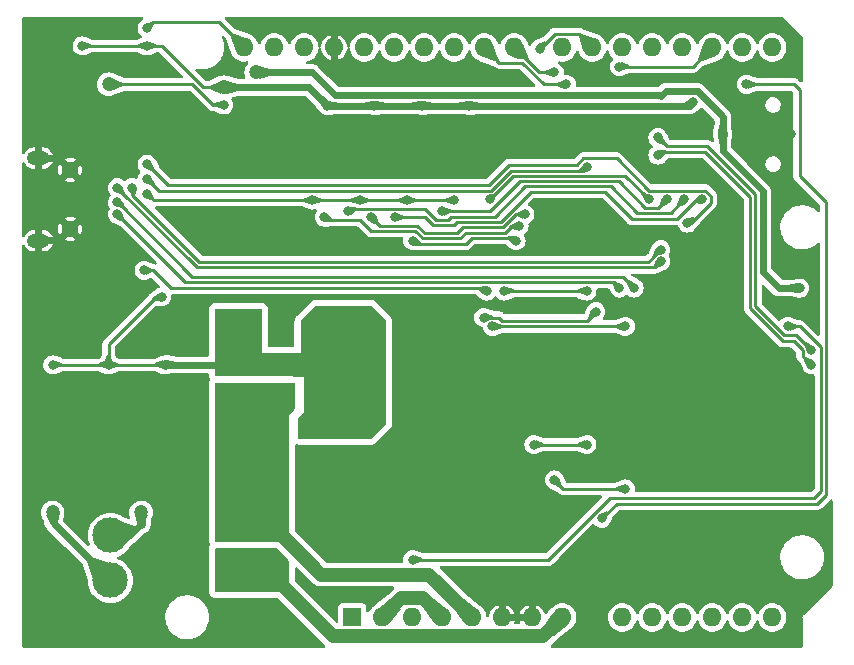
<source format=gbr>
%TF.GenerationSoftware,KiCad,Pcbnew,7.0.6*%
%TF.CreationDate,2023-12-30T20:12:09-05:00*%
%TF.ProjectId,Dynamo,44796e61-6d6f-42e6-9b69-6361645f7063,rev?*%
%TF.SameCoordinates,Original*%
%TF.FileFunction,Copper,L2,Bot*%
%TF.FilePolarity,Positive*%
%FSLAX46Y46*%
G04 Gerber Fmt 4.6, Leading zero omitted, Abs format (unit mm)*
G04 Created by KiCad (PCBNEW 7.0.6) date 2023-12-30 20:12:09*
%MOMM*%
%LPD*%
G01*
G04 APERTURE LIST*
%TA.AperFunction,ComponentPad*%
%ADD10C,3.000000*%
%TD*%
%TA.AperFunction,ComponentPad*%
%ADD11O,1.900000X1.200000*%
%TD*%
%TA.AperFunction,ComponentPad*%
%ADD12C,1.450000*%
%TD*%
%TA.AperFunction,ComponentPad*%
%ADD13R,1.600000X1.600000*%
%TD*%
%TA.AperFunction,ComponentPad*%
%ADD14O,1.600000X1.600000*%
%TD*%
%TA.AperFunction,ViaPad*%
%ADD15C,0.800000*%
%TD*%
%TA.AperFunction,ViaPad*%
%ADD16C,1.200000*%
%TD*%
%TA.AperFunction,Conductor*%
%ADD17C,0.250000*%
%TD*%
%TA.AperFunction,Conductor*%
%ADD18C,0.600000*%
%TD*%
%TA.AperFunction,Conductor*%
%ADD19C,0.800000*%
%TD*%
%TA.AperFunction,Conductor*%
%ADD20C,1.200000*%
%TD*%
G04 APERTURE END LIST*
D10*
%TO.P,Railsync1,1,Pin_1*%
%TO.N,/RAILSYNC_A*%
X129400000Y-92950000D03*
%TO.P,Railsync1,2,Pin_2*%
%TO.N,/RAILSYNC_B*%
X129400000Y-96750000D03*
%TD*%
D11*
%TO.P,JUSB1,6,Shield*%
%TO.N,GND*%
X123300000Y-61000000D03*
D12*
X126000000Y-62000000D03*
X126000000Y-67000000D03*
D11*
X123300000Y-68000000D03*
%TD*%
D13*
%TO.P,UNO_SHIELD1,1,NC*%
%TO.N,unconnected-(UNO_SHIELD1-NC-Pad1)*%
X149875000Y-99880000D03*
D14*
%TO.P,UNO_SHIELD1,2,IOREF*%
%TO.N,+3.3V*%
X152415000Y-99880000D03*
%TO.P,UNO_SHIELD1,3,~{RESET}*%
%TO.N,/RESET*%
X154955000Y-99880000D03*
%TO.P,UNO_SHIELD1,4,3V3*%
%TO.N,+3.3V*%
X157495000Y-99880000D03*
%TO.P,UNO_SHIELD1,5,+5V*%
%TO.N,+5V*%
X160035000Y-99880000D03*
%TO.P,UNO_SHIELD1,6,GND*%
%TO.N,GND*%
X162575000Y-99880000D03*
%TO.P,UNO_SHIELD1,7,GND*%
X165115000Y-99880000D03*
%TO.P,UNO_SHIELD1,8,VIN*%
%TO.N,VIN*%
X167655000Y-99880000D03*
%TO.P,UNO_SHIELD1,9,A0*%
%TO.N,/A0*%
X172735000Y-99880000D03*
%TO.P,UNO_SHIELD1,10,A1*%
%TO.N,/A1*%
X175275000Y-99880000D03*
%TO.P,UNO_SHIELD1,11,A2*%
%TO.N,/A2*%
X177815000Y-99880000D03*
%TO.P,UNO_SHIELD1,12,A3*%
%TO.N,/A3*%
X180355000Y-99880000D03*
%TO.P,UNO_SHIELD1,13,SDA/A4*%
%TO.N,/A4*%
X182895000Y-99880000D03*
%TO.P,UNO_SHIELD1,14,SCL/A5*%
%TO.N,/A5*%
X185435000Y-99880000D03*
%TO.P,UNO_SHIELD1,15,D0/RX*%
%TO.N,/RXD*%
X185435000Y-51620000D03*
%TO.P,UNO_SHIELD1,16,D1/TX*%
%TO.N,/TXD*%
X182895000Y-51620000D03*
%TO.P,UNO_SHIELD1,17,D2*%
%TO.N,/ENA_3*%
X180355000Y-51620000D03*
%TO.P,UNO_SHIELD1,18,D3*%
%TO.N,/ENA_1*%
X177815000Y-51620000D03*
%TO.P,UNO_SHIELD1,19,D4*%
%TO.N,/DIR4*%
X175275000Y-51620000D03*
%TO.P,UNO_SHIELD1,20,D5*%
%TO.N,/ENA_4*%
X172735000Y-51620000D03*
%TO.P,UNO_SHIELD1,21,D6*%
%TO.N,/BRK4*%
X170195000Y-51620000D03*
%TO.P,UNO_SHIELD1,22,D7*%
%TO.N,/BRK3*%
X167655000Y-51620000D03*
%TO.P,UNO_SHIELD1,23,D8*%
%TO.N,/BRK2*%
X163595000Y-51620000D03*
%TO.P,UNO_SHIELD1,24,D9*%
%TO.N,/BRK1*%
X161055000Y-51620000D03*
%TO.P,UNO_SHIELD1,25,D10*%
%TO.N,/DIR3*%
X158515000Y-51620000D03*
%TO.P,UNO_SHIELD1,26,D11*%
%TO.N,/ENA_2*%
X155975000Y-51620000D03*
%TO.P,UNO_SHIELD1,27,D12*%
%TO.N,/DIR1*%
X153435000Y-51620000D03*
%TO.P,UNO_SHIELD1,28,D13*%
%TO.N,/DIR2*%
X150895000Y-51620000D03*
%TO.P,UNO_SHIELD1,29,GND*%
%TO.N,GND*%
X148355000Y-51620000D03*
%TO.P,UNO_SHIELD1,30,AREF*%
%TO.N,/AREF*%
X145815000Y-51620000D03*
%TO.P,UNO_SHIELD1,31,SDA/A4*%
%TO.N,Net-(U14-B1)*%
X143275000Y-51620000D03*
%TO.P,UNO_SHIELD1,32,SCL/A5*%
%TO.N,Net-(U14-B2)*%
X140735000Y-51620000D03*
%TD*%
D15*
%TO.N,/BOOT*%
X183250000Y-54750000D03*
X171000000Y-91500000D03*
%TO.N,GND*%
X155500000Y-61500000D03*
D16*
X135250000Y-85750000D03*
D15*
X182750000Y-78250000D03*
X149500000Y-54250000D03*
X151500000Y-61500000D03*
X139500000Y-53250000D03*
X173000000Y-76500000D03*
X157500000Y-54250000D03*
X138250000Y-101500000D03*
X159500000Y-61500000D03*
X127500000Y-71750000D03*
X167000000Y-96000000D03*
X136250000Y-56000000D03*
X162250000Y-96000000D03*
X178250000Y-71750000D03*
X184000000Y-79500000D03*
X173000000Y-87750000D03*
X130250000Y-56250000D03*
X162000000Y-77000000D03*
D16*
X136000000Y-76750000D03*
D15*
X153500000Y-54250000D03*
X182250000Y-66750000D03*
X182750000Y-83500000D03*
X138250000Y-67250000D03*
D16*
X143750000Y-74250000D03*
D15*
X172250000Y-67750000D03*
X142500000Y-99750000D03*
X187000000Y-59000000D03*
X151250000Y-94500000D03*
X143500000Y-49750000D03*
X153250000Y-68500000D03*
X188500000Y-79750000D03*
X147500000Y-61500000D03*
X172250000Y-58250000D03*
X161750000Y-85000000D03*
X159750000Y-73500000D03*
X189000000Y-72000000D03*
X184000000Y-82250000D03*
X147750000Y-98000000D03*
X180000000Y-83500000D03*
X132500000Y-60000000D03*
X188500000Y-88500000D03*
X131000000Y-69000000D03*
X161500000Y-54250000D03*
X154750000Y-49750000D03*
X162000000Y-94000000D03*
X178750000Y-82250000D03*
X178750000Y-79500000D03*
X122500000Y-101750000D03*
X125000000Y-50000000D03*
X145250000Y-56500000D03*
D16*
X135250000Y-91750000D03*
D15*
X180000000Y-78250000D03*
X126000000Y-54500000D03*
X137250000Y-61750000D03*
X181250000Y-71750000D03*
X155000000Y-85000000D03*
D16*
%TO.N,/RAILSYNC_B*%
X124500000Y-91000000D03*
%TO.N,/RAILSYNC_A*%
X132000000Y-91000000D03*
%TO.N,VIN*%
X143500000Y-96750000D03*
D15*
%TO.N,/RESET*%
X186750000Y-75250000D03*
X155000000Y-95000000D03*
%TO.N,/DIR_MONITOR*%
X132500000Y-62750000D03*
X169750000Y-61750000D03*
X167000000Y-88250000D03*
X173000000Y-89000000D03*
X162750000Y-72250000D03*
X169750000Y-72250000D03*
%TO.N,/DIR_OVERRIDE*%
X132250000Y-70500000D03*
X169750000Y-85250000D03*
X165250000Y-85250000D03*
X161250000Y-72250000D03*
%TO.N,/DIR*%
X146500000Y-64550000D03*
X150500000Y-64550000D03*
X132500000Y-64000000D03*
X154500000Y-64550000D03*
X158500000Y-64550000D03*
%TO.N,/MASTER_EN*%
X178250000Y-66500000D03*
X132500000Y-61500000D03*
%TO.N,/REV1*%
X179500000Y-64500000D03*
X153500000Y-66000000D03*
%TO.N,/REV2*%
X149500000Y-65500000D03*
X178000000Y-64500000D03*
%TO.N,/REV3*%
X176500000Y-64500000D03*
X157500000Y-65500000D03*
%TO.N,/REV4*%
X161500000Y-64500000D03*
X175000000Y-64500000D03*
%TO.N,/SDA*%
X176000000Y-68750000D03*
X131250000Y-63500000D03*
%TO.N,/SCL*%
X176000000Y-69750000D03*
X130000000Y-63500000D03*
%TO.N,/USB_D-*%
X130000000Y-64750000D03*
X173750000Y-72000000D03*
%TO.N,/USB_D+*%
X130000000Y-65750000D03*
X172500000Y-72000000D03*
%TO.N,/ENA_3*%
X172500000Y-53250000D03*
%TO.N,/BRK1*%
X168000000Y-54750000D03*
%TO.N,/BRK2*%
X167000000Y-53750000D03*
%TO.N,/BRK4*%
X165750000Y-51750000D03*
D16*
%TO.N,+3.3V*%
X141750000Y-53750000D03*
X139500000Y-78500000D03*
D15*
X151750000Y-77000000D03*
X148500000Y-78750000D03*
X151750000Y-80500000D03*
X133750000Y-72750000D03*
X134000000Y-78500000D03*
X148500000Y-77000000D03*
X124500000Y-78500000D03*
X187750000Y-72000000D03*
X151750000Y-78750000D03*
X139000000Y-56500000D03*
X148500000Y-80500000D03*
D16*
X129250000Y-54750000D03*
D15*
X181250000Y-59000000D03*
D16*
X149250000Y-84000000D03*
D15*
X129250000Y-78500000D03*
D16*
%TO.N,+5V*%
X139000000Y-55000000D03*
D15*
X159750000Y-56550000D03*
X151750000Y-56550000D03*
D16*
X141000000Y-91750000D03*
D15*
X127000000Y-51500000D03*
D16*
X141000000Y-85750000D03*
D15*
X132500000Y-51500000D03*
X147750000Y-56550000D03*
D16*
X139000000Y-80750000D03*
D15*
X178750000Y-56250000D03*
X155750000Y-56550000D03*
%TO.N,Net-(U10-U0RXD{slash}GPIO44{slash}CLK_OUT2)*%
X188750000Y-78500000D03*
X175750000Y-60750000D03*
%TO.N,Net-(U10-U0TXD{slash}GPIO43{slash}CLK_OUT1)*%
X175750000Y-59250000D03*
X188750000Y-77250000D03*
%TO.N,Net-(U14-B2)*%
X132500000Y-50000000D03*
%TO.N,/A2p*%
X161000000Y-74500000D03*
X170500000Y-74000000D03*
%TO.N,/A3p*%
X161750000Y-75250000D03*
X173000000Y-75250000D03*
%TO.N,/DC_1*%
X164500000Y-65750000D03*
X151500000Y-66000000D03*
%TO.N,/DC_2*%
X164000000Y-66750000D03*
X147500000Y-66000000D03*
%TO.N,/DC_3*%
X155000000Y-68000000D03*
X163750000Y-68000000D03*
%TD*%
D17*
%TO.N,/BOOT*%
X187750000Y-62500000D02*
X187750000Y-55250000D01*
X190000000Y-64750000D02*
X187750000Y-62500000D01*
X172250000Y-90250000D02*
X189250000Y-90250000D01*
X187250000Y-54750000D02*
X183250000Y-54750000D01*
X171000000Y-91500000D02*
X172250000Y-90250000D01*
X187750000Y-55250000D02*
X187250000Y-54750000D01*
X189250000Y-90250000D02*
X190000000Y-89500000D01*
X190000000Y-89500000D02*
X190000000Y-64750000D01*
D18*
%TO.N,GND*%
X148355000Y-51620000D02*
X148355000Y-50105000D01*
X148355000Y-51620000D02*
X148355000Y-53105000D01*
%TO.N,/RAILSYNC_B*%
X124500000Y-91850000D02*
X124500000Y-91000000D01*
X129400000Y-96750000D02*
X124500000Y-91850000D01*
%TO.N,/RAILSYNC_A*%
X131050000Y-92950000D02*
X132000000Y-92000000D01*
X129400000Y-92950000D02*
X131050000Y-92950000D01*
D19*
X132000000Y-92000000D02*
X132000000Y-91000000D01*
D20*
%TO.N,VIN*%
X166055000Y-101480000D02*
X148230000Y-101480000D01*
X148230000Y-101480000D02*
X143500000Y-96750000D01*
X167655000Y-99880000D02*
X166055000Y-101480000D01*
D17*
%TO.N,/RESET*%
X171674695Y-89800000D02*
X166474695Y-95000000D01*
X166474695Y-95000000D02*
X155000000Y-95000000D01*
X186750000Y-75250000D02*
X187775305Y-75250000D01*
X187775305Y-75250000D02*
X189550000Y-77024695D01*
X188950000Y-89800000D02*
X171674695Y-89800000D01*
X189550000Y-89200000D02*
X188950000Y-89800000D01*
X189550000Y-77024695D02*
X189550000Y-89200000D01*
%TO.N,/DIR_MONITOR*%
X133500000Y-63750000D02*
X161613604Y-63750000D01*
X162750000Y-72250000D02*
X169750000Y-72250000D01*
X173000000Y-89000000D02*
X168000000Y-89000000D01*
X167750000Y-89000000D02*
X168000000Y-89000000D01*
X163313604Y-62050000D02*
X169450000Y-62050000D01*
X161613604Y-63750000D02*
X163313604Y-62050000D01*
X132500000Y-62750000D02*
X133500000Y-63750000D01*
X169450000Y-62050000D02*
X169750000Y-61750000D01*
X167000000Y-88250000D02*
X167750000Y-89000000D01*
%TO.N,/DIR_OVERRIDE*%
X156500000Y-72000000D02*
X161000000Y-72000000D01*
X134500000Y-72000000D02*
X156500000Y-72000000D01*
X161000000Y-72000000D02*
X161250000Y-72250000D01*
X169750000Y-85250000D02*
X165250000Y-85250000D01*
X133000000Y-70500000D02*
X134500000Y-72000000D01*
X132250000Y-70500000D02*
X133000000Y-70500000D01*
%TO.N,/DIR*%
X133050000Y-64550000D02*
X132500000Y-64000000D01*
X154500000Y-64550000D02*
X150500000Y-64550000D01*
X150500000Y-64550000D02*
X146500000Y-64550000D01*
X158500000Y-64550000D02*
X154500000Y-64550000D01*
X146500000Y-64550000D02*
X133050000Y-64550000D01*
%TO.N,/MASTER_EN*%
X175000000Y-63750000D02*
X179775305Y-63750000D01*
X180225000Y-64800305D02*
X178525305Y-66500000D01*
X180225000Y-64199695D02*
X180225000Y-64800305D01*
X169449695Y-61025000D02*
X172275000Y-61025000D01*
X179775305Y-63750000D02*
X180225000Y-64199695D01*
X168874695Y-61600000D02*
X169449695Y-61025000D01*
X161427208Y-63300000D02*
X163127208Y-61600000D01*
X132500000Y-61500000D02*
X134300000Y-63300000D01*
X134300000Y-63300000D02*
X161427208Y-63300000D01*
X172275000Y-61025000D02*
X175000000Y-63750000D01*
X163127208Y-61600000D02*
X168874695Y-61600000D01*
X178525305Y-66500000D02*
X178250000Y-66500000D01*
%TO.N,/REV1*%
X153500000Y-66000000D02*
X156075000Y-66000000D01*
X156750000Y-66675000D02*
X158475000Y-66675000D01*
X177387653Y-66137653D02*
X179025305Y-64500000D01*
X162450000Y-66400000D02*
X165000000Y-63850000D01*
X179025305Y-64500000D02*
X179500000Y-64500000D01*
X165000000Y-63850000D02*
X171250000Y-63850000D01*
X158475000Y-66675000D02*
X158750000Y-66400000D01*
X158750000Y-66400000D02*
X162450000Y-66400000D01*
X171250000Y-63850000D02*
X173537653Y-66137653D01*
X156075000Y-66000000D02*
X156750000Y-66675000D01*
X173537653Y-66137653D02*
X177387653Y-66137653D01*
%TO.N,/REV2*%
X156050000Y-65275000D02*
X157000000Y-66225000D01*
X149725000Y-65275000D02*
X156050000Y-65275000D01*
X174025000Y-65675000D02*
X176825000Y-65675000D01*
X161950000Y-65950000D02*
X164500000Y-63400000D01*
X171750000Y-63400000D02*
X174025000Y-65675000D01*
X157000000Y-66225000D02*
X157975000Y-66225000D01*
X176825000Y-65675000D02*
X178000000Y-64500000D01*
X164500000Y-63400000D02*
X171750000Y-63400000D01*
X149500000Y-65500000D02*
X149725000Y-65275000D01*
X158250000Y-65950000D02*
X161950000Y-65950000D01*
X157975000Y-66225000D02*
X158250000Y-65950000D01*
%TO.N,/REV3*%
X174699695Y-65225000D02*
X175775000Y-65225000D01*
X164075305Y-62950000D02*
X172424695Y-62950000D01*
X161525305Y-65500000D02*
X164075305Y-62950000D01*
X172424695Y-62950000D02*
X174699695Y-65225000D01*
X175775000Y-65225000D02*
X176500000Y-64500000D01*
X157500000Y-65500000D02*
X161525305Y-65500000D01*
%TO.N,/REV4*%
X163500000Y-62500000D02*
X173000000Y-62500000D01*
X161500000Y-64500000D02*
X163500000Y-62500000D01*
X173000000Y-62500000D02*
X175000000Y-64500000D01*
%TO.N,/SDA*%
X174950000Y-69800000D02*
X175250000Y-69500000D01*
X131250000Y-64113604D02*
X136936396Y-69800000D01*
X175974695Y-68750000D02*
X176000000Y-68750000D01*
X136936396Y-69800000D02*
X174950000Y-69800000D01*
X175250000Y-69474695D02*
X175974695Y-68750000D01*
X175250000Y-69500000D02*
X175250000Y-69474695D01*
X131250000Y-63500000D02*
X131250000Y-64113604D01*
%TO.N,/SCL*%
X175500000Y-70250000D02*
X176000000Y-69750000D01*
X130000000Y-63500000D02*
X136750000Y-70250000D01*
X136750000Y-70250000D02*
X175500000Y-70250000D01*
%TO.N,/USB_D-*%
X130025305Y-64750000D02*
X136325305Y-71050000D01*
X130000000Y-64750000D02*
X130025305Y-64750000D01*
X172800000Y-71050000D02*
X173750000Y-72000000D01*
X136325305Y-71050000D02*
X172800000Y-71050000D01*
%TO.N,/USB_D+*%
X172000000Y-71500000D02*
X171500000Y-71500000D01*
X172500000Y-72000000D02*
X172000000Y-71500000D01*
X135750000Y-71500000D02*
X171500000Y-71500000D01*
X130000000Y-65750000D02*
X135750000Y-71500000D01*
%TO.N,/ENA_3*%
X178725000Y-53250000D02*
X180355000Y-51620000D01*
X172500000Y-53250000D02*
X178725000Y-53250000D01*
%TO.N,/BRK1*%
X164246104Y-52907500D02*
X162342500Y-52907500D01*
X166088604Y-54750000D02*
X164246104Y-52907500D01*
X168000000Y-54750000D02*
X166088604Y-54750000D01*
X161055000Y-51620000D02*
X162342500Y-52907500D01*
%TO.N,/BRK2*%
X165725000Y-53750000D02*
X167000000Y-53750000D01*
X163595000Y-51620000D02*
X165725000Y-53750000D01*
%TO.N,/BRK4*%
X169070000Y-50495000D02*
X170195000Y-51620000D01*
X165750000Y-51750000D02*
X167005000Y-50495000D01*
X167005000Y-50495000D02*
X169070000Y-50495000D01*
D18*
%TO.N,+3.3V*%
X141750000Y-53750000D02*
X146500000Y-53750000D01*
X176000000Y-55750000D02*
X176400000Y-55350000D01*
D17*
X133250000Y-72750000D02*
X129250000Y-76750000D01*
D20*
X154015000Y-98280000D02*
X152415000Y-99880000D01*
D18*
X186000000Y-72000000D02*
X187750000Y-72000000D01*
X181250000Y-59000000D02*
X181250000Y-60429720D01*
D17*
X124500000Y-78500000D02*
X129250000Y-78500000D01*
X129250000Y-78500000D02*
X134000000Y-78500000D01*
D18*
X148400000Y-55650000D02*
X171350000Y-55650000D01*
D17*
X139000000Y-56500000D02*
X138113604Y-56500000D01*
D18*
X184631802Y-63811523D02*
X184631802Y-70631802D01*
X181250000Y-60429720D02*
X184631802Y-63811523D01*
X181250000Y-57477207D02*
X181250000Y-59000000D01*
D17*
X136306802Y-54693198D02*
X136250000Y-54750000D01*
D18*
X171350000Y-55650000D02*
X175900000Y-55650000D01*
X184631802Y-70631802D02*
X186000000Y-72000000D01*
X175900000Y-55650000D02*
X176000000Y-55750000D01*
X179122793Y-55350000D02*
X181250000Y-57477207D01*
D17*
X133750000Y-72750000D02*
X133250000Y-72750000D01*
D20*
X155895000Y-98280000D02*
X154015000Y-98280000D01*
D18*
X134000000Y-78500000D02*
X139500000Y-78500000D01*
X176400000Y-55350000D02*
X179122793Y-55350000D01*
D17*
X129250000Y-76750000D02*
X129250000Y-78500000D01*
X138113604Y-56500000D02*
X136306802Y-54693198D01*
D20*
X157495000Y-99880000D02*
X155895000Y-98280000D01*
D17*
X136250000Y-54750000D02*
X129250000Y-54750000D01*
D18*
X146500000Y-53750000D02*
X148250000Y-55500000D01*
X148250000Y-55500000D02*
X148400000Y-55650000D01*
D20*
%TO.N,+5V*%
X141000000Y-91750000D02*
X142750000Y-91750000D01*
D18*
X147750000Y-56550000D02*
X151750000Y-56550000D01*
D20*
X147260051Y-96260051D02*
X156415051Y-96260051D01*
D18*
X146200000Y-55000000D02*
X147750000Y-56550000D01*
X151750000Y-56550000D02*
X155750000Y-56550000D01*
D17*
X137250000Y-55000000D02*
X139000000Y-55000000D01*
X132500000Y-51500000D02*
X133750000Y-51500000D01*
X132500000Y-51500000D02*
X127000000Y-51500000D01*
D20*
X156415051Y-96260051D02*
X160035000Y-99880000D01*
D18*
X155750000Y-56550000D02*
X159750000Y-56550000D01*
D20*
X142750000Y-91750000D02*
X147260051Y-96260051D01*
D17*
X133750000Y-51500000D02*
X137250000Y-55000000D01*
D18*
X139000000Y-55000000D02*
X146200000Y-55000000D01*
X159750000Y-56550000D02*
X178450000Y-56550000D01*
X178450000Y-56550000D02*
X178750000Y-56250000D01*
D17*
%TO.N,Net-(U10-U0RXD{slash}GPIO44{slash}CLK_OUT2)*%
X186338299Y-76500000D02*
X187250000Y-76500000D01*
X183556802Y-73718503D02*
X186338299Y-76500000D01*
X183556802Y-64256802D02*
X183556802Y-73718503D01*
X175750000Y-60750000D02*
X176050000Y-60450000D01*
X188000000Y-77750000D02*
X188750000Y-78500000D01*
X188000000Y-77250000D02*
X188000000Y-77750000D01*
X176050000Y-60450000D02*
X179750000Y-60450000D01*
X187250000Y-76500000D02*
X188000000Y-77250000D01*
X179750000Y-60450000D02*
X183556802Y-64256802D01*
%TO.N,Net-(U10-U0TXD{slash}GPIO43{slash}CLK_OUT1)*%
X184006802Y-73532107D02*
X186449695Y-75975000D01*
X186449695Y-75975000D02*
X187475000Y-75975000D01*
X175750000Y-59250000D02*
X176500000Y-60000000D01*
X184006802Y-64070406D02*
X184006802Y-73532107D01*
X176500000Y-60000000D02*
X179936396Y-60000000D01*
X179936396Y-60000000D02*
X184006802Y-64070406D01*
X187475000Y-75975000D02*
X188750000Y-77250000D01*
%TO.N,Net-(U14-B2)*%
X138615000Y-49500000D02*
X133000000Y-49500000D01*
X133000000Y-49500000D02*
X132500000Y-50000000D01*
X140735000Y-51620000D02*
X138615000Y-49500000D01*
%TO.N,/A2p*%
X162550000Y-74750000D02*
X169750000Y-74750000D01*
X169750000Y-74750000D02*
X170500000Y-74000000D01*
X161000000Y-74500000D02*
X162300000Y-74500000D01*
X162300000Y-74500000D02*
X162550000Y-74750000D01*
%TO.N,/A3p*%
X161750000Y-75250000D02*
X173000000Y-75250000D01*
%TO.N,/DC_1*%
X163750000Y-65750000D02*
X164500000Y-65750000D01*
X152225000Y-66725000D02*
X155386701Y-66725000D01*
X158750000Y-67350000D02*
X159250000Y-66850000D01*
X155386701Y-66725000D02*
X156011701Y-67350000D01*
X151500000Y-66000000D02*
X152225000Y-66725000D01*
X156011701Y-67350000D02*
X158750000Y-67350000D01*
X162650000Y-66850000D02*
X163750000Y-65750000D01*
X159250000Y-66850000D02*
X162650000Y-66850000D01*
%TO.N,/DC_2*%
X151475000Y-67175000D02*
X150550000Y-66250000D01*
X150550000Y-66250000D02*
X147750000Y-66250000D01*
X159000000Y-67800000D02*
X155825305Y-67800000D01*
X164000000Y-66750000D02*
X163386396Y-66750000D01*
X155825305Y-67800000D02*
X155200305Y-67175000D01*
X162836396Y-67300000D02*
X159500000Y-67300000D01*
X163386396Y-66750000D02*
X162836396Y-67300000D01*
X147750000Y-66250000D02*
X147500000Y-66000000D01*
X159500000Y-67300000D02*
X159000000Y-67800000D01*
X155200305Y-67175000D02*
X151475000Y-67175000D01*
%TO.N,/DC_3*%
X155250000Y-68250000D02*
X159500000Y-68250000D01*
X160000000Y-67750000D02*
X163500000Y-67750000D01*
X155000000Y-68000000D02*
X155250000Y-68250000D01*
X163500000Y-67750000D02*
X163750000Y-68000000D01*
X159500000Y-68250000D02*
X160000000Y-67750000D01*
%TD*%
%TA.AperFunction,Conductor*%
%TO.N,GND*%
G36*
X132137278Y-49070502D02*
G01*
X132183771Y-49124158D01*
X132193875Y-49194432D01*
X132164381Y-49259012D01*
X132136194Y-49283186D01*
X132096661Y-49308026D01*
X131997736Y-49370184D01*
X131870183Y-49497737D01*
X131870182Y-49497739D01*
X131774212Y-49650474D01*
X131774211Y-49650477D01*
X131774211Y-49650478D01*
X131714632Y-49820745D01*
X131694435Y-50000000D01*
X131714632Y-50179255D01*
X131735227Y-50238112D01*
X131774211Y-50349522D01*
X131774212Y-50349525D01*
X131870182Y-50502260D01*
X131870183Y-50502262D01*
X132002741Y-50634820D01*
X132000899Y-50636661D01*
X132034794Y-50684955D01*
X132037686Y-50755893D01*
X132001767Y-50817133D01*
X131959998Y-50843209D01*
X131634221Y-50966360D01*
X131589667Y-50974500D01*
X127910332Y-50974500D01*
X127865779Y-50966360D01*
X127675217Y-50894324D01*
X127324079Y-50761586D01*
X127307034Y-50755143D01*
X127306015Y-50754793D01*
X127283379Y-50747025D01*
X127275919Y-50745954D01*
X127252219Y-50740163D01*
X127236632Y-50734709D01*
X127179255Y-50714632D01*
X127179254Y-50714631D01*
X127000000Y-50694435D01*
X126820745Y-50714632D01*
X126820742Y-50714632D01*
X126820742Y-50714633D01*
X126650477Y-50774211D01*
X126650474Y-50774212D01*
X126497739Y-50870182D01*
X126497737Y-50870183D01*
X126370183Y-50997737D01*
X126370182Y-50997739D01*
X126274212Y-51150474D01*
X126274211Y-51150477D01*
X126240178Y-51247738D01*
X126214632Y-51320745D01*
X126194435Y-51500000D01*
X126214632Y-51679255D01*
X126214633Y-51679257D01*
X126274211Y-51849522D01*
X126274212Y-51849525D01*
X126370182Y-52002260D01*
X126370183Y-52002262D01*
X126497737Y-52129816D01*
X126497739Y-52129817D01*
X126650474Y-52225787D01*
X126650475Y-52225787D01*
X126650478Y-52225789D01*
X126820745Y-52285368D01*
X127000000Y-52305565D01*
X127179255Y-52285368D01*
X127273664Y-52252331D01*
X127281692Y-52250106D01*
X127307040Y-52244854D01*
X127865774Y-52033640D01*
X127910329Y-52025500D01*
X131589670Y-52025500D01*
X131634224Y-52033640D01*
X131692099Y-52055518D01*
X132192959Y-52244854D01*
X132216618Y-52252973D01*
X132224070Y-52254043D01*
X132247767Y-52259832D01*
X132320745Y-52285368D01*
X132500000Y-52305565D01*
X132679255Y-52285368D01*
X132773664Y-52252331D01*
X132781692Y-52250106D01*
X132807040Y-52244854D01*
X133365775Y-52033640D01*
X133410330Y-52025500D01*
X133480140Y-52025500D01*
X133548261Y-52045502D01*
X133569235Y-52062405D01*
X134627014Y-53120184D01*
X135516236Y-54009405D01*
X135550261Y-54071717D01*
X135545197Y-54142532D01*
X135502650Y-54199368D01*
X135436130Y-54224179D01*
X135427141Y-54224500D01*
X130573626Y-54224500D01*
X130522647Y-54213726D01*
X129651898Y-53828482D01*
X129648918Y-53827216D01*
X129643064Y-53825020D01*
X129635499Y-53821598D01*
X129634731Y-53821188D01*
X129634721Y-53821183D01*
X129626782Y-53818774D01*
X129622963Y-53817481D01*
X129616219Y-53814952D01*
X129616199Y-53814947D01*
X129616102Y-53814932D01*
X129607787Y-53813013D01*
X129446132Y-53763976D01*
X129446131Y-53763975D01*
X129446125Y-53763974D01*
X129250003Y-53744659D01*
X129249997Y-53744659D01*
X129053875Y-53763974D01*
X129053873Y-53763974D01*
X128865271Y-53821186D01*
X128691461Y-53914090D01*
X128539117Y-54039117D01*
X128414090Y-54191461D01*
X128321186Y-54365271D01*
X128263974Y-54553873D01*
X128263974Y-54553875D01*
X128244659Y-54749996D01*
X128244659Y-54750003D01*
X128263974Y-54946124D01*
X128263974Y-54946126D01*
X128321186Y-55134728D01*
X128384009Y-55252260D01*
X128414090Y-55308538D01*
X128539117Y-55460883D01*
X128691462Y-55585910D01*
X128842826Y-55666816D01*
X128849372Y-55670315D01*
X128865273Y-55678814D01*
X129053868Y-55736024D01*
X129053872Y-55736024D01*
X129053874Y-55736025D01*
X129249997Y-55755341D01*
X129250000Y-55755341D01*
X129250003Y-55755341D01*
X129446124Y-55736025D01*
X129446126Y-55736024D01*
X129446132Y-55736024D01*
X129634727Y-55678814D01*
X129634734Y-55678809D01*
X129635759Y-55678385D01*
X129652097Y-55671199D01*
X129654602Y-55670318D01*
X129654615Y-55670315D01*
X129660418Y-55667748D01*
X130522645Y-55286274D01*
X130573624Y-55275500D01*
X136093744Y-55275500D01*
X136161865Y-55295502D01*
X136182839Y-55312405D01*
X137735663Y-56865228D01*
X137778846Y-56911467D01*
X137778848Y-56911468D01*
X137778849Y-56911469D01*
X137814786Y-56933322D01*
X137820113Y-56936948D01*
X137851321Y-56960614D01*
X137853625Y-56962361D01*
X137853631Y-56962365D01*
X137868955Y-56968408D01*
X137888199Y-56977966D01*
X137902275Y-56986526D01*
X137942764Y-56997870D01*
X137948884Y-56999928D01*
X137970878Y-57008601D01*
X137988015Y-57015359D01*
X138004412Y-57017044D01*
X138025517Y-57021056D01*
X138041376Y-57025500D01*
X138083431Y-57025500D01*
X138089875Y-57025830D01*
X138106086Y-57027496D01*
X138137759Y-57034975D01*
X138692959Y-57244854D01*
X138716618Y-57252973D01*
X138724070Y-57254043D01*
X138747767Y-57259832D01*
X138820745Y-57285368D01*
X139000000Y-57305565D01*
X139179255Y-57285368D01*
X139349522Y-57225789D01*
X139502262Y-57129816D01*
X139629816Y-57002262D01*
X139725789Y-56849522D01*
X139785368Y-56679255D01*
X139805565Y-56500000D01*
X139785368Y-56320745D01*
X139725789Y-56150478D01*
X139725787Y-56150475D01*
X139725787Y-56150474D01*
X139651518Y-56032275D01*
X139632212Y-55963954D01*
X139652907Y-55896040D01*
X139707035Y-55850097D01*
X139726250Y-55843359D01*
X140255625Y-55704617D01*
X140287570Y-55700500D01*
X145857653Y-55700500D01*
X145925774Y-55720502D01*
X145946748Y-55737405D01*
X146640773Y-56431430D01*
X146656902Y-56451215D01*
X146658441Y-56453552D01*
X146833988Y-56679255D01*
X147101769Y-57023545D01*
X147105373Y-57028689D01*
X147106478Y-57030448D01*
X147119068Y-57050487D01*
X147120184Y-57052262D01*
X147135046Y-57067124D01*
X147140227Y-57072993D01*
X147141454Y-57074570D01*
X147142739Y-57076222D01*
X147150595Y-57085713D01*
X147155606Y-57091406D01*
X147195851Y-57131153D01*
X147195856Y-57131156D01*
X147201481Y-57135574D01*
X147201115Y-57136039D01*
X147214682Y-57146760D01*
X147247738Y-57179816D01*
X147247740Y-57179817D01*
X147247741Y-57179818D01*
X147400474Y-57275787D01*
X147400475Y-57275787D01*
X147400478Y-57275789D01*
X147570745Y-57335368D01*
X147750000Y-57355565D01*
X147788447Y-57351232D01*
X147806680Y-57350508D01*
X147813413Y-57350729D01*
X148590047Y-57253650D01*
X148601810Y-57252082D01*
X148601869Y-57252528D01*
X148620642Y-57250500D01*
X150881813Y-57250500D01*
X150907198Y-57253084D01*
X150909946Y-57253649D01*
X150909952Y-57253649D01*
X150909953Y-57253650D01*
X151325265Y-57305564D01*
X151692737Y-57351498D01*
X151705081Y-57352659D01*
X151712687Y-57353140D01*
X151712688Y-57353140D01*
X151712690Y-57353139D01*
X151712691Y-57353140D01*
X151723876Y-57353068D01*
X151731341Y-57353463D01*
X151750000Y-57355565D01*
X151750003Y-57355565D01*
X151775790Y-57352659D01*
X151788447Y-57351232D01*
X151806680Y-57350508D01*
X151813413Y-57350729D01*
X152590047Y-57253650D01*
X152601810Y-57252082D01*
X152601869Y-57252528D01*
X152620642Y-57250500D01*
X154881813Y-57250500D01*
X154907198Y-57253084D01*
X154909946Y-57253649D01*
X154909952Y-57253649D01*
X154909953Y-57253650D01*
X155325265Y-57305564D01*
X155692737Y-57351498D01*
X155705081Y-57352659D01*
X155712687Y-57353140D01*
X155712688Y-57353140D01*
X155712690Y-57353139D01*
X155712691Y-57353140D01*
X155723876Y-57353068D01*
X155731341Y-57353463D01*
X155750000Y-57355565D01*
X155750003Y-57355565D01*
X155775790Y-57352659D01*
X155788447Y-57351232D01*
X155806680Y-57350508D01*
X155813413Y-57350729D01*
X156590047Y-57253650D01*
X156601810Y-57252082D01*
X156601869Y-57252528D01*
X156620642Y-57250500D01*
X158881813Y-57250500D01*
X158907198Y-57253084D01*
X158909946Y-57253649D01*
X158909952Y-57253649D01*
X158909953Y-57253650D01*
X159325265Y-57305564D01*
X159692737Y-57351498D01*
X159705081Y-57352659D01*
X159712687Y-57353140D01*
X159712688Y-57353140D01*
X159712690Y-57353139D01*
X159712691Y-57353140D01*
X159723876Y-57353068D01*
X159731341Y-57353463D01*
X159750000Y-57355565D01*
X159750003Y-57355565D01*
X159775790Y-57352659D01*
X159788447Y-57351232D01*
X159806680Y-57350508D01*
X159813413Y-57350729D01*
X160590047Y-57253650D01*
X160601810Y-57252082D01*
X160601869Y-57252528D01*
X160620642Y-57250500D01*
X178063002Y-57250500D01*
X178068176Y-57250713D01*
X178071675Y-57251001D01*
X178071677Y-57251000D01*
X178071681Y-57251001D01*
X178072480Y-57250909D01*
X178079650Y-57250500D01*
X178426928Y-57250500D01*
X178430731Y-57250614D01*
X178492606Y-57254358D01*
X178553599Y-57243180D01*
X178557342Y-57242610D01*
X178618872Y-57235140D01*
X178628172Y-57231612D01*
X178650135Y-57225490D01*
X178659932Y-57223695D01*
X178716487Y-57198240D01*
X178719945Y-57196808D01*
X178777930Y-57174818D01*
X178786117Y-57169165D01*
X178805982Y-57157961D01*
X178815057Y-57153878D01*
X178863887Y-57115621D01*
X178866882Y-57113417D01*
X178917929Y-57078183D01*
X178942467Y-57050484D01*
X179002606Y-57012760D01*
X179002818Y-57012700D01*
X179004776Y-57012156D01*
X179004774Y-57012156D01*
X179004787Y-57012153D01*
X179016238Y-57008601D01*
X179023227Y-57006204D01*
X179023225Y-57006205D01*
X179023230Y-57006203D01*
X179072720Y-56985298D01*
X179076397Y-56983880D01*
X179099522Y-56975789D01*
X179252262Y-56879816D01*
X179368013Y-56764064D01*
X179430323Y-56730041D01*
X179501139Y-56735105D01*
X179546202Y-56764066D01*
X180512595Y-57730459D01*
X180546621Y-57792771D01*
X180549500Y-57819554D01*
X180549500Y-58131809D01*
X180546916Y-58157197D01*
X180546349Y-58159953D01*
X180448498Y-58942766D01*
X180447335Y-58955146D01*
X180446854Y-58962760D01*
X180446853Y-58962762D01*
X180446925Y-58973924D01*
X180446531Y-58981387D01*
X180444435Y-59000000D01*
X180444435Y-59000002D01*
X180448765Y-59038445D01*
X180449490Y-59056651D01*
X180449269Y-59063405D01*
X180449270Y-59063416D01*
X180504360Y-59504137D01*
X180492962Y-59574212D01*
X180445487Y-59627001D01*
X180377009Y-59645744D01*
X180309269Y-59624488D01*
X180287247Y-59605766D01*
X180271151Y-59588531D01*
X180271148Y-59588529D01*
X180235218Y-59566678D01*
X180229883Y-59563048D01*
X180196373Y-59537637D01*
X180196371Y-59537636D01*
X180181033Y-59531587D01*
X180161805Y-59522036D01*
X180147724Y-59513474D01*
X180135826Y-59510140D01*
X180107229Y-59502127D01*
X180101112Y-59500070D01*
X180061985Y-59484640D01*
X180045592Y-59482955D01*
X180024487Y-59478944D01*
X180008625Y-59474500D01*
X180008624Y-59474500D01*
X179966563Y-59474500D01*
X179960116Y-59474169D01*
X179918288Y-59469868D01*
X179902051Y-59472668D01*
X179880644Y-59474500D01*
X176816232Y-59474500D01*
X176748111Y-59454498D01*
X176701618Y-59400842D01*
X176701471Y-59400520D01*
X176493802Y-58940419D01*
X176482804Y-58917931D01*
X176482802Y-58917928D01*
X176481252Y-58914759D01*
X176478378Y-58907878D01*
X176475789Y-58900478D01*
X176475786Y-58900472D01*
X176379817Y-58747739D01*
X176379816Y-58747737D01*
X176252262Y-58620183D01*
X176252260Y-58620182D01*
X176099525Y-58524212D01*
X176099522Y-58524211D01*
X176099522Y-58524210D01*
X175929255Y-58464632D01*
X175750000Y-58444435D01*
X175570745Y-58464632D01*
X175570742Y-58464632D01*
X175570742Y-58464633D01*
X175400477Y-58524211D01*
X175400474Y-58524212D01*
X175247739Y-58620182D01*
X175247737Y-58620183D01*
X175120183Y-58747737D01*
X175120182Y-58747739D01*
X175024212Y-58900474D01*
X175024211Y-58900477D01*
X174964633Y-59070742D01*
X174964632Y-59070745D01*
X174944435Y-59250000D01*
X174964632Y-59429255D01*
X174999057Y-59527635D01*
X175024211Y-59599522D01*
X175024212Y-59599525D01*
X175120182Y-59752260D01*
X175120183Y-59752262D01*
X175247737Y-59879816D01*
X175247742Y-59879820D01*
X175269217Y-59893314D01*
X175316254Y-59946493D01*
X175327074Y-60016660D01*
X175298240Y-60081538D01*
X175269217Y-60106686D01*
X175247742Y-60120179D01*
X175247737Y-60120183D01*
X175120183Y-60247737D01*
X175120182Y-60247739D01*
X175024212Y-60400474D01*
X175024211Y-60400477D01*
X174979715Y-60527640D01*
X174964632Y-60570745D01*
X174944435Y-60750000D01*
X174964632Y-60929255D01*
X174997098Y-61022037D01*
X175024211Y-61099522D01*
X175024212Y-61099525D01*
X175120182Y-61252260D01*
X175120183Y-61252262D01*
X175247737Y-61379816D01*
X175247739Y-61379817D01*
X175400474Y-61475787D01*
X175400475Y-61475787D01*
X175400478Y-61475789D01*
X175570745Y-61535368D01*
X175750000Y-61555565D01*
X175929255Y-61535368D01*
X176099522Y-61475789D01*
X176252262Y-61379816D01*
X176319987Y-61312089D01*
X176323697Y-61308667D01*
X176348778Y-61287349D01*
X176371725Y-61260606D01*
X176374948Y-61257128D01*
X176379816Y-61252262D01*
X176379820Y-61252256D01*
X176384233Y-61246723D01*
X176384287Y-61246766D01*
X176388439Y-61241130D01*
X176557192Y-61044482D01*
X176578678Y-61019445D01*
X176638220Y-60980775D01*
X176674297Y-60975500D01*
X179480140Y-60975500D01*
X179548261Y-60995502D01*
X179569235Y-61012405D01*
X182994397Y-64437566D01*
X183028423Y-64499878D01*
X183031302Y-64526661D01*
X183031302Y-73709519D01*
X183029142Y-73772748D01*
X183039099Y-73813609D01*
X183040304Y-73819950D01*
X183046030Y-73861611D01*
X183046030Y-73861612D01*
X183052597Y-73876731D01*
X183059442Y-73897085D01*
X183063345Y-73913097D01*
X183063346Y-73913098D01*
X183063346Y-73913099D01*
X183083952Y-73949747D01*
X183086823Y-73955527D01*
X183103581Y-73994109D01*
X183103582Y-73994110D01*
X183103583Y-73994112D01*
X183113982Y-74006894D01*
X183126068Y-74024652D01*
X183134144Y-74039015D01*
X183163888Y-74068759D01*
X183168201Y-74073537D01*
X183194748Y-74106168D01*
X183208209Y-74115670D01*
X183224641Y-74129512D01*
X185960372Y-76865243D01*
X186003544Y-76911469D01*
X186039478Y-76933321D01*
X186044797Y-76936941D01*
X186078324Y-76962365D01*
X186093659Y-76968412D01*
X186112898Y-76977968D01*
X186126971Y-76986526D01*
X186142478Y-76990870D01*
X186167459Y-76997870D01*
X186173579Y-76999928D01*
X186212707Y-77015358D01*
X186212710Y-77015359D01*
X186229102Y-77017043D01*
X186250205Y-77021054D01*
X186266071Y-77025500D01*
X186308124Y-77025500D01*
X186314572Y-77025831D01*
X186356407Y-77030132D01*
X186356407Y-77030131D01*
X186356409Y-77030132D01*
X186366067Y-77028466D01*
X186372650Y-77027332D01*
X186394057Y-77025500D01*
X186980139Y-77025500D01*
X187048260Y-77045502D01*
X187069234Y-77062404D01*
X187437595Y-77430764D01*
X187471620Y-77493077D01*
X187474500Y-77519860D01*
X187474500Y-77741016D01*
X187472340Y-77804245D01*
X187482297Y-77845106D01*
X187483502Y-77851447D01*
X187489228Y-77893108D01*
X187489228Y-77893109D01*
X187495795Y-77908228D01*
X187502640Y-77928582D01*
X187506543Y-77944594D01*
X187506544Y-77944595D01*
X187506544Y-77944596D01*
X187527150Y-77981244D01*
X187530021Y-77987024D01*
X187546779Y-78025606D01*
X187546780Y-78025607D01*
X187546781Y-78025609D01*
X187557180Y-78038392D01*
X187569265Y-78056147D01*
X187577342Y-78070512D01*
X187577345Y-78070516D01*
X187607084Y-78100254D01*
X187611408Y-78105045D01*
X187637946Y-78137665D01*
X187651407Y-78147167D01*
X187667839Y-78161009D01*
X187734711Y-78227881D01*
X187760460Y-78265140D01*
X188006197Y-78809580D01*
X188017195Y-78832068D01*
X188018749Y-78835245D01*
X188021620Y-78842118D01*
X188024212Y-78849525D01*
X188120182Y-79002260D01*
X188120183Y-79002262D01*
X188247737Y-79129816D01*
X188247739Y-79129817D01*
X188400474Y-79225787D01*
X188400475Y-79225787D01*
X188400478Y-79225789D01*
X188570745Y-79285368D01*
X188750000Y-79305565D01*
X188884394Y-79290422D01*
X188954324Y-79302671D01*
X189006532Y-79350784D01*
X189024500Y-79415630D01*
X189024500Y-88930139D01*
X189004498Y-88998260D01*
X188987596Y-89019234D01*
X188769236Y-89237595D01*
X188706924Y-89271620D01*
X188680140Y-89274500D01*
X173915630Y-89274500D01*
X173847509Y-89254498D01*
X173801016Y-89200842D01*
X173790422Y-89134394D01*
X173805565Y-89000000D01*
X173785368Y-88820745D01*
X173725789Y-88650478D01*
X173725787Y-88650475D01*
X173725787Y-88650474D01*
X173629817Y-88497739D01*
X173629816Y-88497737D01*
X173502262Y-88370183D01*
X173502260Y-88370182D01*
X173349525Y-88274212D01*
X173349522Y-88274211D01*
X173295043Y-88255148D01*
X173179255Y-88214632D01*
X173000000Y-88194435D01*
X172999999Y-88194435D01*
X172820747Y-88214631D01*
X172820742Y-88214632D01*
X172726341Y-88247664D01*
X172718313Y-88249890D01*
X172692963Y-88255144D01*
X172692951Y-88255148D01*
X172134220Y-88466360D01*
X172089667Y-88474500D01*
X168066232Y-88474500D01*
X167998111Y-88454498D01*
X167951618Y-88400842D01*
X167951471Y-88400520D01*
X167743802Y-87940419D01*
X167732804Y-87917931D01*
X167732802Y-87917928D01*
X167731252Y-87914759D01*
X167728378Y-87907878D01*
X167725789Y-87900478D01*
X167725786Y-87900472D01*
X167629817Y-87747739D01*
X167629816Y-87747737D01*
X167502262Y-87620183D01*
X167502260Y-87620182D01*
X167349525Y-87524212D01*
X167349522Y-87524211D01*
X167349521Y-87524211D01*
X167179255Y-87464632D01*
X167000000Y-87444435D01*
X166820745Y-87464632D01*
X166820742Y-87464632D01*
X166820742Y-87464633D01*
X166650477Y-87524211D01*
X166650474Y-87524212D01*
X166497739Y-87620182D01*
X166497737Y-87620183D01*
X166370183Y-87747737D01*
X166370182Y-87747739D01*
X166274212Y-87900474D01*
X166274211Y-87900477D01*
X166269214Y-87914759D01*
X166214632Y-88070745D01*
X166194435Y-88250000D01*
X166214632Y-88429255D01*
X166214633Y-88429257D01*
X166274211Y-88599522D01*
X166274212Y-88599525D01*
X166370182Y-88752260D01*
X166370183Y-88752262D01*
X166497737Y-88879816D01*
X166497739Y-88879817D01*
X166650474Y-88975787D01*
X166650476Y-88975788D01*
X166650478Y-88975789D01*
X166662647Y-88980047D01*
X166685994Y-88991580D01*
X166686083Y-88991419D01*
X166689763Y-88993442D01*
X166690195Y-88993655D01*
X166690419Y-88993802D01*
X166690421Y-88993803D01*
X167234856Y-89239537D01*
X167272116Y-89265286D01*
X167372059Y-89365228D01*
X167415242Y-89411467D01*
X167415244Y-89411468D01*
X167415245Y-89411469D01*
X167451182Y-89433322D01*
X167456509Y-89436948D01*
X167480354Y-89455030D01*
X167490021Y-89462361D01*
X167490027Y-89462365D01*
X167505351Y-89468408D01*
X167524595Y-89477966D01*
X167538671Y-89486526D01*
X167579160Y-89497870D01*
X167585280Y-89499928D01*
X167610116Y-89509721D01*
X167624411Y-89515359D01*
X167640808Y-89517044D01*
X167661913Y-89521056D01*
X167677772Y-89525500D01*
X167719833Y-89525500D01*
X167726280Y-89525831D01*
X167768107Y-89530131D01*
X167768108Y-89530130D01*
X167768110Y-89530131D01*
X167781347Y-89527848D01*
X167784345Y-89527332D01*
X167805752Y-89525500D01*
X167927772Y-89525500D01*
X170901836Y-89525500D01*
X170969957Y-89545502D01*
X171016450Y-89599158D01*
X171026554Y-89669432D01*
X170997060Y-89734012D01*
X170990931Y-89740595D01*
X166293931Y-94437595D01*
X166231619Y-94471621D01*
X166204836Y-94474500D01*
X155910332Y-94474500D01*
X155865778Y-94466360D01*
X155611358Y-94370184D01*
X155324078Y-94261586D01*
X155307034Y-94255143D01*
X155307033Y-94255143D01*
X155283379Y-94247025D01*
X155283382Y-94247025D01*
X155275919Y-94245954D01*
X155252219Y-94240163D01*
X155179252Y-94214631D01*
X155179254Y-94214631D01*
X155000000Y-94194435D01*
X154820745Y-94214632D01*
X154820742Y-94214632D01*
X154820742Y-94214633D01*
X154650477Y-94274211D01*
X154650474Y-94274212D01*
X154497739Y-94370182D01*
X154497737Y-94370183D01*
X154370183Y-94497737D01*
X154370182Y-94497739D01*
X154274212Y-94650474D01*
X154274211Y-94650477D01*
X154274211Y-94650478D01*
X154214632Y-94820745D01*
X154194435Y-95000000D01*
X154207893Y-95119446D01*
X154195645Y-95189375D01*
X154147532Y-95241583D01*
X154082686Y-95259551D01*
X147726662Y-95259551D01*
X147658541Y-95239549D01*
X147637567Y-95222646D01*
X145050405Y-92635484D01*
X145016379Y-92573172D01*
X145013500Y-92546389D01*
X145013500Y-85347642D01*
X145033502Y-85279521D01*
X145087158Y-85233028D01*
X145157432Y-85222924D01*
X145174987Y-85226743D01*
X145229326Y-85242699D01*
X145229330Y-85242700D01*
X145374000Y-85263500D01*
X145374004Y-85263500D01*
X151462396Y-85263500D01*
X151482010Y-85262448D01*
X151489858Y-85262028D01*
X151529891Y-85257723D01*
X151577552Y-85250000D01*
X164444435Y-85250000D01*
X164464632Y-85429255D01*
X164464633Y-85429257D01*
X164524211Y-85599522D01*
X164524212Y-85599525D01*
X164620182Y-85752260D01*
X164620183Y-85752262D01*
X164747737Y-85879816D01*
X164747739Y-85879817D01*
X164900474Y-85975787D01*
X164900475Y-85975787D01*
X164900478Y-85975789D01*
X165070745Y-86035368D01*
X165250000Y-86055565D01*
X165429255Y-86035368D01*
X165523664Y-86002331D01*
X165531692Y-86000106D01*
X165557040Y-85994854D01*
X166115775Y-85783640D01*
X166160330Y-85775500D01*
X168839670Y-85775500D01*
X168884224Y-85783640D01*
X169442959Y-85994854D01*
X169466618Y-86002973D01*
X169474070Y-86004043D01*
X169497767Y-86009832D01*
X169570745Y-86035368D01*
X169750000Y-86055565D01*
X169929255Y-86035368D01*
X170099522Y-85975789D01*
X170252262Y-85879816D01*
X170379816Y-85752262D01*
X170475789Y-85599522D01*
X170535368Y-85429255D01*
X170555565Y-85250000D01*
X170535368Y-85070745D01*
X170475789Y-84900478D01*
X170475787Y-84900475D01*
X170475787Y-84900474D01*
X170379817Y-84747739D01*
X170379816Y-84747737D01*
X170252262Y-84620183D01*
X170252260Y-84620182D01*
X170099525Y-84524212D01*
X170099522Y-84524211D01*
X170099521Y-84524211D01*
X169929255Y-84464632D01*
X169750000Y-84444435D01*
X169749999Y-84444435D01*
X169570747Y-84464631D01*
X169570742Y-84464632D01*
X169476341Y-84497664D01*
X169468313Y-84499890D01*
X169442963Y-84505144D01*
X169442951Y-84505148D01*
X168884220Y-84716360D01*
X168839667Y-84724500D01*
X166160332Y-84724500D01*
X166115778Y-84716360D01*
X165861358Y-84620184D01*
X165574078Y-84511586D01*
X165557034Y-84505143D01*
X165533379Y-84497025D01*
X165533382Y-84497025D01*
X165525919Y-84495954D01*
X165502219Y-84490163D01*
X165429252Y-84464631D01*
X165429254Y-84464631D01*
X165250000Y-84444435D01*
X165070745Y-84464632D01*
X165070742Y-84464632D01*
X165070742Y-84464633D01*
X164900477Y-84524211D01*
X164900474Y-84524212D01*
X164747739Y-84620182D01*
X164747737Y-84620183D01*
X164620183Y-84747737D01*
X164620182Y-84747739D01*
X164524212Y-84900474D01*
X164524211Y-84900477D01*
X164524211Y-84900478D01*
X164464632Y-85070745D01*
X164444435Y-85250000D01*
X151577552Y-85250000D01*
X151584149Y-85248931D01*
X151721091Y-85197854D01*
X151782414Y-85164369D01*
X151899418Y-85076780D01*
X153086505Y-83889694D01*
X153086505Y-83889695D01*
X153104893Y-83869222D01*
X153130149Y-83837881D01*
X153130148Y-83837882D01*
X153130151Y-83837878D01*
X153162297Y-83793299D01*
X153223014Y-83660351D01*
X153242699Y-83593312D01*
X153242700Y-83593308D01*
X153263500Y-83448638D01*
X153263500Y-74787609D01*
X153263177Y-74781590D01*
X153262028Y-74760144D01*
X153262028Y-74760142D01*
X153260694Y-74747737D01*
X153257723Y-74720109D01*
X153248931Y-74665851D01*
X153197854Y-74528909D01*
X153188395Y-74511587D01*
X153182068Y-74500000D01*
X160194435Y-74500000D01*
X160214632Y-74679255D01*
X160249057Y-74777635D01*
X160274211Y-74849522D01*
X160274212Y-74849525D01*
X160370182Y-75002260D01*
X160370183Y-75002262D01*
X160497737Y-75129816D01*
X160497739Y-75129817D01*
X160650474Y-75225787D01*
X160650475Y-75225787D01*
X160650478Y-75225789D01*
X160820745Y-75285368D01*
X160850210Y-75288688D01*
X160915664Y-75316191D01*
X160955857Y-75374714D01*
X160961311Y-75399786D01*
X160964631Y-75429250D01*
X160964632Y-75429257D01*
X161024211Y-75599522D01*
X161024212Y-75599525D01*
X161120182Y-75752260D01*
X161120183Y-75752262D01*
X161247737Y-75879816D01*
X161247739Y-75879817D01*
X161400474Y-75975787D01*
X161400475Y-75975787D01*
X161400478Y-75975789D01*
X161570745Y-76035368D01*
X161750000Y-76055565D01*
X161929255Y-76035368D01*
X162023664Y-76002331D01*
X162031692Y-76000106D01*
X162057040Y-75994854D01*
X162615775Y-75783640D01*
X162660330Y-75775500D01*
X172089670Y-75775500D01*
X172134224Y-75783640D01*
X172692959Y-75994854D01*
X172716618Y-76002973D01*
X172724070Y-76004043D01*
X172747767Y-76009832D01*
X172820745Y-76035368D01*
X173000000Y-76055565D01*
X173179255Y-76035368D01*
X173349522Y-75975789D01*
X173502262Y-75879816D01*
X173629816Y-75752262D01*
X173725789Y-75599522D01*
X173785368Y-75429255D01*
X173805565Y-75250000D01*
X173785368Y-75070745D01*
X173725789Y-74900478D01*
X173725787Y-74900475D01*
X173725787Y-74900474D01*
X173629817Y-74747739D01*
X173629816Y-74747737D01*
X173502262Y-74620183D01*
X173502260Y-74620182D01*
X173349525Y-74524212D01*
X173349522Y-74524211D01*
X173326022Y-74515988D01*
X173179255Y-74464632D01*
X173000000Y-74444435D01*
X172999999Y-74444435D01*
X172820747Y-74464631D01*
X172820742Y-74464632D01*
X172726341Y-74497664D01*
X172718313Y-74499890D01*
X172692963Y-74505144D01*
X172692951Y-74505148D01*
X172134220Y-74716360D01*
X172089667Y-74724500D01*
X171211769Y-74724500D01*
X171143648Y-74704498D01*
X171097155Y-74650842D01*
X171087051Y-74580568D01*
X171116545Y-74515988D01*
X171122674Y-74509405D01*
X171129816Y-74502262D01*
X171129817Y-74502260D01*
X171131839Y-74499043D01*
X171225789Y-74349522D01*
X171285368Y-74179255D01*
X171305565Y-74000000D01*
X171285368Y-73820745D01*
X171225789Y-73650478D01*
X171225787Y-73650475D01*
X171225787Y-73650474D01*
X171129817Y-73497739D01*
X171129816Y-73497737D01*
X171002261Y-73370182D01*
X170849525Y-73274212D01*
X170849522Y-73274211D01*
X170815331Y-73262247D01*
X170679255Y-73214632D01*
X170500000Y-73194435D01*
X170499999Y-73194435D01*
X170473926Y-73197372D01*
X170320745Y-73214632D01*
X170320742Y-73214632D01*
X170320742Y-73214633D01*
X170150477Y-73274211D01*
X170150474Y-73274212D01*
X169997738Y-73370182D01*
X169870183Y-73497737D01*
X169870182Y-73497739D01*
X169774212Y-73650474D01*
X169774209Y-73650481D01*
X169769948Y-73662657D01*
X169758422Y-73685992D01*
X169758582Y-73686080D01*
X169756582Y-73689719D01*
X169756362Y-73690165D01*
X169756209Y-73690397D01*
X169756199Y-73690415D01*
X169672104Y-73876731D01*
X169548609Y-74150337D01*
X169502355Y-74204196D01*
X169434324Y-74224499D01*
X169433767Y-74224500D01*
X162819859Y-74224500D01*
X162751738Y-74204498D01*
X162730768Y-74187599D01*
X162677940Y-74134771D01*
X162634755Y-74088531D01*
X162634754Y-74088530D01*
X162634753Y-74088529D01*
X162598822Y-74066678D01*
X162593487Y-74063048D01*
X162559977Y-74037637D01*
X162559975Y-74037636D01*
X162544637Y-74031587D01*
X162525409Y-74022036D01*
X162511328Y-74013474D01*
X162499430Y-74010140D01*
X162470833Y-74002127D01*
X162464716Y-74000070D01*
X162425589Y-73984640D01*
X162409196Y-73982955D01*
X162388091Y-73978944D01*
X162372229Y-73974500D01*
X162372228Y-73974500D01*
X162330167Y-73974500D01*
X162323720Y-73974169D01*
X162281892Y-73969868D01*
X162265655Y-73972668D01*
X162244248Y-73974500D01*
X161910332Y-73974500D01*
X161865778Y-73966360D01*
X161682539Y-73897092D01*
X161324078Y-73761586D01*
X161307034Y-73755143D01*
X161283379Y-73747025D01*
X161283382Y-73747025D01*
X161275919Y-73745954D01*
X161252219Y-73740163D01*
X161221248Y-73729326D01*
X161179255Y-73714632D01*
X161179254Y-73714631D01*
X161000000Y-73694435D01*
X160820745Y-73714632D01*
X160820742Y-73714632D01*
X160820742Y-73714633D01*
X160650477Y-73774211D01*
X160650474Y-73774212D01*
X160497739Y-73870182D01*
X160497737Y-73870183D01*
X160370183Y-73997737D01*
X160370182Y-73997739D01*
X160274212Y-74150474D01*
X160274211Y-74150477D01*
X160214633Y-74320742D01*
X160214632Y-74320745D01*
X160194435Y-74500000D01*
X153182068Y-74500000D01*
X153164369Y-74467586D01*
X153162157Y-74464631D01*
X153076780Y-74350582D01*
X151889694Y-73163495D01*
X151889695Y-73163495D01*
X151869222Y-73145107D01*
X151837881Y-73119851D01*
X151837882Y-73119852D01*
X151837880Y-73119851D01*
X151793298Y-73087702D01*
X151660353Y-73026986D01*
X151593318Y-73007302D01*
X151593312Y-73007301D01*
X151593308Y-73007300D01*
X151448638Y-72986500D01*
X146787609Y-72986500D01*
X146787604Y-72986500D01*
X146767989Y-72987551D01*
X146760142Y-72987972D01*
X146720109Y-72992277D01*
X146696673Y-72996074D01*
X146665853Y-73001068D01*
X146528907Y-73052146D01*
X146467586Y-73085630D01*
X146350583Y-73173219D01*
X145163495Y-74360306D01*
X145163495Y-74360305D01*
X145145107Y-74380778D01*
X145119851Y-74412119D01*
X145119852Y-74412118D01*
X145087702Y-74456701D01*
X145026986Y-74589646D01*
X145007302Y-74656681D01*
X145007300Y-74656688D01*
X145007301Y-74656688D01*
X145007300Y-74656692D01*
X144988474Y-74787637D01*
X144986500Y-74801365D01*
X144986500Y-76860500D01*
X144966498Y-76928621D01*
X144912842Y-76975114D01*
X144860500Y-76986500D01*
X142889500Y-76986500D01*
X142821379Y-76966498D01*
X142774886Y-76912842D01*
X142763500Y-76860500D01*
X142763500Y-73874003D01*
X142763499Y-73873991D01*
X142763090Y-73870183D01*
X142751764Y-73764840D01*
X142751056Y-73761587D01*
X142740561Y-73713343D01*
X142740560Y-73713341D01*
X142740558Y-73713330D01*
X142705890Y-73609173D01*
X142626871Y-73486218D01*
X142626870Y-73486217D01*
X142626869Y-73486215D01*
X142626868Y-73486213D01*
X142581119Y-73433417D01*
X142564347Y-73418884D01*
X142470661Y-73337703D01*
X142337714Y-73276986D01*
X142270680Y-73257302D01*
X142270674Y-73257301D01*
X142270670Y-73257300D01*
X142126000Y-73236500D01*
X138374000Y-73236500D01*
X138373992Y-73236500D01*
X138280103Y-73246595D01*
X138264843Y-73248236D01*
X138264841Y-73248236D01*
X138264835Y-73248237D01*
X138213332Y-73259441D01*
X138109174Y-73294109D01*
X137986215Y-73373130D01*
X137986213Y-73373131D01*
X137933417Y-73418880D01*
X137837704Y-73529337D01*
X137837703Y-73529338D01*
X137776986Y-73662285D01*
X137757302Y-73729319D01*
X137757300Y-73729326D01*
X137757301Y-73729326D01*
X137757300Y-73729330D01*
X137736501Y-73873999D01*
X137736500Y-73874003D01*
X137736500Y-77673500D01*
X137716498Y-77741621D01*
X137662842Y-77788114D01*
X137610500Y-77799500D01*
X134868188Y-77799500D01*
X134842803Y-77796916D01*
X134840054Y-77796350D01*
X134057230Y-77698498D01*
X134051035Y-77697916D01*
X134044841Y-77697334D01*
X134037222Y-77696853D01*
X134037219Y-77696853D01*
X134037217Y-77696853D01*
X134026067Y-77696925D01*
X134018603Y-77696530D01*
X134000000Y-77694435D01*
X133820743Y-77714631D01*
X133726342Y-77747663D01*
X133718313Y-77749889D01*
X133692962Y-77755143D01*
X133134217Y-77966360D01*
X133089664Y-77974500D01*
X130160332Y-77974500D01*
X130115778Y-77966360D01*
X129927949Y-77895356D01*
X129871302Y-77852558D01*
X129854643Y-77822050D01*
X129847912Y-77804245D01*
X129783639Y-77634219D01*
X129775499Y-77589665D01*
X129775499Y-77430764D01*
X129775499Y-77019855D01*
X129795501Y-76951738D01*
X129812399Y-76930769D01*
X133215143Y-73528024D01*
X133277453Y-73494000D01*
X133324077Y-73492694D01*
X133542110Y-73527467D01*
X133563883Y-73532966D01*
X133570745Y-73535368D01*
X133640554Y-73543233D01*
X133643323Y-73543610D01*
X133665925Y-73547215D01*
X133680446Y-73549532D01*
X133696189Y-73551414D01*
X133705911Y-73552193D01*
X133706003Y-73552193D01*
X133716804Y-73552210D01*
X133723737Y-73552605D01*
X133736670Y-73554063D01*
X133749997Y-73555565D01*
X133749998Y-73555564D01*
X133750000Y-73555565D01*
X133929255Y-73535368D01*
X134099522Y-73475789D01*
X134252262Y-73379816D01*
X134379816Y-73252262D01*
X134475789Y-73099522D01*
X134535368Y-72929255D01*
X134555565Y-72750000D01*
X134546056Y-72665606D01*
X134558305Y-72595676D01*
X134606418Y-72543468D01*
X134671264Y-72525500D01*
X156427772Y-72525500D01*
X160325158Y-72525500D01*
X160393279Y-72545502D01*
X160412727Y-72560904D01*
X160665848Y-72805565D01*
X160677082Y-72816424D01*
X160697909Y-72835207D01*
X160697918Y-72835212D01*
X160702760Y-72838803D01*
X160702661Y-72838935D01*
X160721924Y-72854002D01*
X160747738Y-72879816D01*
X160747740Y-72879817D01*
X160747741Y-72879818D01*
X160900474Y-72975787D01*
X160900475Y-72975787D01*
X160900478Y-72975789D01*
X161070745Y-73035368D01*
X161250000Y-73055565D01*
X161429255Y-73035368D01*
X161599522Y-72975789D01*
X161752262Y-72879816D01*
X161879816Y-72752262D01*
X161893310Y-72730785D01*
X161946487Y-72683747D01*
X162016654Y-72672925D01*
X162081533Y-72701755D01*
X162106685Y-72730781D01*
X162120182Y-72752261D01*
X162247737Y-72879816D01*
X162247739Y-72879817D01*
X162400474Y-72975787D01*
X162400475Y-72975787D01*
X162400478Y-72975789D01*
X162570745Y-73035368D01*
X162750000Y-73055565D01*
X162929255Y-73035368D01*
X163023664Y-73002331D01*
X163031692Y-73000106D01*
X163057040Y-72994854D01*
X163615775Y-72783640D01*
X163660330Y-72775500D01*
X168839670Y-72775500D01*
X168884224Y-72783640D01*
X168935618Y-72803068D01*
X169442959Y-72994854D01*
X169466618Y-73002973D01*
X169474070Y-73004043D01*
X169497767Y-73009832D01*
X169570745Y-73035368D01*
X169750000Y-73055565D01*
X169929255Y-73035368D01*
X170099522Y-72975789D01*
X170252262Y-72879816D01*
X170379816Y-72752262D01*
X170475789Y-72599522D01*
X170535368Y-72429255D01*
X170555565Y-72250000D01*
X170546056Y-72165606D01*
X170558305Y-72095676D01*
X170606418Y-72043468D01*
X170671264Y-72025500D01*
X171427772Y-72025500D01*
X171552701Y-72025500D01*
X171620822Y-72045502D01*
X171667315Y-72099158D01*
X171668743Y-72102405D01*
X171701246Y-72179257D01*
X171752457Y-72300341D01*
X171767823Y-72333210D01*
X171767393Y-72333410D01*
X171772616Y-72344964D01*
X171774212Y-72349525D01*
X171870182Y-72502260D01*
X171870183Y-72502262D01*
X171997737Y-72629816D01*
X171997739Y-72629817D01*
X172150474Y-72725787D01*
X172150475Y-72725787D01*
X172150478Y-72725789D01*
X172320745Y-72785368D01*
X172500000Y-72805565D01*
X172679255Y-72785368D01*
X172849522Y-72725789D01*
X173002262Y-72629816D01*
X173035905Y-72596172D01*
X173098215Y-72562148D01*
X173169031Y-72567212D01*
X173214094Y-72596172D01*
X173247738Y-72629816D01*
X173247740Y-72629817D01*
X173247741Y-72629818D01*
X173400474Y-72725787D01*
X173400475Y-72725787D01*
X173400478Y-72725789D01*
X173570745Y-72785368D01*
X173750000Y-72805565D01*
X173929255Y-72785368D01*
X174099522Y-72725789D01*
X174252262Y-72629816D01*
X174379816Y-72502262D01*
X174475789Y-72349522D01*
X174535368Y-72179255D01*
X174555565Y-72000000D01*
X174535368Y-71820745D01*
X174475789Y-71650478D01*
X174475787Y-71650475D01*
X174475787Y-71650474D01*
X174379817Y-71497739D01*
X174379816Y-71497737D01*
X174252262Y-71370183D01*
X174252260Y-71370182D01*
X174099525Y-71274212D01*
X174087350Y-71269952D01*
X174064001Y-71258418D01*
X174063913Y-71258579D01*
X174060245Y-71256563D01*
X174059809Y-71256347D01*
X174059580Y-71256197D01*
X174059577Y-71256195D01*
X173528175Y-71016344D01*
X173474314Y-70970088D01*
X173454011Y-70902057D01*
X173473712Y-70833848D01*
X173527162Y-70787119D01*
X173580010Y-70775500D01*
X175491016Y-70775500D01*
X175554245Y-70777660D01*
X175595107Y-70767701D01*
X175601432Y-70766499D01*
X175643111Y-70760771D01*
X175658220Y-70754207D01*
X175678592Y-70747356D01*
X175694594Y-70743457D01*
X175731245Y-70722848D01*
X175737017Y-70719980D01*
X175775609Y-70703219D01*
X175788397Y-70692813D01*
X175806147Y-70680733D01*
X175820512Y-70672658D01*
X175820514Y-70672655D01*
X175820517Y-70672654D01*
X175827385Y-70667447D01*
X175828739Y-70669233D01*
X175864270Y-70647064D01*
X176096916Y-70567398D01*
X176278403Y-70505251D01*
X176284732Y-70502870D01*
X176325240Y-70485054D01*
X176325242Y-70485052D01*
X176331548Y-70482279D01*
X176336092Y-70480487D01*
X176349522Y-70475789D01*
X176502262Y-70379816D01*
X176629816Y-70252262D01*
X176725789Y-70099522D01*
X176785368Y-69929255D01*
X176805565Y-69750000D01*
X176785368Y-69570745D01*
X176725789Y-69400478D01*
X176673358Y-69317036D01*
X176654052Y-69248716D01*
X176673359Y-69182963D01*
X176700391Y-69139942D01*
X176725789Y-69099522D01*
X176785368Y-68929255D01*
X176805565Y-68750000D01*
X176785368Y-68570745D01*
X176725789Y-68400478D01*
X176725787Y-68400475D01*
X176725787Y-68400474D01*
X176629817Y-68247739D01*
X176629816Y-68247737D01*
X176502262Y-68120183D01*
X176502260Y-68120182D01*
X176349525Y-68024212D01*
X176349522Y-68024211D01*
X176199854Y-67971840D01*
X176179255Y-67964632D01*
X176000000Y-67944435D01*
X175820745Y-67964632D01*
X175820742Y-67964632D01*
X175820742Y-67964633D01*
X175650477Y-68024211D01*
X175650474Y-68024212D01*
X175497739Y-68120182D01*
X175497737Y-68120183D01*
X175370184Y-68247736D01*
X175274210Y-68400480D01*
X175274209Y-68400481D01*
X175272265Y-68406038D01*
X175262358Y-68427587D01*
X175259957Y-68431730D01*
X175002830Y-68968570D01*
X174978287Y-69003237D01*
X174884771Y-69096754D01*
X174838533Y-69139937D01*
X174838529Y-69139942D01*
X174816678Y-69175872D01*
X174813049Y-69181206D01*
X174782431Y-69221584D01*
X174781833Y-69221130D01*
X174769751Y-69237078D01*
X174769344Y-69237486D01*
X174707073Y-69271588D01*
X174680139Y-69274500D01*
X137206255Y-69274500D01*
X137138134Y-69254498D01*
X137117160Y-69237595D01*
X133170160Y-65290595D01*
X133136134Y-65228283D01*
X133141199Y-65157468D01*
X133183746Y-65100632D01*
X133250266Y-65075821D01*
X133259255Y-65075500D01*
X145589670Y-65075500D01*
X145634224Y-65083640D01*
X146192959Y-65294854D01*
X146216618Y-65302973D01*
X146224070Y-65304043D01*
X146247767Y-65309832D01*
X146320745Y-65335368D01*
X146500000Y-65355565D01*
X146679255Y-65335368D01*
X146714888Y-65322898D01*
X146785791Y-65319278D01*
X146847397Y-65354566D01*
X146880146Y-65417558D01*
X146873639Y-65488256D01*
X146863193Y-65508863D01*
X146774210Y-65650479D01*
X146732755Y-65768952D01*
X146714632Y-65820745D01*
X146694435Y-66000000D01*
X146714632Y-66179255D01*
X146714633Y-66179257D01*
X146774211Y-66349522D01*
X146774212Y-66349525D01*
X146870182Y-66502260D01*
X146870183Y-66502262D01*
X146997737Y-66629816D01*
X146997739Y-66629817D01*
X147150474Y-66725787D01*
X147150475Y-66725787D01*
X147150478Y-66725789D01*
X147320745Y-66785368D01*
X147500000Y-66805565D01*
X147502382Y-66805296D01*
X147521922Y-66804620D01*
X147526448Y-66804814D01*
X147526459Y-66804816D01*
X148207878Y-66780645D01*
X148232509Y-66779020D01*
X148232521Y-66779016D01*
X148238354Y-66778079D01*
X148238425Y-66778523D01*
X148262153Y-66775500D01*
X150280140Y-66775500D01*
X150348261Y-66795502D01*
X150369230Y-66812400D01*
X151097073Y-67540243D01*
X151140245Y-67586469D01*
X151163580Y-67600659D01*
X151176169Y-67608315D01*
X151181503Y-67611944D01*
X151215025Y-67637365D01*
X151230364Y-67643414D01*
X151249592Y-67652964D01*
X151263672Y-67661526D01*
X151275744Y-67664908D01*
X151304157Y-67672870D01*
X151310275Y-67674927D01*
X151349411Y-67690360D01*
X151365808Y-67692045D01*
X151386910Y-67696056D01*
X151402772Y-67700500D01*
X151444823Y-67700500D01*
X151451270Y-67700831D01*
X151493108Y-67705132D01*
X151493108Y-67705131D01*
X151493110Y-67705132D01*
X151509349Y-67702332D01*
X151530758Y-67700500D01*
X154087187Y-67700500D01*
X154155308Y-67720502D01*
X154201801Y-67774158D01*
X154212394Y-67840604D01*
X154194435Y-68000000D01*
X154214632Y-68179255D01*
X154214633Y-68179257D01*
X154274211Y-68349522D01*
X154274212Y-68349525D01*
X154370182Y-68502260D01*
X154370183Y-68502262D01*
X154497737Y-68629816D01*
X154497739Y-68629817D01*
X154650474Y-68725787D01*
X154650475Y-68725787D01*
X154650478Y-68725789D01*
X154820745Y-68785368D01*
X155000000Y-68805565D01*
X155002382Y-68805296D01*
X155021922Y-68804620D01*
X155026448Y-68804814D01*
X155026459Y-68804816D01*
X155707878Y-68780645D01*
X155732509Y-68779020D01*
X155732521Y-68779016D01*
X155738354Y-68778079D01*
X155738425Y-68778523D01*
X155762153Y-68775500D01*
X159491016Y-68775500D01*
X159554245Y-68777660D01*
X159595107Y-68767701D01*
X159601432Y-68766499D01*
X159643111Y-68760771D01*
X159658220Y-68754207D01*
X159678592Y-68747356D01*
X159694594Y-68743457D01*
X159731245Y-68722848D01*
X159737017Y-68719980D01*
X159775609Y-68703219D01*
X159788389Y-68692820D01*
X159806153Y-68680730D01*
X159820512Y-68672658D01*
X159820512Y-68672657D01*
X159820515Y-68672656D01*
X159834868Y-68658301D01*
X159850257Y-68642911D01*
X159855043Y-68638593D01*
X159857269Y-68636782D01*
X159887665Y-68612054D01*
X159897164Y-68598595D01*
X159911001Y-68582167D01*
X160180765Y-68312404D01*
X160243078Y-68278379D01*
X160269861Y-68275500D01*
X162825158Y-68275500D01*
X162893279Y-68295502D01*
X162912727Y-68310904D01*
X163149758Y-68540013D01*
X163177082Y-68566424D01*
X163197909Y-68585207D01*
X163197918Y-68585212D01*
X163202760Y-68588803D01*
X163202661Y-68588935D01*
X163221924Y-68604002D01*
X163247738Y-68629816D01*
X163247740Y-68629817D01*
X163247741Y-68629818D01*
X163400474Y-68725787D01*
X163400475Y-68725787D01*
X163400478Y-68725789D01*
X163570745Y-68785368D01*
X163750000Y-68805565D01*
X163929255Y-68785368D01*
X164099522Y-68725789D01*
X164252262Y-68629816D01*
X164379816Y-68502262D01*
X164475789Y-68349522D01*
X164535368Y-68179255D01*
X164555565Y-68000000D01*
X164535368Y-67820745D01*
X164475789Y-67650478D01*
X164445923Y-67602947D01*
X164428389Y-67575041D01*
X164409083Y-67506720D01*
X164429778Y-67438807D01*
X164468040Y-67401318D01*
X164502262Y-67379816D01*
X164629816Y-67252262D01*
X164725789Y-67099522D01*
X164785368Y-66929255D01*
X164805565Y-66750000D01*
X164788482Y-66598383D01*
X164800732Y-66528452D01*
X164846655Y-66477589D01*
X164849516Y-66475790D01*
X164849522Y-66475789D01*
X165002262Y-66379816D01*
X165129816Y-66252262D01*
X165225789Y-66099522D01*
X165285368Y-65929255D01*
X165305565Y-65750000D01*
X165285368Y-65570745D01*
X165225789Y-65400478D01*
X165225787Y-65400475D01*
X165225787Y-65400474D01*
X165129817Y-65247739D01*
X165129816Y-65247737D01*
X165002262Y-65120183D01*
X165002260Y-65120182D01*
X164849525Y-65024212D01*
X164845405Y-65022770D01*
X164830956Y-65017714D01*
X164773266Y-64976337D01*
X164747104Y-64910336D01*
X164760777Y-64840669D01*
X164783474Y-64809694D01*
X165180765Y-64412404D01*
X165243078Y-64378379D01*
X165269861Y-64375500D01*
X170980140Y-64375500D01*
X171048261Y-64395502D01*
X171069235Y-64412405D01*
X173159712Y-66502881D01*
X173202895Y-66549120D01*
X173202897Y-66549121D01*
X173202898Y-66549122D01*
X173238835Y-66570975D01*
X173244162Y-66574601D01*
X173245658Y-66575735D01*
X173277674Y-66600014D01*
X173277680Y-66600018D01*
X173293004Y-66606061D01*
X173312248Y-66615619D01*
X173326324Y-66624179D01*
X173366813Y-66635523D01*
X173372933Y-66637581D01*
X173397769Y-66647374D01*
X173412064Y-66653012D01*
X173428461Y-66654697D01*
X173449566Y-66658709D01*
X173465425Y-66663153D01*
X173507486Y-66663153D01*
X173513933Y-66663484D01*
X173555760Y-66667784D01*
X173555761Y-66667783D01*
X173555763Y-66667784D01*
X173570095Y-66665313D01*
X173571998Y-66664985D01*
X173593405Y-66663153D01*
X177369596Y-66663153D01*
X177437717Y-66683155D01*
X177484210Y-66736811D01*
X177488525Y-66747538D01*
X177524211Y-66849522D01*
X177524212Y-66849525D01*
X177620182Y-67002260D01*
X177620183Y-67002262D01*
X177747737Y-67129816D01*
X177747739Y-67129817D01*
X177900474Y-67225787D01*
X177900475Y-67225787D01*
X177900478Y-67225789D01*
X178070745Y-67285368D01*
X178250000Y-67305565D01*
X178429255Y-67285368D01*
X178599522Y-67225789D01*
X178752262Y-67129816D01*
X178837124Y-67044952D01*
X178839353Y-67042832D01*
X178856931Y-67026905D01*
X178862035Y-67020560D01*
X178866577Y-67015500D01*
X178879816Y-67002262D01*
X178888770Y-66988010D01*
X178893024Y-66982044D01*
X179309899Y-66463911D01*
X179319357Y-66451856D01*
X179319454Y-66451932D01*
X179332156Y-66436317D01*
X180590243Y-65178231D01*
X180636469Y-65135060D01*
X180658321Y-65099123D01*
X180661940Y-65093806D01*
X180687365Y-65060280D01*
X180693411Y-65044946D01*
X180702967Y-65025706D01*
X180711526Y-65011633D01*
X180722877Y-64971115D01*
X180724924Y-64965032D01*
X180740359Y-64925894D01*
X180742043Y-64909499D01*
X180746054Y-64888398D01*
X180750500Y-64872533D01*
X180750500Y-64830480D01*
X180750831Y-64824032D01*
X180755132Y-64782196D01*
X180752332Y-64765954D01*
X180750500Y-64744547D01*
X180750500Y-64208678D01*
X180751854Y-64169032D01*
X180752660Y-64145450D01*
X180742701Y-64104587D01*
X180741498Y-64098255D01*
X180741493Y-64098217D01*
X180735771Y-64056584D01*
X180729202Y-64041461D01*
X180722355Y-64021099D01*
X180718458Y-64005105D01*
X180718457Y-64005104D01*
X180718457Y-64005101D01*
X180697844Y-63968441D01*
X180694984Y-63962684D01*
X180678219Y-63924086D01*
X180667821Y-63911305D01*
X180655731Y-63893541D01*
X180647658Y-63879183D01*
X180617912Y-63849437D01*
X180613597Y-63844656D01*
X180587054Y-63812030D01*
X180573594Y-63802529D01*
X180557164Y-63788690D01*
X180153244Y-63384770D01*
X180110060Y-63338531D01*
X180110059Y-63338530D01*
X180110058Y-63338529D01*
X180074127Y-63316678D01*
X180068792Y-63313048D01*
X180035282Y-63287637D01*
X180035280Y-63287636D01*
X180019942Y-63281587D01*
X180000714Y-63272036D01*
X179986633Y-63263474D01*
X179974735Y-63260140D01*
X179946138Y-63252127D01*
X179940021Y-63250070D01*
X179900894Y-63234640D01*
X179884501Y-63232955D01*
X179863396Y-63228944D01*
X179847534Y-63224500D01*
X179847533Y-63224500D01*
X179805472Y-63224500D01*
X179799025Y-63224169D01*
X179757197Y-63219868D01*
X179740960Y-63222668D01*
X179719553Y-63224500D01*
X175269860Y-63224500D01*
X175201739Y-63204498D01*
X175180765Y-63187595D01*
X172652940Y-60659771D01*
X172609753Y-60613529D01*
X172573822Y-60591678D01*
X172568487Y-60588048D01*
X172534977Y-60562637D01*
X172534975Y-60562636D01*
X172519637Y-60556587D01*
X172500409Y-60547036D01*
X172486328Y-60538474D01*
X172474430Y-60535140D01*
X172445833Y-60527127D01*
X172439716Y-60525070D01*
X172400589Y-60509640D01*
X172384196Y-60507955D01*
X172363091Y-60503944D01*
X172347229Y-60499500D01*
X172347228Y-60499500D01*
X172305167Y-60499500D01*
X172298720Y-60499169D01*
X172256892Y-60494868D01*
X172240655Y-60497668D01*
X172219248Y-60499500D01*
X169458679Y-60499500D01*
X169395450Y-60497340D01*
X169354588Y-60507296D01*
X169348250Y-60508501D01*
X169306588Y-60514227D01*
X169306578Y-60514230D01*
X169291462Y-60520796D01*
X169271110Y-60527640D01*
X169255106Y-60531541D01*
X169255096Y-60531545D01*
X169218448Y-60552150D01*
X169212670Y-60555020D01*
X169174086Y-60571780D01*
X169161301Y-60582181D01*
X169143549Y-60594263D01*
X169129186Y-60602339D01*
X169129179Y-60602345D01*
X169099440Y-60632083D01*
X169094651Y-60636404D01*
X169062029Y-60662946D01*
X169062026Y-60662949D01*
X169052527Y-60676406D01*
X169038689Y-60692834D01*
X168693931Y-61037595D01*
X168631619Y-61071620D01*
X168604835Y-61074500D01*
X163136192Y-61074500D01*
X163072963Y-61072340D01*
X163032101Y-61082296D01*
X163025763Y-61083501D01*
X162984101Y-61089227D01*
X162984091Y-61089230D01*
X162968975Y-61095796D01*
X162948623Y-61102640D01*
X162932618Y-61106541D01*
X162932615Y-61106542D01*
X162895963Y-61127150D01*
X162890185Y-61130020D01*
X162851598Y-61146781D01*
X162851596Y-61146782D01*
X162838809Y-61157185D01*
X162821058Y-61169266D01*
X162806696Y-61177341D01*
X162776960Y-61207078D01*
X162772169Y-61211402D01*
X162739542Y-61237946D01*
X162730039Y-61251409D01*
X162716198Y-61267839D01*
X161246442Y-62737596D01*
X161184132Y-62771620D01*
X161157349Y-62774500D01*
X134569859Y-62774500D01*
X134501738Y-62754498D01*
X134480764Y-62737595D01*
X133515286Y-61772117D01*
X133489537Y-61734857D01*
X133474983Y-61702613D01*
X133243802Y-61190419D01*
X133232804Y-61167931D01*
X133232802Y-61167928D01*
X133231252Y-61164759D01*
X133228378Y-61157878D01*
X133225789Y-61150478D01*
X133225786Y-61150472D01*
X133129817Y-60997739D01*
X133129816Y-60997737D01*
X133002262Y-60870183D01*
X133002260Y-60870182D01*
X132849525Y-60774212D01*
X132849522Y-60774211D01*
X132753227Y-60740516D01*
X132679255Y-60714632D01*
X132500000Y-60694435D01*
X132320745Y-60714632D01*
X132320742Y-60714632D01*
X132320742Y-60714633D01*
X132150477Y-60774211D01*
X132150474Y-60774212D01*
X131997739Y-60870182D01*
X131997737Y-60870183D01*
X131870183Y-60997737D01*
X131870182Y-60997739D01*
X131774212Y-61150474D01*
X131774211Y-61150477D01*
X131727284Y-61284588D01*
X131714632Y-61320745D01*
X131694435Y-61500000D01*
X131714632Y-61679255D01*
X131756558Y-61799073D01*
X131774211Y-61849522D01*
X131774212Y-61849525D01*
X131870182Y-62002260D01*
X131870183Y-62002262D01*
X131903826Y-62035905D01*
X131937852Y-62098217D01*
X131932787Y-62169032D01*
X131903826Y-62214095D01*
X131870183Y-62247737D01*
X131870182Y-62247739D01*
X131774212Y-62400474D01*
X131774211Y-62400477D01*
X131742530Y-62491016D01*
X131714632Y-62570745D01*
X131705901Y-62648239D01*
X131678397Y-62713692D01*
X131619873Y-62753885D01*
X131548910Y-62756056D01*
X131539079Y-62753061D01*
X131429255Y-62714632D01*
X131250000Y-62694435D01*
X131070745Y-62714632D01*
X131070742Y-62714632D01*
X131070742Y-62714633D01*
X130900477Y-62774211D01*
X130900474Y-62774212D01*
X130747739Y-62870182D01*
X130747737Y-62870183D01*
X130714095Y-62903826D01*
X130651783Y-62937852D01*
X130580968Y-62932787D01*
X130535905Y-62903826D01*
X130502262Y-62870183D01*
X130502260Y-62870182D01*
X130349525Y-62774212D01*
X130349522Y-62774211D01*
X130293185Y-62754498D01*
X130179255Y-62714632D01*
X130000000Y-62694435D01*
X129820745Y-62714632D01*
X129820742Y-62714632D01*
X129820742Y-62714633D01*
X129650477Y-62774211D01*
X129650474Y-62774212D01*
X129497739Y-62870182D01*
X129497737Y-62870183D01*
X129370183Y-62997737D01*
X129370182Y-62997739D01*
X129274212Y-63150474D01*
X129274211Y-63150477D01*
X129245351Y-63232955D01*
X129214632Y-63320745D01*
X129194435Y-63500000D01*
X129214632Y-63679255D01*
X129214633Y-63679257D01*
X129274211Y-63849522D01*
X129274212Y-63849525D01*
X129370182Y-64002260D01*
X129370183Y-64002262D01*
X129403826Y-64035905D01*
X129437852Y-64098217D01*
X129432787Y-64169032D01*
X129403826Y-64214095D01*
X129370183Y-64247737D01*
X129370182Y-64247739D01*
X129274212Y-64400474D01*
X129274211Y-64400477D01*
X129248320Y-64474471D01*
X129214632Y-64570745D01*
X129194435Y-64750000D01*
X129214632Y-64929255D01*
X129256511Y-65048938D01*
X129274211Y-65099522D01*
X129274212Y-65099524D01*
X129326640Y-65182963D01*
X129345946Y-65251284D01*
X129326641Y-65317034D01*
X129274210Y-65400479D01*
X129214633Y-65570742D01*
X129214632Y-65570745D01*
X129194435Y-65750000D01*
X129214632Y-65929255D01*
X129239387Y-66000000D01*
X129274211Y-66099522D01*
X129274212Y-66099525D01*
X129370182Y-66252260D01*
X129370183Y-66252262D01*
X129497737Y-66379816D01*
X129497739Y-66379817D01*
X129650474Y-66475787D01*
X129650476Y-66475788D01*
X129650478Y-66475789D01*
X129662647Y-66480047D01*
X129685994Y-66491580D01*
X129686083Y-66491419D01*
X129689763Y-66493442D01*
X129690195Y-66493655D01*
X129690419Y-66493802D01*
X129690421Y-66493803D01*
X129710534Y-66502881D01*
X130228818Y-66736811D01*
X130234856Y-66739536D01*
X130272116Y-66765285D01*
X133300332Y-69793501D01*
X133334358Y-69855813D01*
X133329293Y-69926628D01*
X133286746Y-69983464D01*
X133220226Y-70008275D01*
X133177230Y-70003920D01*
X133170825Y-70002125D01*
X133164713Y-70000069D01*
X133125589Y-69984640D01*
X133109196Y-69982955D01*
X133088091Y-69978944D01*
X133072227Y-69974499D01*
X133066592Y-69973725D01*
X133033084Y-69964263D01*
X132818877Y-69870184D01*
X132576847Y-69763885D01*
X132539997Y-69749797D01*
X132539994Y-69749796D01*
X132539989Y-69749795D01*
X132532086Y-69748524D01*
X132510481Y-69743053D01*
X132429255Y-69714631D01*
X132250000Y-69694435D01*
X132070745Y-69714632D01*
X132070742Y-69714632D01*
X132070742Y-69714633D01*
X131900477Y-69774211D01*
X131900474Y-69774212D01*
X131747739Y-69870182D01*
X131747737Y-69870183D01*
X131620183Y-69997737D01*
X131620182Y-69997739D01*
X131524212Y-70150474D01*
X131524211Y-70150477D01*
X131466210Y-70316236D01*
X131464632Y-70320745D01*
X131444435Y-70500000D01*
X131464632Y-70679255D01*
X131502375Y-70787119D01*
X131524211Y-70849522D01*
X131524212Y-70849525D01*
X131620182Y-71002260D01*
X131620183Y-71002262D01*
X131747737Y-71129816D01*
X131747739Y-71129817D01*
X131900474Y-71225787D01*
X131900475Y-71225787D01*
X131900478Y-71225789D01*
X132070745Y-71285368D01*
X132250000Y-71305565D01*
X132429255Y-71285368D01*
X132554676Y-71241480D01*
X132558787Y-71240199D01*
X132581066Y-71234097D01*
X132596661Y-71227048D01*
X132598099Y-71226474D01*
X132599513Y-71225791D01*
X132599522Y-71225789D01*
X132599529Y-71225784D01*
X132600595Y-71225270D01*
X132783967Y-71142396D01*
X132854277Y-71132570D01*
X132918741Y-71162317D01*
X132924950Y-71168121D01*
X133540599Y-71783770D01*
X133574625Y-71846082D01*
X133569560Y-71916897D01*
X133527013Y-71973733D01*
X133493120Y-71991794D01*
X133400475Y-72024212D01*
X133247738Y-72120183D01*
X133247737Y-72120184D01*
X133231517Y-72136403D01*
X133212247Y-72152189D01*
X133208549Y-72154650D01*
X133110816Y-72231409D01*
X133062828Y-72254733D01*
X133055409Y-72256541D01*
X133055405Y-72256542D01*
X133018755Y-72277149D01*
X133012977Y-72280019D01*
X132974392Y-72296779D01*
X132974391Y-72296780D01*
X132961599Y-72307186D01*
X132943854Y-72319264D01*
X132929487Y-72327343D01*
X132899752Y-72357078D01*
X132894961Y-72361402D01*
X132862334Y-72387946D01*
X132852831Y-72401409D01*
X132838990Y-72417839D01*
X132715552Y-72541278D01*
X132709922Y-72546272D01*
X132704556Y-72550489D01*
X132695143Y-72558354D01*
X132689540Y-72563331D01*
X132689535Y-72563335D01*
X132657813Y-72595676D01*
X132650467Y-72603165D01*
X132646082Y-72608783D01*
X132645573Y-72608385D01*
X132634859Y-72621970D01*
X128884771Y-76372059D01*
X128838533Y-76415242D01*
X128838528Y-76415249D01*
X128816679Y-76451177D01*
X128813049Y-76456511D01*
X128787634Y-76490027D01*
X128781590Y-76505354D01*
X128772037Y-76524588D01*
X128763475Y-76538668D01*
X128752128Y-76579162D01*
X128750072Y-76585278D01*
X128734640Y-76624410D01*
X128732955Y-76640802D01*
X128728946Y-76661898D01*
X128724500Y-76677770D01*
X128724500Y-76719832D01*
X128724169Y-76726279D01*
X128719868Y-76768105D01*
X128719869Y-76768110D01*
X128722668Y-76784348D01*
X128724499Y-76805752D01*
X128724499Y-77589666D01*
X128716359Y-77634220D01*
X128645355Y-77822050D01*
X128602558Y-77878697D01*
X128572049Y-77895356D01*
X128384221Y-77966360D01*
X128339667Y-77974500D01*
X125410332Y-77974500D01*
X125365778Y-77966360D01*
X125133878Y-77878697D01*
X124824078Y-77761586D01*
X124807034Y-77755143D01*
X124807033Y-77755143D01*
X124783379Y-77747025D01*
X124783382Y-77747025D01*
X124775919Y-77745954D01*
X124752219Y-77740163D01*
X124679252Y-77714631D01*
X124679254Y-77714631D01*
X124500000Y-77694435D01*
X124320745Y-77714632D01*
X124320742Y-77714632D01*
X124320742Y-77714633D01*
X124150477Y-77774211D01*
X124150474Y-77774212D01*
X123997739Y-77870182D01*
X123997737Y-77870183D01*
X123870183Y-77997737D01*
X123870182Y-77997739D01*
X123774212Y-78150474D01*
X123774211Y-78150477D01*
X123741430Y-78244161D01*
X123714632Y-78320745D01*
X123694435Y-78500000D01*
X123714632Y-78679255D01*
X123714633Y-78679257D01*
X123774211Y-78849522D01*
X123774212Y-78849525D01*
X123870182Y-79002260D01*
X123870183Y-79002262D01*
X123997737Y-79129816D01*
X123997739Y-79129817D01*
X124150474Y-79225787D01*
X124150475Y-79225787D01*
X124150478Y-79225789D01*
X124320745Y-79285368D01*
X124500000Y-79305565D01*
X124679255Y-79285368D01*
X124773664Y-79252331D01*
X124781692Y-79250106D01*
X124807040Y-79244854D01*
X125365775Y-79033640D01*
X125410330Y-79025500D01*
X128339670Y-79025500D01*
X128384224Y-79033640D01*
X128942959Y-79244854D01*
X128966618Y-79252973D01*
X128974070Y-79254043D01*
X128997767Y-79259832D01*
X129070745Y-79285368D01*
X129250000Y-79305565D01*
X129429255Y-79285368D01*
X129523664Y-79252331D01*
X129531692Y-79250106D01*
X129557040Y-79244854D01*
X130115775Y-79033640D01*
X130160330Y-79025500D01*
X133089669Y-79025500D01*
X133134223Y-79033640D01*
X133692959Y-79244854D01*
X133716618Y-79252973D01*
X133724070Y-79254043D01*
X133747767Y-79259832D01*
X133820745Y-79285368D01*
X134000000Y-79305565D01*
X134000000Y-79305564D01*
X134000002Y-79305565D01*
X134000003Y-79305565D01*
X134025684Y-79302671D01*
X134038447Y-79301232D01*
X134056680Y-79300508D01*
X134063413Y-79300729D01*
X134840047Y-79203650D01*
X134851810Y-79202082D01*
X134851869Y-79202528D01*
X134870642Y-79200500D01*
X137610500Y-79200500D01*
X137678621Y-79220502D01*
X137725114Y-79274158D01*
X137736500Y-79326500D01*
X137736500Y-79362507D01*
X137748237Y-79471664D01*
X137759441Y-79523167D01*
X137794109Y-79627325D01*
X137794111Y-79627329D01*
X137822979Y-79672248D01*
X137842981Y-79740369D01*
X137831594Y-79792712D01*
X137776987Y-79912281D01*
X137757302Y-79979319D01*
X137736500Y-80124003D01*
X137736500Y-93362507D01*
X137748237Y-93471664D01*
X137759441Y-93523167D01*
X137794109Y-93627325D01*
X137794111Y-93627329D01*
X137822979Y-93672248D01*
X137842981Y-93740369D01*
X137831594Y-93792712D01*
X137776987Y-93912281D01*
X137757302Y-93979319D01*
X137757300Y-93979326D01*
X137757301Y-93979326D01*
X137757300Y-93979330D01*
X137743643Y-94074324D01*
X137736500Y-94124003D01*
X137736500Y-97626007D01*
X137748237Y-97735164D01*
X137759441Y-97786667D01*
X137794109Y-97890825D01*
X137873130Y-98013784D01*
X137873131Y-98013786D01*
X137918880Y-98066582D01*
X137918882Y-98066583D01*
X137918884Y-98066586D01*
X138029339Y-98162297D01*
X138162287Y-98223014D01*
X138229326Y-98242699D01*
X138229330Y-98242700D01*
X138374000Y-98263500D01*
X143546389Y-98263500D01*
X143614510Y-98283502D01*
X143635484Y-98300405D01*
X147513547Y-102178467D01*
X147568892Y-102236690D01*
X147601328Y-102299845D01*
X147594470Y-102370509D01*
X147550497Y-102426249D01*
X147483370Y-102449366D01*
X147477568Y-102449500D01*
X122026500Y-102449500D01*
X121958379Y-102429498D01*
X121911886Y-102375842D01*
X121900500Y-102323500D01*
X121900500Y-99947765D01*
X134050788Y-99947765D01*
X134080412Y-100217014D01*
X134148928Y-100479090D01*
X134254869Y-100728389D01*
X134275456Y-100762121D01*
X134395982Y-100959610D01*
X134569255Y-101167820D01*
X134770998Y-101348582D01*
X134996910Y-101498044D01*
X135242176Y-101613020D01*
X135501569Y-101691060D01*
X135501572Y-101691060D01*
X135501574Y-101691061D01*
X135769557Y-101730500D01*
X135769561Y-101730500D01*
X135972633Y-101730500D01*
X136007363Y-101727957D01*
X136175156Y-101715677D01*
X136175160Y-101715676D01*
X136175161Y-101715676D01*
X136285665Y-101691060D01*
X136439553Y-101656780D01*
X136692558Y-101560014D01*
X136928777Y-101427441D01*
X137143177Y-101261888D01*
X137331186Y-101066881D01*
X137488799Y-100846579D01*
X137491090Y-100842124D01*
X137612656Y-100605675D01*
X137612657Y-100605672D01*
X137694003Y-100367230D01*
X137700118Y-100349305D01*
X137733405Y-100169089D01*
X137749318Y-100082941D01*
X137749319Y-100082930D01*
X137752212Y-100003760D01*
X137759212Y-99812235D01*
X137742292Y-99658460D01*
X137729587Y-99542985D01*
X137690982Y-99395320D01*
X137661072Y-99280912D01*
X137555130Y-99031610D01*
X137414018Y-98800390D01*
X137240745Y-98592180D01*
X137240741Y-98592177D01*
X137240740Y-98592175D01*
X137039012Y-98411427D01*
X137039002Y-98411418D01*
X136813090Y-98261956D01*
X136567824Y-98146980D01*
X136410392Y-98099615D01*
X136308425Y-98068938D01*
X136040442Y-98029500D01*
X136040439Y-98029500D01*
X135837369Y-98029500D01*
X135837367Y-98029500D01*
X135634839Y-98044323D01*
X135634838Y-98044323D01*
X135370456Y-98103217D01*
X135370441Y-98103222D01*
X135117441Y-98199986D01*
X134881229Y-98332555D01*
X134881225Y-98332557D01*
X134666818Y-98498116D01*
X134478815Y-98693117D01*
X134478810Y-98693123D01*
X134321203Y-98913417D01*
X134321196Y-98913427D01*
X134197343Y-99154324D01*
X134197342Y-99154327D01*
X134109883Y-99410689D01*
X134109880Y-99410702D01*
X134060681Y-99677058D01*
X134060680Y-99677069D01*
X134050788Y-99947765D01*
X121900500Y-99947765D01*
X121900500Y-91000003D01*
X123494659Y-91000003D01*
X123513974Y-91196124D01*
X123513974Y-91196126D01*
X123513976Y-91196131D01*
X123513976Y-91196132D01*
X123571186Y-91384727D01*
X123587084Y-91414471D01*
X123594632Y-91431520D01*
X123595995Y-91435341D01*
X123595996Y-91435344D01*
X123595997Y-91435345D01*
X123759033Y-91733946D01*
X123783262Y-91778322D01*
X123798442Y-91846311D01*
X123795642Y-91892605D01*
X123806816Y-91953586D01*
X123807389Y-91957348D01*
X123814858Y-92018868D01*
X123818388Y-92028176D01*
X123824508Y-92050130D01*
X123826304Y-92059929D01*
X123826305Y-92059933D01*
X123851749Y-92116469D01*
X123853205Y-92119983D01*
X123875182Y-92177930D01*
X123880835Y-92186120D01*
X123892037Y-92205981D01*
X123896122Y-92215057D01*
X123896123Y-92215059D01*
X123934347Y-92263848D01*
X123936603Y-92266914D01*
X123971814Y-92317926D01*
X123971817Y-92317929D01*
X124018227Y-92359045D01*
X124020972Y-92361629D01*
X125571624Y-93912281D01*
X127052954Y-95393611D01*
X127083658Y-95443665D01*
X127489656Y-96689498D01*
X127495537Y-96737519D01*
X127494645Y-96750001D01*
X127514038Y-97021156D01*
X127571825Y-97286801D01*
X127666827Y-97541512D01*
X127797115Y-97780116D01*
X127960024Y-97997736D01*
X127960027Y-97997739D01*
X127960029Y-97997742D01*
X128152258Y-98189971D01*
X128152261Y-98189973D01*
X128152263Y-98189975D01*
X128277200Y-98283502D01*
X128369887Y-98352887D01*
X128608487Y-98483172D01*
X128863199Y-98578175D01*
X129128840Y-98635961D01*
X129400000Y-98655355D01*
X129671160Y-98635961D01*
X129936801Y-98578175D01*
X130191513Y-98483172D01*
X130430113Y-98352887D01*
X130647742Y-98189971D01*
X130839971Y-97997742D01*
X131002887Y-97780113D01*
X131133172Y-97541513D01*
X131228175Y-97286801D01*
X131285961Y-97021160D01*
X131305355Y-96750000D01*
X131285961Y-96478840D01*
X131228175Y-96213199D01*
X131133172Y-95958487D01*
X131002887Y-95719887D01*
X130918730Y-95607467D01*
X130839975Y-95502263D01*
X130839967Y-95502254D01*
X130647745Y-95310032D01*
X130647736Y-95310024D01*
X130430116Y-95147115D01*
X130430114Y-95147114D01*
X130430113Y-95147113D01*
X130191513Y-95016828D01*
X130191512Y-95016827D01*
X130125908Y-94992358D01*
X130060747Y-94968054D01*
X130003913Y-94925509D01*
X129979102Y-94858989D01*
X129994193Y-94789615D01*
X130044395Y-94739413D01*
X130060741Y-94731947D01*
X130191513Y-94683172D01*
X130430113Y-94552887D01*
X130647742Y-94389971D01*
X130839971Y-94197742D01*
X131002887Y-93980113D01*
X131060688Y-93874255D01*
X131085265Y-93842565D01*
X131351795Y-93593612D01*
X131371818Y-93579401D01*
X131371648Y-93579155D01*
X131377930Y-93574818D01*
X131386113Y-93569168D01*
X131405981Y-93557962D01*
X131415057Y-93553878D01*
X131463887Y-93515621D01*
X131466882Y-93513417D01*
X131517929Y-93478183D01*
X131559052Y-93431763D01*
X131561606Y-93429049D01*
X132037824Y-92952832D01*
X132133542Y-92863428D01*
X132136216Y-92860848D01*
X132162951Y-92832436D01*
X132162955Y-92832430D01*
X132166882Y-92827291D01*
X132167015Y-92827392D01*
X132180981Y-92809674D01*
X132198967Y-92791688D01*
X132246442Y-92761857D01*
X132349522Y-92725789D01*
X132502262Y-92629816D01*
X132629816Y-92502262D01*
X132725789Y-92349522D01*
X132785368Y-92179255D01*
X132800500Y-92044954D01*
X132800500Y-91709385D01*
X132810760Y-91659583D01*
X132875114Y-91510024D01*
X132922184Y-91400631D01*
X132925235Y-91392547D01*
X132928620Y-91385088D01*
X132928814Y-91384727D01*
X132930768Y-91378283D01*
X132932096Y-91374374D01*
X132935159Y-91366266D01*
X132935313Y-91365298D01*
X132937230Y-91356978D01*
X132986024Y-91196132D01*
X132986025Y-91196124D01*
X133005341Y-91000003D01*
X133005341Y-90999996D01*
X132986025Y-90803875D01*
X132986025Y-90803873D01*
X132986024Y-90803870D01*
X132986024Y-90803868D01*
X132928814Y-90615273D01*
X132835910Y-90441462D01*
X132710883Y-90289117D01*
X132558538Y-90164090D01*
X132558537Y-90164090D01*
X132384728Y-90071186D01*
X132196125Y-90013974D01*
X132000003Y-89994659D01*
X131999997Y-89994659D01*
X131803875Y-90013974D01*
X131803873Y-90013974D01*
X131615271Y-90071186D01*
X131441461Y-90164090D01*
X131289117Y-90289117D01*
X131164090Y-90441461D01*
X131071186Y-90615271D01*
X131013974Y-90803873D01*
X131013974Y-90803875D01*
X130994659Y-90999996D01*
X130994659Y-91000003D01*
X131013974Y-91196125D01*
X131054040Y-91328207D01*
X131058522Y-91349395D01*
X131058780Y-91351489D01*
X131061401Y-91360622D01*
X131060963Y-91431617D01*
X131022212Y-91491106D01*
X130957450Y-91520200D01*
X130898066Y-91514089D01*
X130479806Y-91365332D01*
X130442377Y-91352020D01*
X130424226Y-91343898D01*
X130191513Y-91216828D01*
X130191512Y-91216827D01*
X129936801Y-91121825D01*
X129671156Y-91064038D01*
X129424690Y-91046410D01*
X129400000Y-91044645D01*
X129399999Y-91044645D01*
X129128843Y-91064038D01*
X128863198Y-91121825D01*
X128608487Y-91216827D01*
X128369883Y-91347115D01*
X128152263Y-91510024D01*
X128152254Y-91510032D01*
X127960032Y-91702254D01*
X127960024Y-91702263D01*
X127797115Y-91919883D01*
X127666827Y-92158487D01*
X127571825Y-92413198D01*
X127514038Y-92678843D01*
X127494645Y-92950000D01*
X127514038Y-93221156D01*
X127571825Y-93486801D01*
X127633742Y-93652807D01*
X127638806Y-93723623D01*
X127604781Y-93785935D01*
X127542469Y-93819960D01*
X127471653Y-93814895D01*
X127426591Y-93785934D01*
X125436915Y-91796258D01*
X125402889Y-91733946D01*
X125401565Y-91687436D01*
X125471609Y-91245682D01*
X125473540Y-91237280D01*
X125486024Y-91196132D01*
X125496596Y-91088779D01*
X125497060Y-91085165D01*
X125499595Y-91069186D01*
X125501464Y-91053438D01*
X125502234Y-91043716D01*
X125502242Y-91034510D01*
X125502545Y-91028382D01*
X125505341Y-91000000D01*
X125486025Y-90803875D01*
X125486025Y-90803873D01*
X125486024Y-90803870D01*
X125486024Y-90803868D01*
X125428814Y-90615273D01*
X125335910Y-90441462D01*
X125210883Y-90289117D01*
X125058538Y-90164090D01*
X125058537Y-90164090D01*
X124884728Y-90071186D01*
X124696125Y-90013974D01*
X124500003Y-89994659D01*
X124499997Y-89994659D01*
X124303875Y-90013974D01*
X124303873Y-90013974D01*
X124115271Y-90071186D01*
X123941461Y-90164090D01*
X123789117Y-90289117D01*
X123664090Y-90441461D01*
X123571186Y-90615271D01*
X123513974Y-90803873D01*
X123513974Y-90803875D01*
X123494659Y-90999996D01*
X123494659Y-91000003D01*
X121900500Y-91000003D01*
X121900500Y-68448300D01*
X121920502Y-68380179D01*
X121974158Y-68333686D01*
X122044432Y-68323582D01*
X122109012Y-68353076D01*
X122141607Y-68397052D01*
X122166283Y-68452476D01*
X122166284Y-68452477D01*
X122277486Y-68605534D01*
X122418081Y-68732127D01*
X122581918Y-68826717D01*
X122581922Y-68826718D01*
X122761849Y-68885182D01*
X122902830Y-68899999D01*
X122902839Y-68900000D01*
X123000000Y-68900000D01*
X123000000Y-68300000D01*
X123600000Y-68300000D01*
X123600000Y-68900000D01*
X123697161Y-68900000D01*
X123697169Y-68899999D01*
X123838150Y-68885182D01*
X124018077Y-68826718D01*
X124018081Y-68826717D01*
X124181918Y-68732127D01*
X124322514Y-68605534D01*
X124433716Y-68452478D01*
X124433716Y-68452477D01*
X124501603Y-68300000D01*
X123677802Y-68300000D01*
X123760250Y-68284588D01*
X123855610Y-68225543D01*
X123923201Y-68136038D01*
X123953895Y-68028160D01*
X123943546Y-67916479D01*
X123893552Y-67816078D01*
X123810666Y-67740516D01*
X123706080Y-67700000D01*
X124501602Y-67700000D01*
X124501602Y-67699999D01*
X124433714Y-67547519D01*
X124322514Y-67394465D01*
X124181918Y-67267872D01*
X124018081Y-67173282D01*
X124018077Y-67173281D01*
X123838150Y-67114817D01*
X123697169Y-67100000D01*
X123600000Y-67100000D01*
X123600000Y-67700000D01*
X123000000Y-67700000D01*
X123000000Y-67100000D01*
X122902830Y-67100000D01*
X122761849Y-67114817D01*
X122581922Y-67173281D01*
X122581918Y-67173282D01*
X122418081Y-67267872D01*
X122277485Y-67394465D01*
X122166284Y-67547520D01*
X122141607Y-67602947D01*
X122095627Y-67657043D01*
X122027699Y-67677692D01*
X121959391Y-67658340D01*
X121912390Y-67605129D01*
X121900500Y-67551698D01*
X121900500Y-67000003D01*
X124970040Y-67000003D01*
X124989828Y-67200926D01*
X125048441Y-67394150D01*
X125094818Y-67480915D01*
X125570526Y-67005206D01*
X125590762Y-67132969D01*
X125651882Y-67252923D01*
X125747077Y-67348118D01*
X125867031Y-67409238D01*
X125966549Y-67425000D01*
X125999264Y-67425000D01*
X125519083Y-67905179D01*
X125605852Y-67951559D01*
X125605856Y-67951560D01*
X125799071Y-68010171D01*
X125999997Y-68029960D01*
X126000003Y-68029960D01*
X126200928Y-68010171D01*
X126394147Y-67951559D01*
X126480916Y-67905179D01*
X126000737Y-67425000D01*
X126033451Y-67425000D01*
X126132969Y-67409238D01*
X126252923Y-67348118D01*
X126348118Y-67252923D01*
X126409238Y-67132969D01*
X126429473Y-67005208D01*
X126905180Y-67480915D01*
X126951559Y-67394147D01*
X127010171Y-67200928D01*
X127029960Y-67000003D01*
X127029960Y-66999996D01*
X127010171Y-66799071D01*
X126951560Y-66605856D01*
X126951559Y-66605852D01*
X126905179Y-66519082D01*
X126429472Y-66994788D01*
X126409238Y-66867031D01*
X126348118Y-66747077D01*
X126252923Y-66651882D01*
X126132969Y-66590762D01*
X126033451Y-66575000D01*
X126000736Y-66575000D01*
X126480916Y-66094819D01*
X126480915Y-66094818D01*
X126394150Y-66048441D01*
X126200926Y-65989828D01*
X126000003Y-65970040D01*
X125999997Y-65970040D01*
X125799073Y-65989828D01*
X125605849Y-66048441D01*
X125519083Y-66094818D01*
X125999265Y-66575000D01*
X125966549Y-66575000D01*
X125867031Y-66590762D01*
X125747077Y-66651882D01*
X125651882Y-66747077D01*
X125590762Y-66867031D01*
X125570527Y-66994791D01*
X125094818Y-66519083D01*
X125048441Y-66605849D01*
X124989828Y-66799073D01*
X124970040Y-66999996D01*
X124970040Y-67000003D01*
X121900500Y-67000003D01*
X121900500Y-62000003D01*
X124970040Y-62000003D01*
X124989828Y-62200926D01*
X125048441Y-62394150D01*
X125094818Y-62480915D01*
X125094819Y-62480916D01*
X125570526Y-62005208D01*
X125590762Y-62132969D01*
X125651882Y-62252923D01*
X125747077Y-62348118D01*
X125867031Y-62409238D01*
X125966549Y-62425000D01*
X125999264Y-62425000D01*
X125519083Y-62905179D01*
X125605852Y-62951559D01*
X125605856Y-62951560D01*
X125799071Y-63010171D01*
X125999997Y-63029960D01*
X126000003Y-63029960D01*
X126200928Y-63010171D01*
X126394147Y-62951559D01*
X126480916Y-62905179D01*
X126000737Y-62425000D01*
X126033451Y-62425000D01*
X126132969Y-62409238D01*
X126252923Y-62348118D01*
X126348118Y-62252923D01*
X126409238Y-62132969D01*
X126429472Y-62005209D01*
X126905179Y-62480916D01*
X126951559Y-62394147D01*
X127010171Y-62200928D01*
X127029960Y-62000003D01*
X127029960Y-61999996D01*
X127010171Y-61799071D01*
X126951560Y-61605856D01*
X126951559Y-61605852D01*
X126905179Y-61519083D01*
X126429472Y-61994790D01*
X126409238Y-61867031D01*
X126348118Y-61747077D01*
X126252923Y-61651882D01*
X126132969Y-61590762D01*
X126033451Y-61575000D01*
X126000734Y-61575000D01*
X126480915Y-61094818D01*
X126480916Y-61094818D01*
X126394150Y-61048441D01*
X126200926Y-60989828D01*
X126000003Y-60970040D01*
X125999997Y-60970040D01*
X125799073Y-60989828D01*
X125605849Y-61048441D01*
X125519083Y-61094818D01*
X125999264Y-61575000D01*
X125966549Y-61575000D01*
X125867031Y-61590762D01*
X125747077Y-61651882D01*
X125651882Y-61747077D01*
X125590762Y-61867031D01*
X125570526Y-61994791D01*
X125094818Y-61519083D01*
X125048441Y-61605849D01*
X124989828Y-61799073D01*
X124970040Y-61999996D01*
X124970040Y-62000003D01*
X121900500Y-62000003D01*
X121900500Y-61448300D01*
X121920502Y-61380179D01*
X121974158Y-61333686D01*
X122044432Y-61323582D01*
X122109012Y-61353076D01*
X122141607Y-61397052D01*
X122166283Y-61452476D01*
X122166284Y-61452477D01*
X122277486Y-61605534D01*
X122418081Y-61732127D01*
X122581918Y-61826717D01*
X122581922Y-61826718D01*
X122761849Y-61885182D01*
X122902830Y-61899999D01*
X122902839Y-61900000D01*
X123000000Y-61900000D01*
X123000000Y-61300000D01*
X123600000Y-61300000D01*
X123600000Y-61900000D01*
X123697161Y-61900000D01*
X123697169Y-61899999D01*
X123838150Y-61885182D01*
X124018077Y-61826718D01*
X124018081Y-61826717D01*
X124181918Y-61732127D01*
X124322514Y-61605534D01*
X124433716Y-61452478D01*
X124433716Y-61452477D01*
X124501603Y-61300000D01*
X123677802Y-61300000D01*
X123760250Y-61284588D01*
X123855610Y-61225543D01*
X123923201Y-61136038D01*
X123953895Y-61028160D01*
X123943546Y-60916479D01*
X123893552Y-60816078D01*
X123810666Y-60740516D01*
X123706080Y-60700000D01*
X124501602Y-60700000D01*
X124501602Y-60699999D01*
X124433714Y-60547519D01*
X124322514Y-60394465D01*
X124181918Y-60267872D01*
X124018081Y-60173282D01*
X124018077Y-60173281D01*
X123838150Y-60114817D01*
X123697169Y-60100000D01*
X123600000Y-60100000D01*
X123600000Y-60700000D01*
X123000000Y-60700000D01*
X123000000Y-60100000D01*
X122902830Y-60100000D01*
X122761849Y-60114817D01*
X122581922Y-60173281D01*
X122581918Y-60173282D01*
X122418081Y-60267872D01*
X122277485Y-60394465D01*
X122166284Y-60547520D01*
X122141607Y-60602947D01*
X122095627Y-60657043D01*
X122027699Y-60677692D01*
X121959391Y-60658340D01*
X121912390Y-60605129D01*
X121900500Y-60551698D01*
X121900500Y-49176500D01*
X121920502Y-49108379D01*
X121974158Y-49061886D01*
X122026500Y-49050500D01*
X132069157Y-49050500D01*
X132137278Y-49070502D01*
G37*
%TD.AperFunction*%
%TA.AperFunction,Conductor*%
G36*
X190467532Y-89879803D02*
G01*
X190524368Y-89922350D01*
X190549179Y-89988870D01*
X190549500Y-89997859D01*
X190549500Y-97194048D01*
X190529498Y-97262169D01*
X190512595Y-97283143D01*
X188099095Y-99696643D01*
X188080008Y-99712309D01*
X188069401Y-99719396D01*
X188069399Y-99719398D01*
X188033941Y-99772463D01*
X188014035Y-99802256D01*
X188014034Y-99802259D01*
X187994592Y-99899999D01*
X187997079Y-99912505D01*
X187999499Y-99937081D01*
X187999499Y-101167824D01*
X187999500Y-102323500D01*
X187979498Y-102391621D01*
X187925842Y-102438114D01*
X187873500Y-102449500D01*
X166804611Y-102449500D01*
X166736490Y-102429498D01*
X166689997Y-102375842D01*
X166679893Y-102305568D01*
X166709387Y-102240988D01*
X166715510Y-102234410D01*
X166733888Y-102216031D01*
X166737351Y-102212821D01*
X166783895Y-102172866D01*
X166804888Y-102145743D01*
X166810152Y-102139767D01*
X167182881Y-101767038D01*
X167202661Y-101750914D01*
X167204992Y-101749377D01*
X167204999Y-101749374D01*
X168329384Y-100874852D01*
X168334901Y-100871015D01*
X168381557Y-100842127D01*
X168381560Y-100842125D01*
X168381559Y-100842125D01*
X168381562Y-100842124D01*
X168438441Y-100790270D01*
X168442167Y-100787131D01*
X168464106Y-100770069D01*
X168473701Y-100762121D01*
X168479454Y-100757050D01*
X168479455Y-100757049D01*
X168479453Y-100757052D01*
X168507707Y-100728389D01*
X168518808Y-100717126D01*
X168521221Y-100714807D01*
X168545981Y-100692236D01*
X168680058Y-100514689D01*
X168680059Y-100514685D01*
X168680061Y-100514684D01*
X168779225Y-100315537D01*
X168779226Y-100315533D01*
X168779229Y-100315528D01*
X168840115Y-100101536D01*
X168860643Y-99880000D01*
X171529357Y-99880000D01*
X171549885Y-100101539D01*
X171610768Y-100315520D01*
X171610774Y-100315537D01*
X171709938Y-100514684D01*
X171709942Y-100514689D01*
X171844017Y-100692235D01*
X172008438Y-100842124D01*
X172008439Y-100842125D01*
X172197587Y-100959240D01*
X172197590Y-100959241D01*
X172197599Y-100959247D01*
X172287989Y-100994264D01*
X172405053Y-101039616D01*
X172405056Y-101039616D01*
X172405060Y-101039618D01*
X172623757Y-101080500D01*
X172623760Y-101080500D01*
X172846240Y-101080500D01*
X172846243Y-101080500D01*
X173064940Y-101039618D01*
X173064944Y-101039616D01*
X173064946Y-101039616D01*
X173118298Y-101018946D01*
X173272401Y-100959247D01*
X173461562Y-100842124D01*
X173625981Y-100692236D01*
X173760058Y-100514689D01*
X173760059Y-100514685D01*
X173760061Y-100514684D01*
X173859225Y-100315537D01*
X173859226Y-100315533D01*
X173859229Y-100315528D01*
X173883809Y-100229135D01*
X173921690Y-100169088D01*
X173986021Y-100139054D01*
X174056377Y-100148567D01*
X174110422Y-100194607D01*
X174126190Y-100229135D01*
X174150768Y-100315520D01*
X174150774Y-100315537D01*
X174249938Y-100514684D01*
X174249942Y-100514689D01*
X174384017Y-100692235D01*
X174548438Y-100842124D01*
X174548439Y-100842125D01*
X174737587Y-100959240D01*
X174737590Y-100959241D01*
X174737599Y-100959247D01*
X174827989Y-100994264D01*
X174945053Y-101039616D01*
X174945056Y-101039616D01*
X174945060Y-101039618D01*
X175163757Y-101080500D01*
X175163760Y-101080500D01*
X175386240Y-101080500D01*
X175386243Y-101080500D01*
X175604940Y-101039618D01*
X175604944Y-101039616D01*
X175604946Y-101039616D01*
X175658298Y-101018946D01*
X175812401Y-100959247D01*
X176001562Y-100842124D01*
X176165981Y-100692236D01*
X176300058Y-100514689D01*
X176300059Y-100514685D01*
X176300061Y-100514684D01*
X176399225Y-100315537D01*
X176399225Y-100315534D01*
X176399229Y-100315528D01*
X176423811Y-100229131D01*
X176461688Y-100169089D01*
X176526019Y-100139054D01*
X176596375Y-100148566D01*
X176650420Y-100194606D01*
X176666189Y-100229134D01*
X176690769Y-100315523D01*
X176690774Y-100315537D01*
X176789938Y-100514684D01*
X176789942Y-100514689D01*
X176924017Y-100692235D01*
X177088438Y-100842124D01*
X177088439Y-100842125D01*
X177277587Y-100959240D01*
X177277590Y-100959241D01*
X177277599Y-100959247D01*
X177367989Y-100994264D01*
X177485053Y-101039616D01*
X177485056Y-101039616D01*
X177485060Y-101039618D01*
X177703757Y-101080500D01*
X177703760Y-101080500D01*
X177926240Y-101080500D01*
X177926243Y-101080500D01*
X178144940Y-101039618D01*
X178144944Y-101039616D01*
X178144946Y-101039616D01*
X178198298Y-101018946D01*
X178352401Y-100959247D01*
X178541562Y-100842124D01*
X178705981Y-100692236D01*
X178840058Y-100514689D01*
X178840059Y-100514685D01*
X178840061Y-100514684D01*
X178939225Y-100315537D01*
X178939226Y-100315533D01*
X178939229Y-100315528D01*
X178963809Y-100229135D01*
X179001690Y-100169088D01*
X179066021Y-100139054D01*
X179136377Y-100148567D01*
X179190422Y-100194607D01*
X179206190Y-100229135D01*
X179230768Y-100315520D01*
X179230774Y-100315537D01*
X179329938Y-100514684D01*
X179329942Y-100514689D01*
X179464017Y-100692235D01*
X179628438Y-100842124D01*
X179628439Y-100842125D01*
X179817587Y-100959240D01*
X179817590Y-100959241D01*
X179817599Y-100959247D01*
X179907989Y-100994264D01*
X180025053Y-101039616D01*
X180025056Y-101039616D01*
X180025060Y-101039618D01*
X180243757Y-101080500D01*
X180243760Y-101080500D01*
X180466240Y-101080500D01*
X180466243Y-101080500D01*
X180684940Y-101039618D01*
X180684944Y-101039616D01*
X180684946Y-101039616D01*
X180738298Y-101018946D01*
X180892401Y-100959247D01*
X181081562Y-100842124D01*
X181245981Y-100692236D01*
X181380058Y-100514689D01*
X181380059Y-100514685D01*
X181380061Y-100514684D01*
X181479225Y-100315537D01*
X181479226Y-100315533D01*
X181479229Y-100315528D01*
X181503809Y-100229135D01*
X181541690Y-100169088D01*
X181606021Y-100139054D01*
X181676377Y-100148567D01*
X181730422Y-100194607D01*
X181746190Y-100229135D01*
X181770768Y-100315520D01*
X181770774Y-100315537D01*
X181869938Y-100514684D01*
X181869942Y-100514689D01*
X182004017Y-100692235D01*
X182168438Y-100842124D01*
X182168439Y-100842125D01*
X182357587Y-100959240D01*
X182357590Y-100959241D01*
X182357599Y-100959247D01*
X182447989Y-100994264D01*
X182565053Y-101039616D01*
X182565056Y-101039616D01*
X182565060Y-101039618D01*
X182783757Y-101080500D01*
X182783760Y-101080500D01*
X183006240Y-101080500D01*
X183006243Y-101080500D01*
X183224940Y-101039618D01*
X183224944Y-101039616D01*
X183224946Y-101039616D01*
X183278298Y-101018946D01*
X183432401Y-100959247D01*
X183621562Y-100842124D01*
X183785981Y-100692236D01*
X183920058Y-100514689D01*
X183920059Y-100514685D01*
X183920061Y-100514684D01*
X184019225Y-100315537D01*
X184019226Y-100315533D01*
X184019229Y-100315528D01*
X184043809Y-100229135D01*
X184081690Y-100169088D01*
X184146021Y-100139054D01*
X184216377Y-100148567D01*
X184270422Y-100194607D01*
X184286190Y-100229135D01*
X184310768Y-100315520D01*
X184310774Y-100315537D01*
X184409938Y-100514684D01*
X184409942Y-100514689D01*
X184544017Y-100692235D01*
X184708438Y-100842124D01*
X184708439Y-100842125D01*
X184897587Y-100959240D01*
X184897590Y-100959241D01*
X184897599Y-100959247D01*
X184987989Y-100994264D01*
X185105053Y-101039616D01*
X185105056Y-101039616D01*
X185105060Y-101039618D01*
X185323757Y-101080500D01*
X185323760Y-101080500D01*
X185546240Y-101080500D01*
X185546243Y-101080500D01*
X185764940Y-101039618D01*
X185764944Y-101039616D01*
X185764946Y-101039616D01*
X185818298Y-101018946D01*
X185972401Y-100959247D01*
X186161562Y-100842124D01*
X186325981Y-100692236D01*
X186460058Y-100514689D01*
X186460059Y-100514685D01*
X186460061Y-100514684D01*
X186559225Y-100315537D01*
X186559226Y-100315533D01*
X186559229Y-100315528D01*
X186620115Y-100101536D01*
X186640643Y-99880000D01*
X186620115Y-99658464D01*
X186593633Y-99565391D01*
X186559231Y-99444479D01*
X186559230Y-99444478D01*
X186559229Y-99444472D01*
X186559227Y-99444468D01*
X186559225Y-99444462D01*
X186460061Y-99245315D01*
X186460057Y-99245310D01*
X186325982Y-99067764D01*
X186161561Y-98917875D01*
X186161560Y-98917874D01*
X185972412Y-98800759D01*
X185972405Y-98800755D01*
X185972401Y-98800753D01*
X185971464Y-98800390D01*
X185764946Y-98720383D01*
X185725972Y-98713097D01*
X185546243Y-98679500D01*
X185323757Y-98679500D01*
X185182674Y-98705873D01*
X185105053Y-98720383D01*
X184897603Y-98800751D01*
X184897587Y-98800759D01*
X184708439Y-98917874D01*
X184708438Y-98917875D01*
X184544017Y-99067764D01*
X184409942Y-99245310D01*
X184409938Y-99245315D01*
X184310774Y-99444462D01*
X184310768Y-99444479D01*
X184286190Y-99530864D01*
X184248310Y-99590911D01*
X184183979Y-99620945D01*
X184113622Y-99611432D01*
X184059578Y-99565392D01*
X184043810Y-99530864D01*
X184019231Y-99444479D01*
X184019230Y-99444478D01*
X184019229Y-99444472D01*
X184019227Y-99444468D01*
X184019225Y-99444462D01*
X183920061Y-99245315D01*
X183920057Y-99245310D01*
X183785982Y-99067764D01*
X183621561Y-98917875D01*
X183621560Y-98917874D01*
X183432412Y-98800759D01*
X183432405Y-98800755D01*
X183432401Y-98800753D01*
X183431464Y-98800390D01*
X183224946Y-98720383D01*
X183185972Y-98713097D01*
X183006243Y-98679500D01*
X182783757Y-98679500D01*
X182642674Y-98705873D01*
X182565053Y-98720383D01*
X182357603Y-98800751D01*
X182357587Y-98800759D01*
X182168439Y-98917874D01*
X182168438Y-98917875D01*
X182004017Y-99067764D01*
X181869942Y-99245310D01*
X181869938Y-99245315D01*
X181770774Y-99444462D01*
X181770768Y-99444479D01*
X181746190Y-99530864D01*
X181708310Y-99590911D01*
X181643979Y-99620945D01*
X181573622Y-99611432D01*
X181519578Y-99565392D01*
X181503810Y-99530864D01*
X181479231Y-99444479D01*
X181479230Y-99444478D01*
X181479229Y-99444472D01*
X181479227Y-99444468D01*
X181479225Y-99444462D01*
X181380061Y-99245315D01*
X181380057Y-99245310D01*
X181245982Y-99067764D01*
X181081561Y-98917875D01*
X181081560Y-98917874D01*
X180892412Y-98800759D01*
X180892405Y-98800755D01*
X180892401Y-98800753D01*
X180891464Y-98800390D01*
X180684946Y-98720383D01*
X180645972Y-98713097D01*
X180466243Y-98679500D01*
X180243757Y-98679500D01*
X180102674Y-98705873D01*
X180025053Y-98720383D01*
X179817603Y-98800751D01*
X179817587Y-98800759D01*
X179628439Y-98917874D01*
X179628438Y-98917875D01*
X179464017Y-99067764D01*
X179329942Y-99245310D01*
X179329938Y-99245315D01*
X179230774Y-99444462D01*
X179230768Y-99444479D01*
X179206190Y-99530864D01*
X179168310Y-99590911D01*
X179103979Y-99620945D01*
X179033622Y-99611432D01*
X178979578Y-99565392D01*
X178963810Y-99530864D01*
X178939231Y-99444479D01*
X178939230Y-99444478D01*
X178939229Y-99444472D01*
X178939227Y-99444468D01*
X178939225Y-99444462D01*
X178840061Y-99245315D01*
X178840057Y-99245310D01*
X178705982Y-99067764D01*
X178541561Y-98917875D01*
X178541560Y-98917874D01*
X178352412Y-98800759D01*
X178352405Y-98800755D01*
X178352401Y-98800753D01*
X178351464Y-98800390D01*
X178144946Y-98720383D01*
X178105972Y-98713097D01*
X177926243Y-98679500D01*
X177703757Y-98679500D01*
X177562674Y-98705873D01*
X177485053Y-98720383D01*
X177277603Y-98800751D01*
X177277587Y-98800759D01*
X177088439Y-98917874D01*
X177088438Y-98917875D01*
X176924017Y-99067764D01*
X176789942Y-99245310D01*
X176789938Y-99245315D01*
X176690774Y-99444462D01*
X176690770Y-99444474D01*
X176666189Y-99530866D01*
X176628308Y-99590912D01*
X176563977Y-99620946D01*
X176493620Y-99611432D01*
X176439576Y-99565391D01*
X176423809Y-99530865D01*
X176399229Y-99444472D01*
X176399227Y-99444469D01*
X176399225Y-99444462D01*
X176300061Y-99245315D01*
X176300057Y-99245310D01*
X176165982Y-99067764D01*
X176001561Y-98917875D01*
X176001560Y-98917874D01*
X175812412Y-98800759D01*
X175812405Y-98800755D01*
X175812401Y-98800753D01*
X175811464Y-98800390D01*
X175604946Y-98720383D01*
X175565972Y-98713097D01*
X175386243Y-98679500D01*
X175163757Y-98679500D01*
X175022674Y-98705873D01*
X174945053Y-98720383D01*
X174737603Y-98800751D01*
X174737587Y-98800759D01*
X174548439Y-98917874D01*
X174548438Y-98917875D01*
X174384017Y-99067764D01*
X174249942Y-99245310D01*
X174249938Y-99245315D01*
X174150774Y-99444462D01*
X174150768Y-99444479D01*
X174126190Y-99530864D01*
X174088310Y-99590911D01*
X174023979Y-99620945D01*
X173953622Y-99611432D01*
X173899578Y-99565392D01*
X173883810Y-99530864D01*
X173859231Y-99444479D01*
X173859230Y-99444478D01*
X173859229Y-99444472D01*
X173859227Y-99444468D01*
X173859225Y-99444462D01*
X173760061Y-99245315D01*
X173760057Y-99245310D01*
X173625982Y-99067764D01*
X173461561Y-98917875D01*
X173461560Y-98917874D01*
X173272412Y-98800759D01*
X173272405Y-98800755D01*
X173272401Y-98800753D01*
X173271464Y-98800390D01*
X173064946Y-98720383D01*
X173025972Y-98713097D01*
X172846243Y-98679500D01*
X172623757Y-98679500D01*
X172482674Y-98705873D01*
X172405053Y-98720383D01*
X172197603Y-98800751D01*
X172197587Y-98800759D01*
X172008439Y-98917874D01*
X172008438Y-98917875D01*
X171844017Y-99067764D01*
X171709942Y-99245310D01*
X171709938Y-99245315D01*
X171610774Y-99444462D01*
X171610768Y-99444479D01*
X171549885Y-99658460D01*
X171529357Y-99880000D01*
X168860643Y-99880000D01*
X168840115Y-99658464D01*
X168813633Y-99565391D01*
X168779231Y-99444479D01*
X168779230Y-99444478D01*
X168779229Y-99444472D01*
X168779227Y-99444468D01*
X168779225Y-99444462D01*
X168680061Y-99245315D01*
X168680057Y-99245310D01*
X168545982Y-99067764D01*
X168381561Y-98917875D01*
X168381560Y-98917874D01*
X168192412Y-98800759D01*
X168192405Y-98800755D01*
X168192401Y-98800753D01*
X168191464Y-98800390D01*
X167984946Y-98720383D01*
X167945972Y-98713097D01*
X167766243Y-98679500D01*
X167543757Y-98679500D01*
X167402674Y-98705873D01*
X167325053Y-98720383D01*
X167117603Y-98800751D01*
X167117587Y-98800759D01*
X166928439Y-98917874D01*
X166928438Y-98917875D01*
X166764021Y-99067761D01*
X166652312Y-99215688D01*
X166378323Y-99567958D01*
X166320712Y-99609449D01*
X166249815Y-99613206D01*
X166188141Y-99578038D01*
X166157674Y-99525080D01*
X166145114Y-99480935D01*
X166145113Y-99480932D01*
X166054244Y-99298441D01*
X165931394Y-99135760D01*
X165780739Y-98998420D01*
X165607418Y-98891104D01*
X165607414Y-98891102D01*
X165417322Y-98817460D01*
X165414999Y-98817025D01*
X165414999Y-99478356D01*
X165388100Y-99455048D01*
X165257315Y-99395320D01*
X165150763Y-99380000D01*
X165079237Y-99380000D01*
X164972685Y-99395320D01*
X164841900Y-99455048D01*
X164815000Y-99478356D01*
X164815000Y-98817025D01*
X164812677Y-98817460D01*
X164622585Y-98891102D01*
X164622581Y-98891104D01*
X164449260Y-98998420D01*
X164298605Y-99135760D01*
X164175755Y-99298441D01*
X164084886Y-99480932D01*
X164084883Y-99480940D01*
X164056698Y-99579999D01*
X164056699Y-99580000D01*
X164713446Y-99580000D01*
X164655507Y-99670156D01*
X164615000Y-99808111D01*
X164615000Y-99951889D01*
X164655507Y-100089844D01*
X164713446Y-100180000D01*
X164056699Y-100180000D01*
X164084883Y-100279059D01*
X164084887Y-100279070D01*
X164093983Y-100297336D01*
X164106443Y-100367230D01*
X164079137Y-100432766D01*
X164020734Y-100473135D01*
X163981193Y-100479500D01*
X163708807Y-100479500D01*
X163640686Y-100459498D01*
X163594193Y-100405842D01*
X163584089Y-100335568D01*
X163596017Y-100297336D01*
X163605112Y-100279070D01*
X163605116Y-100279059D01*
X163633301Y-100180000D01*
X162976554Y-100180000D01*
X163034493Y-100089844D01*
X163075000Y-99951889D01*
X163075000Y-99808111D01*
X163034493Y-99670156D01*
X162976554Y-99580000D01*
X163633301Y-99580000D01*
X163633301Y-99579999D01*
X163605116Y-99480940D01*
X163605113Y-99480932D01*
X163514244Y-99298441D01*
X163391394Y-99135760D01*
X163240739Y-98998420D01*
X163067418Y-98891104D01*
X163067414Y-98891102D01*
X162877322Y-98817460D01*
X162875000Y-98817025D01*
X162875000Y-99478356D01*
X162848100Y-99455048D01*
X162717315Y-99395320D01*
X162610763Y-99380000D01*
X162539237Y-99380000D01*
X162432685Y-99395320D01*
X162301900Y-99455048D01*
X162275000Y-99478356D01*
X162275000Y-98817025D01*
X162272677Y-98817460D01*
X162082585Y-98891102D01*
X162082581Y-98891104D01*
X161909260Y-98998420D01*
X161758605Y-99135760D01*
X161635755Y-99298441D01*
X161544886Y-99480932D01*
X161544883Y-99480940D01*
X161489096Y-99677011D01*
X161480927Y-99765170D01*
X161454725Y-99831155D01*
X161397008Y-99872498D01*
X161326102Y-99876075D01*
X161264518Y-99840749D01*
X161231809Y-99777736D01*
X161230003Y-99765181D01*
X161220115Y-99658464D01*
X161193633Y-99565391D01*
X161159231Y-99444479D01*
X161159230Y-99444478D01*
X161159229Y-99444472D01*
X161159227Y-99444468D01*
X161159225Y-99444462D01*
X161060061Y-99245315D01*
X161060057Y-99245310D01*
X160925984Y-99067767D01*
X160925977Y-99067761D01*
X160904829Y-99048481D01*
X160857276Y-99005130D01*
X160853737Y-99001639D01*
X160850321Y-98997992D01*
X160839189Y-98986106D01*
X160839188Y-98986105D01*
X160839186Y-98986103D01*
X160822180Y-98972877D01*
X160818414Y-98969704D01*
X160761561Y-98917875D01*
X160744920Y-98907572D01*
X160714901Y-98888984D01*
X160709393Y-98885153D01*
X159780006Y-98162297D01*
X159584999Y-98010625D01*
X159579747Y-98006608D01*
X159579745Y-98006607D01*
X159575611Y-98003445D01*
X159575880Y-98003092D01*
X159561150Y-97991230D01*
X157310516Y-95740595D01*
X157276490Y-95678283D01*
X157281555Y-95607467D01*
X157324102Y-95550632D01*
X157390622Y-95525821D01*
X157399611Y-95525500D01*
X166465711Y-95525500D01*
X166528940Y-95527660D01*
X166569802Y-95517701D01*
X166576127Y-95516499D01*
X166617806Y-95510771D01*
X166632915Y-95504207D01*
X166653287Y-95497356D01*
X166669289Y-95493457D01*
X166705940Y-95472848D01*
X166711712Y-95469980D01*
X166750304Y-95453219D01*
X166763084Y-95442820D01*
X166780848Y-95430730D01*
X166795207Y-95422658D01*
X166795207Y-95422657D01*
X166795210Y-95422656D01*
X166818776Y-95399088D01*
X166824952Y-95392911D01*
X166829738Y-95388593D01*
X166862360Y-95362054D01*
X166862359Y-95362053D01*
X166871861Y-95348593D01*
X166885699Y-95332164D01*
X167350098Y-94867765D01*
X186120788Y-94867765D01*
X186150412Y-95137014D01*
X186218928Y-95399090D01*
X186324869Y-95648389D01*
X186343113Y-95678283D01*
X186465982Y-95879610D01*
X186639255Y-96087820D01*
X186840998Y-96268582D01*
X187066910Y-96418044D01*
X187312176Y-96533020D01*
X187571569Y-96611060D01*
X187571572Y-96611060D01*
X187571574Y-96611061D01*
X187839557Y-96650500D01*
X187839561Y-96650500D01*
X188042633Y-96650500D01*
X188077363Y-96647957D01*
X188245156Y-96635677D01*
X188245160Y-96635676D01*
X188245161Y-96635676D01*
X188355665Y-96611060D01*
X188509553Y-96576780D01*
X188762558Y-96480014D01*
X188998777Y-96347441D01*
X189213177Y-96181888D01*
X189401186Y-95986881D01*
X189558799Y-95766579D01*
X189572159Y-95740595D01*
X189682656Y-95525675D01*
X189682657Y-95525672D01*
X189691446Y-95499909D01*
X189770118Y-95269305D01*
X189797799Y-95119443D01*
X189819318Y-95002941D01*
X189819319Y-95002930D01*
X189819426Y-94999999D01*
X189829212Y-94732235D01*
X189814338Y-94597058D01*
X189799587Y-94462985D01*
X189750235Y-94274211D01*
X189731072Y-94200912D01*
X189729722Y-94197736D01*
X189625130Y-93951610D01*
X189577922Y-93874257D01*
X189484018Y-93720390D01*
X189310745Y-93512180D01*
X189310741Y-93512177D01*
X189310740Y-93512175D01*
X189109012Y-93331427D01*
X189109002Y-93331418D01*
X188883090Y-93181956D01*
X188637824Y-93066980D01*
X188480392Y-93019615D01*
X188378425Y-92988938D01*
X188110442Y-92949500D01*
X188110439Y-92949500D01*
X187907369Y-92949500D01*
X187907367Y-92949500D01*
X187704839Y-92964323D01*
X187704838Y-92964323D01*
X187440456Y-93023217D01*
X187440441Y-93023222D01*
X187187441Y-93119986D01*
X186951229Y-93252555D01*
X186951225Y-93252557D01*
X186736818Y-93418116D01*
X186548815Y-93613117D01*
X186548810Y-93613123D01*
X186391203Y-93833417D01*
X186391196Y-93833427D01*
X186267343Y-94074324D01*
X186267342Y-94074327D01*
X186179883Y-94330689D01*
X186179880Y-94330702D01*
X186130681Y-94597058D01*
X186130680Y-94597069D01*
X186120788Y-94867765D01*
X167350098Y-94867765D01*
X170203799Y-92014064D01*
X170266109Y-91980040D01*
X170336924Y-91985105D01*
X170381987Y-92014066D01*
X170497737Y-92129816D01*
X170497739Y-92129817D01*
X170650474Y-92225787D01*
X170650475Y-92225787D01*
X170650478Y-92225789D01*
X170820745Y-92285368D01*
X171000000Y-92305565D01*
X171179255Y-92285368D01*
X171349522Y-92225789D01*
X171502262Y-92129816D01*
X171629816Y-92002262D01*
X171725789Y-91849522D01*
X171725790Y-91849520D01*
X171730047Y-91837353D01*
X171741580Y-91814007D01*
X171741418Y-91813918D01*
X171743454Y-91810212D01*
X171743662Y-91809793D01*
X171743802Y-91809580D01*
X171989537Y-91265140D01*
X172015280Y-91227888D01*
X172430766Y-90812402D01*
X172493076Y-90778379D01*
X172519859Y-90775500D01*
X189241016Y-90775500D01*
X189304245Y-90777660D01*
X189345107Y-90767701D01*
X189351432Y-90766499D01*
X189393111Y-90760771D01*
X189408220Y-90754207D01*
X189428592Y-90747356D01*
X189444594Y-90743457D01*
X189481245Y-90722848D01*
X189487017Y-90719980D01*
X189525609Y-90703219D01*
X189538397Y-90692813D01*
X189556147Y-90680733D01*
X189570512Y-90672658D01*
X189600260Y-90642907D01*
X189605033Y-90638599D01*
X189637665Y-90612054D01*
X189647164Y-90598595D01*
X189661007Y-90582162D01*
X190334405Y-89908764D01*
X190396717Y-89874738D01*
X190467532Y-89879803D01*
G37*
%TD.AperFunction*%
%TA.AperFunction,Conductor*%
G36*
X145222012Y-95637387D02*
G01*
X145228595Y-95643516D01*
X146543617Y-96958538D01*
X146604992Y-97023104D01*
X146655323Y-97058135D01*
X146659127Y-97061004D01*
X146706644Y-97099749D01*
X146706646Y-97099750D01*
X146737035Y-97115624D01*
X146743863Y-97119761D01*
X146772000Y-97139345D01*
X146828344Y-97163525D01*
X146832667Y-97165577D01*
X146887002Y-97193960D01*
X146919967Y-97203391D01*
X146927468Y-97206061D01*
X146958993Y-97219591D01*
X147019055Y-97231933D01*
X147023686Y-97233069D01*
X147082633Y-97249937D01*
X147116817Y-97252540D01*
X147124722Y-97253649D01*
X147147837Y-97258398D01*
X147158310Y-97260551D01*
X147219616Y-97260551D01*
X147224397Y-97260732D01*
X147285527Y-97265388D01*
X147319547Y-97261055D01*
X147327504Y-97260551D01*
X153323558Y-97260551D01*
X153391679Y-97280553D01*
X153438172Y-97334209D01*
X153448276Y-97404483D01*
X153418782Y-97469063D01*
X153392899Y-97491755D01*
X153379481Y-97500598D01*
X153379475Y-97500603D01*
X153336139Y-97543940D01*
X153332628Y-97547194D01*
X153286110Y-97587128D01*
X153286103Y-97587136D01*
X153265109Y-97614256D01*
X153259834Y-97620245D01*
X152887125Y-97992953D01*
X152867348Y-98009077D01*
X152864992Y-98010628D01*
X151911867Y-98751949D01*
X151740605Y-98885153D01*
X151740602Y-98885155D01*
X151735085Y-98888992D01*
X151688444Y-98917871D01*
X151688441Y-98917873D01*
X151631591Y-98969697D01*
X151627828Y-98972868D01*
X151605841Y-98989970D01*
X151596161Y-98997992D01*
X151590382Y-99003092D01*
X151551202Y-99042858D01*
X151548769Y-99045199D01*
X151524022Y-99067760D01*
X151524016Y-99067766D01*
X151389942Y-99245310D01*
X151389941Y-99245311D01*
X151314289Y-99397240D01*
X151266020Y-99449303D01*
X151197266Y-99467005D01*
X151129855Y-99444725D01*
X151085191Y-99389538D01*
X151075499Y-99341076D01*
X151075499Y-99048483D01*
X151068369Y-99003459D01*
X151060646Y-98954696D01*
X151027168Y-98888992D01*
X151003050Y-98841657D01*
X150913342Y-98751949D01*
X150837502Y-98713307D01*
X150800304Y-98694354D01*
X150706519Y-98679500D01*
X150706515Y-98679500D01*
X149043483Y-98679500D01*
X148949697Y-98694353D01*
X148836657Y-98751949D01*
X148746949Y-98841657D01*
X148689355Y-98954694D01*
X148689354Y-98954696D01*
X148675281Y-99043553D01*
X148674500Y-99048484D01*
X148674500Y-100205389D01*
X148654498Y-100273510D01*
X148600842Y-100320003D01*
X148530568Y-100330107D01*
X148465988Y-100300613D01*
X148459405Y-100294484D01*
X145050405Y-96885484D01*
X145016379Y-96823172D01*
X145013500Y-96796389D01*
X145013500Y-95732611D01*
X145033502Y-95664490D01*
X145087158Y-95617997D01*
X145157432Y-95607893D01*
X145222012Y-95637387D01*
G37*
%TD.AperFunction*%
%TA.AperFunction,Conductor*%
G36*
X186362171Y-49070502D02*
G01*
X186383145Y-49087404D01*
X187962596Y-50666856D01*
X187996620Y-50729166D01*
X187999500Y-50755949D01*
X187999500Y-54452139D01*
X187979498Y-54520260D01*
X187925842Y-54566753D01*
X187855568Y-54576857D01*
X187790988Y-54547363D01*
X187784405Y-54541235D01*
X187627939Y-54384770D01*
X187584753Y-54338529D01*
X187548822Y-54316678D01*
X187543487Y-54313048D01*
X187509977Y-54287637D01*
X187509975Y-54287636D01*
X187494637Y-54281587D01*
X187475409Y-54272036D01*
X187461328Y-54263474D01*
X187449430Y-54260140D01*
X187420833Y-54252127D01*
X187414716Y-54250070D01*
X187375589Y-54234640D01*
X187359196Y-54232955D01*
X187338091Y-54228944D01*
X187322229Y-54224500D01*
X187322228Y-54224500D01*
X187280167Y-54224500D01*
X187273720Y-54224169D01*
X187231892Y-54219868D01*
X187215655Y-54222668D01*
X187194248Y-54224500D01*
X184160332Y-54224500D01*
X184115778Y-54216360D01*
X183994925Y-54170675D01*
X183574078Y-54011586D01*
X183557034Y-54005143D01*
X183533379Y-53997025D01*
X183533382Y-53997025D01*
X183525919Y-53995954D01*
X183502219Y-53990163D01*
X183483674Y-53983674D01*
X183429255Y-53964632D01*
X183429254Y-53964631D01*
X183250000Y-53944435D01*
X183070745Y-53964632D01*
X183070742Y-53964632D01*
X183070742Y-53964633D01*
X182900477Y-54024211D01*
X182900474Y-54024212D01*
X182747739Y-54120182D01*
X182747737Y-54120183D01*
X182620183Y-54247737D01*
X182620182Y-54247739D01*
X182524212Y-54400474D01*
X182524211Y-54400477D01*
X182470536Y-54553873D01*
X182464632Y-54570745D01*
X182444435Y-54750000D01*
X182464632Y-54929255D01*
X182471604Y-54949179D01*
X182524211Y-55099522D01*
X182524212Y-55099525D01*
X182620182Y-55252260D01*
X182620183Y-55252262D01*
X182747737Y-55379816D01*
X182747739Y-55379817D01*
X182900474Y-55475787D01*
X182900475Y-55475787D01*
X182900478Y-55475789D01*
X183070745Y-55535368D01*
X183250000Y-55555565D01*
X183429255Y-55535368D01*
X183523664Y-55502331D01*
X183531692Y-55500106D01*
X183557040Y-55494854D01*
X184115775Y-55283640D01*
X184160330Y-55275500D01*
X186980139Y-55275500D01*
X187048260Y-55295502D01*
X187069234Y-55312404D01*
X187187595Y-55430764D01*
X187221620Y-55493076D01*
X187224500Y-55519860D01*
X187224500Y-62491016D01*
X187222340Y-62554245D01*
X187232297Y-62595106D01*
X187233502Y-62601447D01*
X187239228Y-62643108D01*
X187239228Y-62643109D01*
X187245795Y-62658228D01*
X187252640Y-62678582D01*
X187256543Y-62694594D01*
X187256544Y-62694595D01*
X187256544Y-62694596D01*
X187277150Y-62731244D01*
X187280021Y-62737024D01*
X187296779Y-62775606D01*
X187296780Y-62775607D01*
X187296781Y-62775609D01*
X187307180Y-62788391D01*
X187319266Y-62806149D01*
X187327342Y-62820512D01*
X187357086Y-62850256D01*
X187361399Y-62855034D01*
X187387946Y-62887665D01*
X187401407Y-62897167D01*
X187417839Y-62911009D01*
X188430916Y-63924086D01*
X189437595Y-64930764D01*
X189471620Y-64993076D01*
X189474500Y-65019859D01*
X189474500Y-65436829D01*
X189454498Y-65504950D01*
X189400842Y-65551443D01*
X189330568Y-65561547D01*
X189265988Y-65532053D01*
X189264418Y-65530671D01*
X189230187Y-65500000D01*
X189109002Y-65391418D01*
X188883090Y-65241956D01*
X188637824Y-65126980D01*
X188442269Y-65068146D01*
X188378425Y-65048938D01*
X188110442Y-65009500D01*
X188110439Y-65009500D01*
X187907369Y-65009500D01*
X187907367Y-65009500D01*
X187704839Y-65024323D01*
X187704838Y-65024323D01*
X187440456Y-65083217D01*
X187440441Y-65083222D01*
X187187441Y-65179986D01*
X186951229Y-65312555D01*
X186951225Y-65312557D01*
X186736818Y-65478116D01*
X186548815Y-65673117D01*
X186548810Y-65673123D01*
X186391203Y-65893417D01*
X186391196Y-65893427D01*
X186267343Y-66134324D01*
X186267342Y-66134327D01*
X186179883Y-66390689D01*
X186179880Y-66390702D01*
X186130681Y-66657058D01*
X186130680Y-66657069D01*
X186120788Y-66927765D01*
X186150412Y-67197014D01*
X186218928Y-67459090D01*
X186324869Y-67708389D01*
X186324870Y-67708390D01*
X186465982Y-67939610D01*
X186639255Y-68147820D01*
X186639257Y-68147822D01*
X186639259Y-68147824D01*
X186763880Y-68259484D01*
X186840998Y-68328582D01*
X187066910Y-68478044D01*
X187312176Y-68593020D01*
X187571569Y-68671060D01*
X187571572Y-68671060D01*
X187571574Y-68671061D01*
X187839557Y-68710500D01*
X187839561Y-68710500D01*
X188042633Y-68710500D01*
X188077363Y-68707957D01*
X188245156Y-68695677D01*
X188245160Y-68695676D01*
X188245161Y-68695676D01*
X188333288Y-68676044D01*
X188509553Y-68636780D01*
X188762558Y-68540014D01*
X188998777Y-68407441D01*
X189213177Y-68241888D01*
X189257793Y-68195610D01*
X189319472Y-68160454D01*
X189390368Y-68164224D01*
X189447972Y-68205726D01*
X189473994Y-68271781D01*
X189474500Y-68283065D01*
X189474500Y-75901835D01*
X189454498Y-75969956D01*
X189400842Y-76016449D01*
X189330568Y-76026553D01*
X189265988Y-75997059D01*
X189259405Y-75990930D01*
X188153245Y-74884771D01*
X188120325Y-74849522D01*
X188110060Y-74838531D01*
X188110059Y-74838530D01*
X188110058Y-74838529D01*
X188074127Y-74816678D01*
X188068792Y-74813048D01*
X188035282Y-74787637D01*
X188035280Y-74787636D01*
X188019942Y-74781587D01*
X188000714Y-74772036D01*
X187986633Y-74763474D01*
X187974735Y-74760140D01*
X187946138Y-74752127D01*
X187940021Y-74750070D01*
X187900894Y-74734640D01*
X187884501Y-74732955D01*
X187863396Y-74728944D01*
X187847534Y-74724500D01*
X187847533Y-74724500D01*
X187805472Y-74724500D01*
X187799025Y-74724169D01*
X187757197Y-74719868D01*
X187740960Y-74722668D01*
X187719553Y-74724500D01*
X187660332Y-74724500D01*
X187615778Y-74716360D01*
X187361358Y-74620184D01*
X187074078Y-74511586D01*
X187057034Y-74505143D01*
X187033379Y-74497025D01*
X187033382Y-74497025D01*
X187025919Y-74495954D01*
X187002219Y-74490163D01*
X186929252Y-74464631D01*
X186929254Y-74464631D01*
X186750000Y-74444435D01*
X186570745Y-74464632D01*
X186570742Y-74464632D01*
X186570742Y-74464633D01*
X186400477Y-74524211D01*
X186400474Y-74524212D01*
X186247740Y-74620181D01*
X186131987Y-74735934D01*
X186069675Y-74769959D01*
X185998859Y-74764893D01*
X185953797Y-74735933D01*
X184569207Y-73351342D01*
X184535181Y-73289030D01*
X184532302Y-73262247D01*
X184532302Y-72545502D01*
X184532302Y-71827144D01*
X184552303Y-71759027D01*
X184605959Y-71712534D01*
X184676233Y-71702430D01*
X184740813Y-71731923D01*
X184747396Y-71738052D01*
X185488376Y-72479033D01*
X185490969Y-72481788D01*
X185532069Y-72528181D01*
X185532073Y-72528185D01*
X185583087Y-72563398D01*
X185586153Y-72565654D01*
X185634943Y-72603878D01*
X185644018Y-72607963D01*
X185663879Y-72619165D01*
X185672064Y-72624814D01*
X185672070Y-72624818D01*
X185672071Y-72624818D01*
X185672074Y-72624820D01*
X185685254Y-72629818D01*
X185730051Y-72646806D01*
X185733537Y-72648251D01*
X185790063Y-72673693D01*
X185790067Y-72673693D01*
X185790068Y-72673694D01*
X185799854Y-72675487D01*
X185821823Y-72681611D01*
X185831128Y-72685140D01*
X185892682Y-72692613D01*
X185896405Y-72693180D01*
X185957394Y-72704357D01*
X186019259Y-72700614D01*
X186023061Y-72700500D01*
X186881813Y-72700500D01*
X186907198Y-72703084D01*
X186909946Y-72703649D01*
X186909952Y-72703649D01*
X186909953Y-72703650D01*
X187484753Y-72775500D01*
X187692737Y-72801498D01*
X187705081Y-72802659D01*
X187712687Y-72803140D01*
X187712688Y-72803140D01*
X187712690Y-72803139D01*
X187712691Y-72803140D01*
X187723876Y-72803068D01*
X187731341Y-72803463D01*
X187737806Y-72804191D01*
X187750000Y-72805565D01*
X187929255Y-72785368D01*
X188099522Y-72725789D01*
X188252262Y-72629816D01*
X188379816Y-72502262D01*
X188475789Y-72349522D01*
X188535368Y-72179255D01*
X188555565Y-72000000D01*
X188535368Y-71820745D01*
X188475789Y-71650478D01*
X188475787Y-71650475D01*
X188475787Y-71650474D01*
X188379817Y-71497739D01*
X188379816Y-71497737D01*
X188252262Y-71370183D01*
X188252260Y-71370182D01*
X188099525Y-71274212D01*
X188099522Y-71274211D01*
X188006002Y-71241487D01*
X187929255Y-71214632D01*
X187750000Y-71194435D01*
X187749998Y-71194435D01*
X187749997Y-71194435D01*
X187711559Y-71198765D01*
X187693341Y-71199490D01*
X187686591Y-71199269D01*
X186909953Y-71296349D01*
X186898170Y-71297921D01*
X186898110Y-71297473D01*
X186879348Y-71299500D01*
X186342348Y-71299500D01*
X186274227Y-71279498D01*
X186253252Y-71262595D01*
X185369206Y-70378548D01*
X185335181Y-70316236D01*
X185332302Y-70289453D01*
X185332302Y-67099522D01*
X185332302Y-63834558D01*
X185332414Y-63830827D01*
X185336160Y-63768917D01*
X185324983Y-63707927D01*
X185324412Y-63704180D01*
X185316942Y-63642651D01*
X185313412Y-63633345D01*
X185307290Y-63611377D01*
X185305497Y-63601592D01*
X185280042Y-63545035D01*
X185278607Y-63541571D01*
X185256620Y-63483593D01*
X185250965Y-63475401D01*
X185239763Y-63455538D01*
X185235681Y-63446469D01*
X185235679Y-63446466D01*
X185197448Y-63397666D01*
X185195193Y-63394601D01*
X185188407Y-63384770D01*
X185159985Y-63343594D01*
X185113575Y-63302478D01*
X185110828Y-63299892D01*
X183269767Y-61458830D01*
X184845624Y-61458830D01*
X184855943Y-61622856D01*
X184855943Y-61622861D01*
X184906731Y-61779170D01*
X184994796Y-61917939D01*
X185114606Y-62030447D01*
X185114607Y-62030448D01*
X185258632Y-62109627D01*
X185258634Y-62109628D01*
X185357734Y-62135072D01*
X185417823Y-62150500D01*
X185417826Y-62150500D01*
X185540922Y-62150500D01*
X185540925Y-62150500D01*
X185568038Y-62147074D01*
X185663053Y-62135072D01*
X185663054Y-62135071D01*
X185663058Y-62135071D01*
X185815871Y-62074568D01*
X185948837Y-61977963D01*
X186053600Y-61851326D01*
X186123579Y-61702613D01*
X186125870Y-61690607D01*
X186154375Y-61541176D01*
X186154376Y-61541165D01*
X186144056Y-61377143D01*
X186144056Y-61377138D01*
X186093268Y-61220829D01*
X186005203Y-61082060D01*
X185885393Y-60969552D01*
X185885392Y-60969551D01*
X185741367Y-60890372D01*
X185741365Y-60890371D01*
X185582184Y-60849501D01*
X185582178Y-60849500D01*
X185582177Y-60849500D01*
X185459075Y-60849500D01*
X185459072Y-60849500D01*
X185459059Y-60849501D01*
X185336946Y-60864927D01*
X185336941Y-60864929D01*
X185184133Y-60925429D01*
X185184126Y-60925433D01*
X185051164Y-61022035D01*
X185051163Y-61022036D01*
X184946399Y-61148674D01*
X184876420Y-61297389D01*
X184876419Y-61297390D01*
X184845624Y-61458823D01*
X184845624Y-61458830D01*
X183269767Y-61458830D01*
X181987405Y-60176468D01*
X181953379Y-60114156D01*
X181950500Y-60087373D01*
X181950500Y-59868186D01*
X181953084Y-59842798D01*
X181953647Y-59840054D01*
X181953650Y-59840047D01*
X182051498Y-59057261D01*
X182052659Y-59044917D01*
X182053140Y-59037308D01*
X182053068Y-59026121D01*
X182053463Y-59018657D01*
X182053966Y-59014189D01*
X182055565Y-59000000D01*
X182051231Y-58961539D01*
X182050508Y-58943317D01*
X182050729Y-58936586D01*
X181953650Y-58159953D01*
X181952082Y-58148192D01*
X181952527Y-58148132D01*
X181950500Y-58129358D01*
X181950500Y-57500277D01*
X181950615Y-57496472D01*
X181954358Y-57434601D01*
X181943178Y-57373596D01*
X181942611Y-57369873D01*
X181935140Y-57308335D01*
X181931614Y-57299038D01*
X181925489Y-57277069D01*
X181923695Y-57267275D01*
X181898239Y-57210714D01*
X181896803Y-57207248D01*
X181874818Y-57149277D01*
X181869163Y-57141086D01*
X181857961Y-57121222D01*
X181854925Y-57114476D01*
X181853878Y-57112150D01*
X181851902Y-57109628D01*
X181815653Y-57063359D01*
X181813398Y-57060294D01*
X181778185Y-57009280D01*
X181778181Y-57009276D01*
X181742837Y-56977964D01*
X181731781Y-56968170D01*
X181729033Y-56965583D01*
X181222280Y-56458830D01*
X184845624Y-56458830D01*
X184855943Y-56622856D01*
X184855943Y-56622861D01*
X184906731Y-56779170D01*
X184994796Y-56917939D01*
X185114606Y-57030447D01*
X185114607Y-57030448D01*
X185258632Y-57109627D01*
X185258634Y-57109628D01*
X185417815Y-57150498D01*
X185417823Y-57150500D01*
X185417826Y-57150500D01*
X185540922Y-57150500D01*
X185540925Y-57150500D01*
X185568038Y-57147074D01*
X185663053Y-57135072D01*
X185663054Y-57135071D01*
X185663058Y-57135071D01*
X185815871Y-57074568D01*
X185948837Y-56977963D01*
X186053600Y-56851326D01*
X186123579Y-56702613D01*
X186128035Y-56679257D01*
X186154375Y-56541176D01*
X186154376Y-56541165D01*
X186144056Y-56377143D01*
X186144056Y-56377138D01*
X186093268Y-56220829D01*
X186005203Y-56082060D01*
X185885393Y-55969552D01*
X185885392Y-55969551D01*
X185741367Y-55890372D01*
X185741365Y-55890371D01*
X185582184Y-55849501D01*
X185582178Y-55849500D01*
X185582177Y-55849500D01*
X185459075Y-55849500D01*
X185459072Y-55849500D01*
X185459059Y-55849501D01*
X185336946Y-55864927D01*
X185336941Y-55864929D01*
X185184133Y-55925429D01*
X185184126Y-55925433D01*
X185051164Y-56022035D01*
X185051163Y-56022036D01*
X184946399Y-56148674D01*
X184876420Y-56297389D01*
X184876419Y-56297390D01*
X184845624Y-56458823D01*
X184845624Y-56458830D01*
X181222280Y-56458830D01*
X179634422Y-54870972D01*
X179631838Y-54868227D01*
X179590722Y-54821817D01*
X179590719Y-54821814D01*
X179539707Y-54786603D01*
X179536641Y-54784347D01*
X179487852Y-54746123D01*
X179487850Y-54746122D01*
X179487848Y-54746121D01*
X179478774Y-54742037D01*
X179458913Y-54730835D01*
X179450723Y-54725182D01*
X179450721Y-54725181D01*
X179392776Y-54703205D01*
X179389262Y-54701749D01*
X179332726Y-54676305D01*
X179332722Y-54676304D01*
X179322923Y-54674508D01*
X179300969Y-54668388D01*
X179291661Y-54664858D01*
X179230141Y-54657389D01*
X179226379Y-54656816D01*
X179165400Y-54645642D01*
X179165399Y-54645642D01*
X179103524Y-54649385D01*
X179099721Y-54649500D01*
X176423060Y-54649500D01*
X176419258Y-54649385D01*
X176357394Y-54645643D01*
X176357393Y-54645643D01*
X176357392Y-54645643D01*
X176296430Y-54656814D01*
X176292671Y-54657386D01*
X176288370Y-54657908D01*
X176231134Y-54664858D01*
X176231132Y-54664859D01*
X176231130Y-54664859D01*
X176231128Y-54664860D01*
X176221817Y-54668391D01*
X176199863Y-54674510D01*
X176190072Y-54676304D01*
X176190068Y-54676305D01*
X176133549Y-54701742D01*
X176130035Y-54703198D01*
X176072071Y-54725181D01*
X176072069Y-54725182D01*
X176063872Y-54730840D01*
X176044018Y-54742038D01*
X176034946Y-54746121D01*
X176034944Y-54746122D01*
X175986152Y-54784347D01*
X175983088Y-54786601D01*
X175932069Y-54821818D01*
X175890969Y-54868210D01*
X175888361Y-54870979D01*
X175846750Y-54912593D01*
X175784438Y-54946620D01*
X175757652Y-54949500D01*
X168924081Y-54949500D01*
X168855960Y-54929498D01*
X168809467Y-54875842D01*
X168798873Y-54809393D01*
X168800301Y-54796717D01*
X168805565Y-54750000D01*
X168785368Y-54570745D01*
X168725789Y-54400478D01*
X168725787Y-54400475D01*
X168725787Y-54400474D01*
X168629817Y-54247739D01*
X168629816Y-54247737D01*
X168502262Y-54120183D01*
X168502260Y-54120182D01*
X168349525Y-54024212D01*
X168349522Y-54024211D01*
X168320266Y-54013974D01*
X168179255Y-53964632D01*
X168000000Y-53944435D01*
X167999999Y-53944435D01*
X167937880Y-53951434D01*
X167867948Y-53939184D01*
X167815740Y-53891071D01*
X167797832Y-53822370D01*
X167798562Y-53812145D01*
X167805565Y-53750000D01*
X167785368Y-53570745D01*
X167725789Y-53400478D01*
X167725787Y-53400475D01*
X167725787Y-53400474D01*
X167629817Y-53247739D01*
X167629816Y-53247737D01*
X167502262Y-53120183D01*
X167502260Y-53120182D01*
X167366244Y-53034717D01*
X167319206Y-52981538D01*
X167308386Y-52911371D01*
X167337219Y-52846493D01*
X167396551Y-52807502D01*
X167456432Y-52804176D01*
X167469854Y-52806685D01*
X167543755Y-52820500D01*
X167543757Y-52820500D01*
X167766240Y-52820500D01*
X167766243Y-52820500D01*
X167984940Y-52779618D01*
X167984944Y-52779616D01*
X167984946Y-52779616D01*
X168067226Y-52747740D01*
X168192401Y-52699247D01*
X168381562Y-52582124D01*
X168545981Y-52432236D01*
X168680058Y-52254689D01*
X168680059Y-52254685D01*
X168680061Y-52254684D01*
X168779225Y-52055537D01*
X168779227Y-52055532D01*
X168779229Y-52055528D01*
X168780960Y-52049446D01*
X168803352Y-51970744D01*
X168841232Y-51910697D01*
X168905562Y-51880662D01*
X168975919Y-51890174D01*
X169029963Y-51936214D01*
X169045150Y-51968757D01*
X169060972Y-52021088D01*
X169070771Y-52055529D01*
X169070773Y-52055535D01*
X169082968Y-52080024D01*
X169084435Y-52083187D01*
X169091153Y-52098790D01*
X169094605Y-52104858D01*
X169094472Y-52104933D01*
X169099512Y-52113249D01*
X169169941Y-52254688D01*
X169169942Y-52254689D01*
X169304017Y-52432235D01*
X169468438Y-52582124D01*
X169468439Y-52582125D01*
X169657587Y-52699240D01*
X169657590Y-52699241D01*
X169657599Y-52699247D01*
X169735162Y-52729295D01*
X169865053Y-52779616D01*
X169865056Y-52779616D01*
X169865060Y-52779618D01*
X170083757Y-52820500D01*
X170083760Y-52820500D01*
X170306240Y-52820500D01*
X170306243Y-52820500D01*
X170524940Y-52779618D01*
X170524944Y-52779616D01*
X170524946Y-52779616D01*
X170607226Y-52747740D01*
X170732401Y-52699247D01*
X170921562Y-52582124D01*
X171085981Y-52432236D01*
X171220058Y-52254689D01*
X171220059Y-52254685D01*
X171220061Y-52254684D01*
X171319225Y-52055537D01*
X171319227Y-52055532D01*
X171319229Y-52055528D01*
X171343809Y-51969135D01*
X171381690Y-51909088D01*
X171446021Y-51879054D01*
X171516377Y-51888567D01*
X171570422Y-51934607D01*
X171586190Y-51969135D01*
X171610768Y-52055520D01*
X171610774Y-52055537D01*
X171709938Y-52254684D01*
X171709942Y-52254689D01*
X171844017Y-52432235D01*
X171925230Y-52506271D01*
X171962096Y-52566946D01*
X171960307Y-52637920D01*
X171929440Y-52688481D01*
X171870181Y-52747740D01*
X171774212Y-52900474D01*
X171774211Y-52900477D01*
X171739425Y-52999890D01*
X171714632Y-53070745D01*
X171694435Y-53250000D01*
X171714632Y-53429255D01*
X171770805Y-53589787D01*
X171774211Y-53599522D01*
X171774212Y-53599525D01*
X171870182Y-53752260D01*
X171870183Y-53752262D01*
X171997737Y-53879816D01*
X171997739Y-53879817D01*
X172150474Y-53975787D01*
X172150475Y-53975787D01*
X172150478Y-53975789D01*
X172320745Y-54035368D01*
X172500000Y-54055565D01*
X172679255Y-54035368D01*
X172773664Y-54002331D01*
X172781692Y-54000106D01*
X172807040Y-53994854D01*
X173365775Y-53783640D01*
X173410330Y-53775500D01*
X178716016Y-53775500D01*
X178779245Y-53777660D01*
X178820107Y-53767701D01*
X178826432Y-53766499D01*
X178868111Y-53760771D01*
X178883220Y-53754207D01*
X178903592Y-53747356D01*
X178919594Y-53743457D01*
X178956245Y-53722848D01*
X178962017Y-53719980D01*
X179000609Y-53703219D01*
X179013389Y-53692820D01*
X179031153Y-53680730D01*
X179045512Y-53672658D01*
X179045512Y-53672657D01*
X179045515Y-53672656D01*
X179059868Y-53658301D01*
X179075257Y-53642911D01*
X179080043Y-53638593D01*
X179083765Y-53635565D01*
X179112665Y-53612054D01*
X179122164Y-53598595D01*
X179136000Y-53582168D01*
X179503104Y-53215063D01*
X179549909Y-53185469D01*
X180790132Y-52743617D01*
X180795104Y-52741712D01*
X180795104Y-52741713D01*
X180798345Y-52740273D01*
X180833800Y-52724529D01*
X180833804Y-52724525D01*
X180839114Y-52721468D01*
X180856483Y-52713161D01*
X180892401Y-52699247D01*
X181081562Y-52582124D01*
X181245981Y-52432236D01*
X181380058Y-52254689D01*
X181380059Y-52254685D01*
X181380061Y-52254684D01*
X181479225Y-52055537D01*
X181479227Y-52055532D01*
X181479229Y-52055528D01*
X181503811Y-51969131D01*
X181541688Y-51909089D01*
X181606019Y-51879054D01*
X181676375Y-51888566D01*
X181730420Y-51934606D01*
X181746189Y-51969134D01*
X181770769Y-52055523D01*
X181770774Y-52055537D01*
X181869938Y-52254684D01*
X181869942Y-52254689D01*
X182004017Y-52432235D01*
X182168438Y-52582124D01*
X182168439Y-52582125D01*
X182357587Y-52699240D01*
X182357590Y-52699241D01*
X182357599Y-52699247D01*
X182435162Y-52729295D01*
X182565053Y-52779616D01*
X182565056Y-52779616D01*
X182565060Y-52779618D01*
X182783757Y-52820500D01*
X182783760Y-52820500D01*
X183006240Y-52820500D01*
X183006243Y-52820500D01*
X183224940Y-52779618D01*
X183224944Y-52779616D01*
X183224946Y-52779616D01*
X183307226Y-52747740D01*
X183432401Y-52699247D01*
X183621562Y-52582124D01*
X183785981Y-52432236D01*
X183920058Y-52254689D01*
X183920059Y-52254685D01*
X183920061Y-52254684D01*
X184019225Y-52055537D01*
X184019227Y-52055532D01*
X184019229Y-52055528D01*
X184043809Y-51969135D01*
X184081690Y-51909088D01*
X184146021Y-51879054D01*
X184216377Y-51888567D01*
X184270422Y-51934607D01*
X184286190Y-51969135D01*
X184310768Y-52055520D01*
X184310774Y-52055537D01*
X184409938Y-52254684D01*
X184409942Y-52254689D01*
X184544017Y-52432235D01*
X184708438Y-52582124D01*
X184708439Y-52582125D01*
X184897587Y-52699240D01*
X184897590Y-52699241D01*
X184897599Y-52699247D01*
X184975162Y-52729295D01*
X185105053Y-52779616D01*
X185105056Y-52779616D01*
X185105060Y-52779618D01*
X185323757Y-52820500D01*
X185323760Y-52820500D01*
X185546240Y-52820500D01*
X185546243Y-52820500D01*
X185764940Y-52779618D01*
X185764944Y-52779616D01*
X185764946Y-52779616D01*
X185847226Y-52747740D01*
X185972401Y-52699247D01*
X186161562Y-52582124D01*
X186325981Y-52432236D01*
X186460058Y-52254689D01*
X186460059Y-52254685D01*
X186460061Y-52254684D01*
X186559225Y-52055537D01*
X186559227Y-52055532D01*
X186559229Y-52055528D01*
X186620115Y-51841536D01*
X186640643Y-51620000D01*
X186620115Y-51398464D01*
X186606897Y-51352009D01*
X186559231Y-51184479D01*
X186559230Y-51184475D01*
X186559229Y-51184472D01*
X186559227Y-51184468D01*
X186559225Y-51184462D01*
X186460061Y-50985315D01*
X186460057Y-50985310D01*
X186457446Y-50981853D01*
X186433686Y-50950389D01*
X186325982Y-50807764D01*
X186161561Y-50657875D01*
X186161560Y-50657874D01*
X185972412Y-50540759D01*
X185972405Y-50540755D01*
X185972401Y-50540753D01*
X185971464Y-50540390D01*
X185764946Y-50460383D01*
X185725972Y-50453097D01*
X185546243Y-50419500D01*
X185323757Y-50419500D01*
X185182674Y-50445873D01*
X185105053Y-50460383D01*
X184897603Y-50540751D01*
X184897587Y-50540759D01*
X184708439Y-50657874D01*
X184708438Y-50657875D01*
X184544017Y-50807764D01*
X184409942Y-50985310D01*
X184409938Y-50985315D01*
X184310774Y-51184462D01*
X184310768Y-51184479D01*
X184286190Y-51270864D01*
X184248310Y-51330911D01*
X184183979Y-51360945D01*
X184113622Y-51351432D01*
X184059578Y-51305392D01*
X184043810Y-51270864D01*
X184019231Y-51184479D01*
X184019230Y-51184475D01*
X184019229Y-51184472D01*
X184019227Y-51184468D01*
X184019225Y-51184462D01*
X183920061Y-50985315D01*
X183920057Y-50985310D01*
X183917446Y-50981853D01*
X183893686Y-50950389D01*
X183785982Y-50807764D01*
X183621561Y-50657875D01*
X183621560Y-50657874D01*
X183432412Y-50540759D01*
X183432405Y-50540755D01*
X183432401Y-50540753D01*
X183431464Y-50540390D01*
X183224946Y-50460383D01*
X183185972Y-50453097D01*
X183006243Y-50419500D01*
X182783757Y-50419500D01*
X182642674Y-50445873D01*
X182565053Y-50460383D01*
X182357603Y-50540751D01*
X182357587Y-50540759D01*
X182168439Y-50657874D01*
X182168438Y-50657875D01*
X182004017Y-50807764D01*
X181869942Y-50985310D01*
X181869938Y-50985315D01*
X181770774Y-51184462D01*
X181770768Y-51184479D01*
X181746190Y-51270864D01*
X181708310Y-51330911D01*
X181643979Y-51360945D01*
X181573622Y-51351432D01*
X181519578Y-51305392D01*
X181503810Y-51270864D01*
X181479231Y-51184479D01*
X181479230Y-51184475D01*
X181479229Y-51184472D01*
X181479227Y-51184468D01*
X181479225Y-51184462D01*
X181380061Y-50985315D01*
X181380057Y-50985310D01*
X181377446Y-50981853D01*
X181353686Y-50950389D01*
X181245982Y-50807764D01*
X181081561Y-50657875D01*
X181081560Y-50657874D01*
X180892412Y-50540759D01*
X180892405Y-50540755D01*
X180892401Y-50540753D01*
X180891464Y-50540390D01*
X180684946Y-50460383D01*
X180645972Y-50453097D01*
X180466243Y-50419500D01*
X180243757Y-50419500D01*
X180102674Y-50445873D01*
X180025053Y-50460383D01*
X179817603Y-50540751D01*
X179817587Y-50540759D01*
X179628439Y-50657874D01*
X179628438Y-50657875D01*
X179464017Y-50807764D01*
X179329942Y-50985310D01*
X179329938Y-50985315D01*
X179230774Y-51184464D01*
X179230769Y-51184475D01*
X179228347Y-51192987D01*
X179227100Y-51196884D01*
X179201148Y-51269727D01*
X179159445Y-51327184D01*
X179093298Y-51352974D01*
X179023709Y-51338907D01*
X178972771Y-51289451D01*
X178961266Y-51261923D01*
X178942767Y-51196907D01*
X178939229Y-51184472D01*
X178939227Y-51184468D01*
X178939225Y-51184462D01*
X178840061Y-50985315D01*
X178840057Y-50985310D01*
X178837446Y-50981853D01*
X178813686Y-50950389D01*
X178705982Y-50807764D01*
X178541561Y-50657875D01*
X178541560Y-50657874D01*
X178352412Y-50540759D01*
X178352405Y-50540755D01*
X178352401Y-50540753D01*
X178351464Y-50540390D01*
X178144946Y-50460383D01*
X178105972Y-50453097D01*
X177926243Y-50419500D01*
X177703757Y-50419500D01*
X177562674Y-50445873D01*
X177485053Y-50460383D01*
X177277603Y-50540751D01*
X177277587Y-50540759D01*
X177088439Y-50657874D01*
X177088438Y-50657875D01*
X176924017Y-50807764D01*
X176789942Y-50985310D01*
X176789938Y-50985315D01*
X176690774Y-51184462D01*
X176690770Y-51184474D01*
X176666189Y-51270866D01*
X176628308Y-51330912D01*
X176563977Y-51360946D01*
X176493620Y-51351432D01*
X176439576Y-51305391D01*
X176423809Y-51270865D01*
X176409603Y-51220932D01*
X176399232Y-51184481D01*
X176399230Y-51184475D01*
X176399229Y-51184472D01*
X176399227Y-51184469D01*
X176399225Y-51184462D01*
X176300061Y-50985315D01*
X176300057Y-50985310D01*
X176297446Y-50981853D01*
X176273686Y-50950389D01*
X176165982Y-50807764D01*
X176001561Y-50657875D01*
X176001560Y-50657874D01*
X175812412Y-50540759D01*
X175812405Y-50540755D01*
X175812401Y-50540753D01*
X175811464Y-50540390D01*
X175604946Y-50460383D01*
X175565972Y-50453097D01*
X175386243Y-50419500D01*
X175163757Y-50419500D01*
X175022674Y-50445873D01*
X174945053Y-50460383D01*
X174737603Y-50540751D01*
X174737587Y-50540759D01*
X174548439Y-50657874D01*
X174548438Y-50657875D01*
X174384017Y-50807764D01*
X174249942Y-50985310D01*
X174249938Y-50985315D01*
X174150774Y-51184462D01*
X174150768Y-51184479D01*
X174126190Y-51270864D01*
X174088310Y-51330911D01*
X174023979Y-51360945D01*
X173953622Y-51351432D01*
X173899578Y-51305392D01*
X173883810Y-51270864D01*
X173859231Y-51184479D01*
X173859230Y-51184475D01*
X173859229Y-51184472D01*
X173859227Y-51184468D01*
X173859225Y-51184462D01*
X173760061Y-50985315D01*
X173760057Y-50985310D01*
X173757446Y-50981853D01*
X173733686Y-50950389D01*
X173625982Y-50807764D01*
X173461561Y-50657875D01*
X173461560Y-50657874D01*
X173272412Y-50540759D01*
X173272405Y-50540755D01*
X173272401Y-50540753D01*
X173271464Y-50540390D01*
X173064946Y-50460383D01*
X173025972Y-50453097D01*
X172846243Y-50419500D01*
X172623757Y-50419500D01*
X172482674Y-50445873D01*
X172405053Y-50460383D01*
X172197603Y-50540751D01*
X172197587Y-50540759D01*
X172008439Y-50657874D01*
X172008438Y-50657875D01*
X171844017Y-50807764D01*
X171709942Y-50985310D01*
X171709938Y-50985315D01*
X171610774Y-51184462D01*
X171610768Y-51184479D01*
X171586190Y-51270864D01*
X171548310Y-51330911D01*
X171483979Y-51360945D01*
X171413622Y-51351432D01*
X171359578Y-51305392D01*
X171343810Y-51270864D01*
X171319231Y-51184479D01*
X171319230Y-51184475D01*
X171319229Y-51184472D01*
X171319227Y-51184468D01*
X171319225Y-51184462D01*
X171220061Y-50985315D01*
X171220057Y-50985310D01*
X171217446Y-50981853D01*
X171193686Y-50950389D01*
X171085982Y-50807764D01*
X170921561Y-50657875D01*
X170921560Y-50657874D01*
X170732410Y-50540757D01*
X170732395Y-50540750D01*
X170658188Y-50512002D01*
X170650849Y-50508603D01*
X170625116Y-50494613D01*
X169352342Y-50043096D01*
X169332713Y-50034176D01*
X169329978Y-50032638D01*
X169329975Y-50032636D01*
X169314642Y-50026589D01*
X169295403Y-50017033D01*
X169281330Y-50008475D01*
X169281329Y-50008474D01*
X169281328Y-50008474D01*
X169269430Y-50005140D01*
X169240833Y-49997127D01*
X169234716Y-49995070D01*
X169195589Y-49979640D01*
X169179196Y-49977955D01*
X169158091Y-49973944D01*
X169142229Y-49969500D01*
X169142228Y-49969500D01*
X169100167Y-49969500D01*
X169093720Y-49969169D01*
X169051892Y-49964868D01*
X169035655Y-49967668D01*
X169014248Y-49969500D01*
X167013984Y-49969500D01*
X166950755Y-49967340D01*
X166909893Y-49977296D01*
X166903555Y-49978501D01*
X166861893Y-49984227D01*
X166861883Y-49984230D01*
X166846767Y-49990796D01*
X166826415Y-49997640D01*
X166810411Y-50001541D01*
X166810401Y-50001545D01*
X166773753Y-50022150D01*
X166767975Y-50025020D01*
X166729391Y-50041780D01*
X166716606Y-50052181D01*
X166698854Y-50064263D01*
X166684491Y-50072339D01*
X166684484Y-50072345D01*
X166654744Y-50102084D01*
X166649955Y-50106405D01*
X166617334Y-50132946D01*
X166617331Y-50132949D01*
X166607832Y-50146406D01*
X166593994Y-50162834D01*
X166022120Y-50734709D01*
X165984860Y-50760458D01*
X165440416Y-51006198D01*
X165414760Y-51018746D01*
X165407887Y-51021617D01*
X165400481Y-51024209D01*
X165400476Y-51024211D01*
X165247739Y-51120182D01*
X165247737Y-51120183D01*
X165120183Y-51247737D01*
X165120182Y-51247739D01*
X165024208Y-51400480D01*
X165023646Y-51401649D01*
X165023082Y-51402273D01*
X165020446Y-51406469D01*
X165019710Y-51406007D01*
X164976066Y-51454343D01*
X164907551Y-51472948D01*
X164839853Y-51451557D01*
X164794467Y-51396962D01*
X164791435Y-51389260D01*
X164749254Y-51270864D01*
X164722902Y-51196898D01*
X164721655Y-51193001D01*
X164721651Y-51192987D01*
X164719229Y-51184472D01*
X164714730Y-51175437D01*
X164699529Y-51141199D01*
X164699526Y-51141195D01*
X164698844Y-51140011D01*
X164688977Y-51123717D01*
X164620061Y-50985315D01*
X164620057Y-50985310D01*
X164617446Y-50981853D01*
X164593686Y-50950389D01*
X164485982Y-50807764D01*
X164321561Y-50657875D01*
X164321560Y-50657874D01*
X164132412Y-50540759D01*
X164132405Y-50540755D01*
X164132401Y-50540753D01*
X164131464Y-50540390D01*
X163924946Y-50460383D01*
X163885972Y-50453097D01*
X163706243Y-50419500D01*
X163483757Y-50419500D01*
X163342674Y-50445873D01*
X163265053Y-50460383D01*
X163057603Y-50540751D01*
X163057587Y-50540759D01*
X162868439Y-50657874D01*
X162868438Y-50657875D01*
X162704017Y-50807764D01*
X162569942Y-50985310D01*
X162569938Y-50985315D01*
X162470774Y-51184462D01*
X162470769Y-51184476D01*
X162448732Y-51261928D01*
X162410851Y-51321975D01*
X162346520Y-51352009D01*
X162276163Y-51342495D01*
X162222119Y-51296454D01*
X162208852Y-51269736D01*
X162182897Y-51196884D01*
X162181663Y-51193030D01*
X162179229Y-51184472D01*
X162174730Y-51175437D01*
X162159529Y-51141199D01*
X162159526Y-51141195D01*
X162158844Y-51140011D01*
X162148977Y-51123717D01*
X162080061Y-50985315D01*
X162080057Y-50985310D01*
X162077446Y-50981853D01*
X162053686Y-50950389D01*
X161945982Y-50807764D01*
X161781561Y-50657875D01*
X161781560Y-50657874D01*
X161592412Y-50540759D01*
X161592405Y-50540755D01*
X161592401Y-50540753D01*
X161591464Y-50540390D01*
X161384946Y-50460383D01*
X161345972Y-50453097D01*
X161166243Y-50419500D01*
X160943757Y-50419500D01*
X160802674Y-50445873D01*
X160725053Y-50460383D01*
X160517603Y-50540751D01*
X160517587Y-50540759D01*
X160328439Y-50657874D01*
X160328438Y-50657875D01*
X160164017Y-50807764D01*
X160029942Y-50985310D01*
X160029938Y-50985315D01*
X159930774Y-51184462D01*
X159930768Y-51184479D01*
X159906190Y-51270864D01*
X159868310Y-51330911D01*
X159803979Y-51360945D01*
X159733622Y-51351432D01*
X159679578Y-51305392D01*
X159663810Y-51270864D01*
X159639231Y-51184479D01*
X159639230Y-51184475D01*
X159639229Y-51184472D01*
X159639227Y-51184468D01*
X159639225Y-51184462D01*
X159540061Y-50985315D01*
X159540057Y-50985310D01*
X159537446Y-50981853D01*
X159513686Y-50950389D01*
X159405982Y-50807764D01*
X159241561Y-50657875D01*
X159241560Y-50657874D01*
X159052412Y-50540759D01*
X159052405Y-50540755D01*
X159052401Y-50540753D01*
X159051464Y-50540390D01*
X158844946Y-50460383D01*
X158805972Y-50453097D01*
X158626243Y-50419500D01*
X158403757Y-50419500D01*
X158262674Y-50445873D01*
X158185053Y-50460383D01*
X157977603Y-50540751D01*
X157977587Y-50540759D01*
X157788439Y-50657874D01*
X157788438Y-50657875D01*
X157624017Y-50807764D01*
X157489942Y-50985310D01*
X157489938Y-50985315D01*
X157390774Y-51184462D01*
X157390768Y-51184479D01*
X157366190Y-51270864D01*
X157328310Y-51330911D01*
X157263979Y-51360945D01*
X157193622Y-51351432D01*
X157139578Y-51305392D01*
X157123810Y-51270864D01*
X157099231Y-51184479D01*
X157099230Y-51184475D01*
X157099229Y-51184472D01*
X157099227Y-51184468D01*
X157099225Y-51184462D01*
X157000061Y-50985315D01*
X157000057Y-50985310D01*
X156997446Y-50981853D01*
X156973686Y-50950389D01*
X156865982Y-50807764D01*
X156701561Y-50657875D01*
X156701560Y-50657874D01*
X156512412Y-50540759D01*
X156512405Y-50540755D01*
X156512401Y-50540753D01*
X156511464Y-50540390D01*
X156304946Y-50460383D01*
X156265972Y-50453097D01*
X156086243Y-50419500D01*
X155863757Y-50419500D01*
X155722674Y-50445873D01*
X155645053Y-50460383D01*
X155437603Y-50540751D01*
X155437587Y-50540759D01*
X155248439Y-50657874D01*
X155248438Y-50657875D01*
X155084017Y-50807764D01*
X154949942Y-50985310D01*
X154949938Y-50985315D01*
X154850774Y-51184462D01*
X154850770Y-51184474D01*
X154826189Y-51270866D01*
X154788308Y-51330912D01*
X154723977Y-51360946D01*
X154653620Y-51351432D01*
X154599576Y-51305391D01*
X154583809Y-51270865D01*
X154569603Y-51220932D01*
X154559232Y-51184481D01*
X154559230Y-51184475D01*
X154559229Y-51184472D01*
X154559227Y-51184469D01*
X154559225Y-51184462D01*
X154460061Y-50985315D01*
X154460057Y-50985310D01*
X154457446Y-50981853D01*
X154433686Y-50950389D01*
X154325982Y-50807764D01*
X154161561Y-50657875D01*
X154161560Y-50657874D01*
X153972412Y-50540759D01*
X153972405Y-50540755D01*
X153972401Y-50540753D01*
X153971464Y-50540390D01*
X153764946Y-50460383D01*
X153725972Y-50453097D01*
X153546243Y-50419500D01*
X153323757Y-50419500D01*
X153182674Y-50445873D01*
X153105053Y-50460383D01*
X152897603Y-50540751D01*
X152897587Y-50540759D01*
X152708439Y-50657874D01*
X152708438Y-50657875D01*
X152544017Y-50807764D01*
X152409942Y-50985310D01*
X152409938Y-50985315D01*
X152310774Y-51184462D01*
X152310768Y-51184479D01*
X152286190Y-51270864D01*
X152248310Y-51330911D01*
X152183979Y-51360945D01*
X152113622Y-51351432D01*
X152059578Y-51305392D01*
X152043810Y-51270864D01*
X152019231Y-51184479D01*
X152019230Y-51184475D01*
X152019229Y-51184472D01*
X152019227Y-51184468D01*
X152019225Y-51184462D01*
X151920061Y-50985315D01*
X151920057Y-50985310D01*
X151917446Y-50981853D01*
X151893686Y-50950389D01*
X151785982Y-50807764D01*
X151621561Y-50657875D01*
X151621560Y-50657874D01*
X151432412Y-50540759D01*
X151432405Y-50540755D01*
X151432401Y-50540753D01*
X151431464Y-50540390D01*
X151224946Y-50460383D01*
X151185972Y-50453097D01*
X151006243Y-50419500D01*
X150783757Y-50419500D01*
X150642674Y-50445873D01*
X150565053Y-50460383D01*
X150357603Y-50540751D01*
X150357587Y-50540759D01*
X150168439Y-50657874D01*
X150168438Y-50657875D01*
X150004017Y-50807764D01*
X149869942Y-50985310D01*
X149869938Y-50985315D01*
X149770774Y-51184462D01*
X149770768Y-51184479D01*
X149709884Y-51398465D01*
X149699996Y-51505171D01*
X149673794Y-51571155D01*
X149616077Y-51612499D01*
X149545170Y-51616075D01*
X149483587Y-51580748D01*
X149450878Y-51517735D01*
X149449071Y-51505169D01*
X149440902Y-51417006D01*
X149385116Y-51220940D01*
X149385113Y-51220932D01*
X149294244Y-51038441D01*
X149171394Y-50875760D01*
X149020739Y-50738420D01*
X148847418Y-50631104D01*
X148847414Y-50631102D01*
X148657322Y-50557460D01*
X148655000Y-50557025D01*
X148655000Y-51218356D01*
X148628100Y-51195048D01*
X148497315Y-51135320D01*
X148390763Y-51120000D01*
X148319237Y-51120000D01*
X148212685Y-51135320D01*
X148081900Y-51195048D01*
X148055000Y-51218356D01*
X148055000Y-50557025D01*
X148052677Y-50557460D01*
X147862585Y-50631102D01*
X147862581Y-50631104D01*
X147689260Y-50738420D01*
X147538605Y-50875760D01*
X147415755Y-51038441D01*
X147324886Y-51220932D01*
X147324883Y-51220940D01*
X147269096Y-51417011D01*
X147260927Y-51505170D01*
X147234725Y-51571155D01*
X147177008Y-51612498D01*
X147106102Y-51616075D01*
X147044518Y-51580749D01*
X147011809Y-51517736D01*
X147010003Y-51505181D01*
X147000115Y-51398464D01*
X146986897Y-51352009D01*
X146939231Y-51184479D01*
X146939230Y-51184475D01*
X146939229Y-51184472D01*
X146939227Y-51184468D01*
X146939225Y-51184462D01*
X146840061Y-50985315D01*
X146840057Y-50985310D01*
X146837446Y-50981853D01*
X146813686Y-50950389D01*
X146705982Y-50807764D01*
X146541561Y-50657875D01*
X146541560Y-50657874D01*
X146352412Y-50540759D01*
X146352405Y-50540755D01*
X146352401Y-50540753D01*
X146351464Y-50540390D01*
X146144946Y-50460383D01*
X146105972Y-50453097D01*
X145926243Y-50419500D01*
X145703757Y-50419500D01*
X145562674Y-50445873D01*
X145485053Y-50460383D01*
X145277603Y-50540751D01*
X145277587Y-50540759D01*
X145088439Y-50657874D01*
X145088438Y-50657875D01*
X144924017Y-50807764D01*
X144789942Y-50985310D01*
X144789938Y-50985315D01*
X144690774Y-51184462D01*
X144690768Y-51184479D01*
X144666190Y-51270864D01*
X144628310Y-51330911D01*
X144563979Y-51360945D01*
X144493622Y-51351432D01*
X144439578Y-51305392D01*
X144423810Y-51270864D01*
X144399231Y-51184479D01*
X144399230Y-51184475D01*
X144399229Y-51184472D01*
X144399227Y-51184468D01*
X144399225Y-51184462D01*
X144300061Y-50985315D01*
X144300057Y-50985310D01*
X144297446Y-50981853D01*
X144273686Y-50950389D01*
X144165982Y-50807764D01*
X144001561Y-50657875D01*
X144001560Y-50657874D01*
X143812412Y-50540759D01*
X143812405Y-50540755D01*
X143812401Y-50540753D01*
X143811464Y-50540390D01*
X143604946Y-50460383D01*
X143565972Y-50453097D01*
X143386243Y-50419500D01*
X143163757Y-50419500D01*
X143022674Y-50445873D01*
X142945053Y-50460383D01*
X142737603Y-50540751D01*
X142737587Y-50540759D01*
X142548439Y-50657874D01*
X142548438Y-50657875D01*
X142384017Y-50807764D01*
X142249942Y-50985310D01*
X142249938Y-50985315D01*
X142150774Y-51184462D01*
X142150768Y-51184479D01*
X142126190Y-51270864D01*
X142088310Y-51330911D01*
X142023979Y-51360945D01*
X141953622Y-51351432D01*
X141899578Y-51305392D01*
X141883810Y-51270864D01*
X141859231Y-51184479D01*
X141859230Y-51184475D01*
X141859229Y-51184472D01*
X141859227Y-51184468D01*
X141859225Y-51184462D01*
X141760061Y-50985315D01*
X141760057Y-50985310D01*
X141757446Y-50981853D01*
X141733686Y-50950389D01*
X141625982Y-50807764D01*
X141461561Y-50657875D01*
X141461560Y-50657874D01*
X141272410Y-50540757D01*
X141272395Y-50540750D01*
X141198659Y-50512185D01*
X141191244Y-50508744D01*
X141165666Y-50494792D01*
X141165656Y-50494788D01*
X139929910Y-50054528D01*
X139883102Y-50024932D01*
X139123765Y-49265596D01*
X139089740Y-49203283D01*
X139094804Y-49132468D01*
X139137351Y-49075632D01*
X139203871Y-49050821D01*
X139212860Y-49050500D01*
X186294050Y-49050500D01*
X186362171Y-49070502D01*
G37*
%TD.AperFunction*%
%TA.AperFunction,Conductor*%
G36*
X149665480Y-51659249D02*
G01*
X149698190Y-51722262D01*
X149699996Y-51734828D01*
X149709884Y-51841534D01*
X149770768Y-52055520D01*
X149770774Y-52055537D01*
X149869938Y-52254684D01*
X149869942Y-52254689D01*
X150004017Y-52432235D01*
X150168438Y-52582124D01*
X150168439Y-52582125D01*
X150357587Y-52699240D01*
X150357590Y-52699241D01*
X150357599Y-52699247D01*
X150435162Y-52729295D01*
X150565053Y-52779616D01*
X150565056Y-52779616D01*
X150565060Y-52779618D01*
X150783757Y-52820500D01*
X150783760Y-52820500D01*
X151006240Y-52820500D01*
X151006243Y-52820500D01*
X151224940Y-52779618D01*
X151224944Y-52779616D01*
X151224946Y-52779616D01*
X151307226Y-52747740D01*
X151432401Y-52699247D01*
X151621562Y-52582124D01*
X151785981Y-52432236D01*
X151920058Y-52254689D01*
X151920059Y-52254685D01*
X151920061Y-52254684D01*
X152019225Y-52055537D01*
X152019227Y-52055532D01*
X152019229Y-52055528D01*
X152043809Y-51969135D01*
X152081690Y-51909088D01*
X152146021Y-51879054D01*
X152216377Y-51888567D01*
X152270422Y-51934607D01*
X152286190Y-51969135D01*
X152310768Y-52055520D01*
X152310774Y-52055537D01*
X152409938Y-52254684D01*
X152409942Y-52254689D01*
X152544017Y-52432235D01*
X152708438Y-52582124D01*
X152708439Y-52582125D01*
X152897587Y-52699240D01*
X152897590Y-52699241D01*
X152897599Y-52699247D01*
X152975162Y-52729295D01*
X153105053Y-52779616D01*
X153105056Y-52779616D01*
X153105060Y-52779618D01*
X153323757Y-52820500D01*
X153323760Y-52820500D01*
X153546240Y-52820500D01*
X153546243Y-52820500D01*
X153764940Y-52779618D01*
X153764944Y-52779616D01*
X153764946Y-52779616D01*
X153847226Y-52747740D01*
X153972401Y-52699247D01*
X154161562Y-52582124D01*
X154325981Y-52432236D01*
X154460058Y-52254689D01*
X154460059Y-52254685D01*
X154460061Y-52254684D01*
X154559225Y-52055537D01*
X154559227Y-52055532D01*
X154559229Y-52055528D01*
X154583809Y-51969135D01*
X154621690Y-51909088D01*
X154686021Y-51879054D01*
X154756377Y-51888567D01*
X154810422Y-51934607D01*
X154826190Y-51969135D01*
X154850768Y-52055520D01*
X154850774Y-52055537D01*
X154949938Y-52254684D01*
X154949942Y-52254689D01*
X155084017Y-52432235D01*
X155248438Y-52582124D01*
X155248439Y-52582125D01*
X155437587Y-52699240D01*
X155437590Y-52699241D01*
X155437599Y-52699247D01*
X155515162Y-52729295D01*
X155645053Y-52779616D01*
X155645056Y-52779616D01*
X155645060Y-52779618D01*
X155863757Y-52820500D01*
X155863760Y-52820500D01*
X156086240Y-52820500D01*
X156086243Y-52820500D01*
X156304940Y-52779618D01*
X156304944Y-52779616D01*
X156304946Y-52779616D01*
X156387226Y-52747740D01*
X156512401Y-52699247D01*
X156701562Y-52582124D01*
X156865981Y-52432236D01*
X157000058Y-52254689D01*
X157000059Y-52254685D01*
X157000061Y-52254684D01*
X157099225Y-52055537D01*
X157099227Y-52055532D01*
X157099229Y-52055528D01*
X157123809Y-51969135D01*
X157161690Y-51909088D01*
X157226021Y-51879054D01*
X157296377Y-51888567D01*
X157350422Y-51934607D01*
X157366190Y-51969135D01*
X157390768Y-52055520D01*
X157390774Y-52055537D01*
X157489938Y-52254684D01*
X157489942Y-52254689D01*
X157624017Y-52432235D01*
X157788438Y-52582124D01*
X157788439Y-52582125D01*
X157977587Y-52699240D01*
X157977590Y-52699241D01*
X157977599Y-52699247D01*
X158055162Y-52729295D01*
X158185053Y-52779616D01*
X158185056Y-52779616D01*
X158185060Y-52779618D01*
X158403757Y-52820500D01*
X158403760Y-52820500D01*
X158626240Y-52820500D01*
X158626243Y-52820500D01*
X158844940Y-52779618D01*
X158844944Y-52779616D01*
X158844946Y-52779616D01*
X158927226Y-52747740D01*
X159052401Y-52699247D01*
X159241562Y-52582124D01*
X159405981Y-52432236D01*
X159540058Y-52254689D01*
X159540059Y-52254685D01*
X159540061Y-52254684D01*
X159639225Y-52055537D01*
X159639227Y-52055532D01*
X159639229Y-52055528D01*
X159663809Y-51969135D01*
X159701690Y-51909088D01*
X159766021Y-51879054D01*
X159836377Y-51888567D01*
X159890422Y-51934607D01*
X159906190Y-51969135D01*
X159930768Y-52055520D01*
X159930774Y-52055537D01*
X160029938Y-52254684D01*
X160029942Y-52254689D01*
X160164017Y-52432235D01*
X160328435Y-52582122D01*
X160328437Y-52582123D01*
X160328438Y-52582124D01*
X160517599Y-52699247D01*
X160591357Y-52727820D01*
X160598755Y-52731254D01*
X160623331Y-52744659D01*
X160624343Y-52745211D01*
X161553677Y-53076305D01*
X161809491Y-53167444D01*
X161860088Y-53185470D01*
X161906896Y-53215066D01*
X161964559Y-53272728D01*
X162007742Y-53318967D01*
X162007744Y-53318968D01*
X162007745Y-53318969D01*
X162043682Y-53340822D01*
X162049009Y-53344448D01*
X162060313Y-53353020D01*
X162082521Y-53369861D01*
X162082527Y-53369865D01*
X162097851Y-53375908D01*
X162117095Y-53385466D01*
X162131171Y-53394026D01*
X162171660Y-53405370D01*
X162177780Y-53407428D01*
X162202616Y-53417221D01*
X162216911Y-53422859D01*
X162233308Y-53424544D01*
X162254413Y-53428556D01*
X162270272Y-53433000D01*
X162312333Y-53433000D01*
X162318780Y-53433331D01*
X162360607Y-53437631D01*
X162360608Y-53437630D01*
X162360610Y-53437631D01*
X162373847Y-53435348D01*
X162376845Y-53434832D01*
X162398252Y-53433000D01*
X163976244Y-53433000D01*
X164044365Y-53453002D01*
X164065339Y-53469905D01*
X164737966Y-54142532D01*
X165329840Y-54734405D01*
X165363865Y-54796717D01*
X165358801Y-54867532D01*
X165316254Y-54924368D01*
X165249734Y-54949179D01*
X165240745Y-54949500D01*
X148742347Y-54949500D01*
X148674226Y-54929498D01*
X148653252Y-54912595D01*
X147860839Y-54120182D01*
X147011629Y-53270972D01*
X147009045Y-53268227D01*
X146967929Y-53221817D01*
X146967926Y-53221814D01*
X146916914Y-53186603D01*
X146913848Y-53184347D01*
X146865059Y-53146123D01*
X146865057Y-53146122D01*
X146855981Y-53142037D01*
X146836120Y-53130835D01*
X146827930Y-53125182D01*
X146827928Y-53125181D01*
X146769983Y-53103205D01*
X146766469Y-53101749D01*
X146709933Y-53076305D01*
X146709929Y-53076304D01*
X146700130Y-53074508D01*
X146678176Y-53068388D01*
X146668868Y-53064858D01*
X146607348Y-53057389D01*
X146603586Y-53056816D01*
X146542607Y-53045642D01*
X146542606Y-53045642D01*
X146480731Y-53049385D01*
X146476928Y-53049500D01*
X146060956Y-53049500D01*
X145992835Y-53029498D01*
X145946342Y-52975842D01*
X145936238Y-52905568D01*
X145965732Y-52840988D01*
X146025458Y-52802604D01*
X146037791Y-52799647D01*
X146144940Y-52779618D01*
X146144944Y-52779616D01*
X146144946Y-52779616D01*
X146227226Y-52747740D01*
X146352401Y-52699247D01*
X146541562Y-52582124D01*
X146705981Y-52432236D01*
X146840058Y-52254689D01*
X146840059Y-52254685D01*
X146840061Y-52254684D01*
X146939225Y-52055537D01*
X146939227Y-52055532D01*
X146939229Y-52055528D01*
X147000115Y-51841536D01*
X147010002Y-51734828D01*
X147036204Y-51668845D01*
X147093921Y-51627501D01*
X147164827Y-51623924D01*
X147226411Y-51659250D01*
X147259121Y-51722263D01*
X147260927Y-51734829D01*
X147269096Y-51822988D01*
X147324883Y-52019059D01*
X147324886Y-52019067D01*
X147415755Y-52201558D01*
X147538605Y-52364239D01*
X147689260Y-52501579D01*
X147862581Y-52608895D01*
X147862585Y-52608897D01*
X148052685Y-52682541D01*
X148054999Y-52682974D01*
X148055000Y-52682973D01*
X148055000Y-52021643D01*
X148081900Y-52044952D01*
X148212685Y-52104680D01*
X148319237Y-52120000D01*
X148390763Y-52120000D01*
X148497315Y-52104680D01*
X148628100Y-52044952D01*
X148655000Y-52021643D01*
X148655000Y-52682974D01*
X148657314Y-52682541D01*
X148847414Y-52608897D01*
X148847418Y-52608895D01*
X149020739Y-52501579D01*
X149171394Y-52364239D01*
X149294244Y-52201558D01*
X149385113Y-52019067D01*
X149385116Y-52019059D01*
X149440902Y-51822993D01*
X149449071Y-51734830D01*
X149475273Y-51668845D01*
X149532989Y-51627501D01*
X149603896Y-51623924D01*
X149665480Y-51659249D01*
G37*
%TD.AperFunction*%
%TA.AperFunction,Conductor*%
G36*
X138998356Y-50646108D02*
G01*
X139048754Y-50676924D01*
X139139932Y-50768102D01*
X139169529Y-50814911D01*
X139470341Y-51659249D01*
X139600825Y-52025500D01*
X139607097Y-52043103D01*
X139608345Y-52047004D01*
X139610768Y-52055520D01*
X139610770Y-52055525D01*
X139610771Y-52055528D01*
X139610773Y-52055532D01*
X139614997Y-52064015D01*
X139630468Y-52098798D01*
X139631166Y-52100008D01*
X139641023Y-52116283D01*
X139709938Y-52254684D01*
X139709942Y-52254689D01*
X139844017Y-52432235D01*
X140008438Y-52582124D01*
X140008439Y-52582125D01*
X140197587Y-52699240D01*
X140197590Y-52699241D01*
X140197599Y-52699247D01*
X140275162Y-52729295D01*
X140405053Y-52779616D01*
X140405056Y-52779616D01*
X140405060Y-52779618D01*
X140623757Y-52820500D01*
X140623760Y-52820500D01*
X140846244Y-52820500D01*
X140867905Y-52816450D01*
X140958355Y-52799542D01*
X141028990Y-52806685D01*
X141084550Y-52850884D01*
X141107396Y-52918104D01*
X141090272Y-52987005D01*
X141061443Y-53020793D01*
X141039118Y-53039115D01*
X140914090Y-53191461D01*
X140821186Y-53365271D01*
X140763974Y-53553873D01*
X140763974Y-53553875D01*
X140744659Y-53749996D01*
X140744659Y-53750003D01*
X140763974Y-53946124D01*
X140763976Y-53946135D01*
X140821852Y-54136924D01*
X140822486Y-54207918D01*
X140784637Y-54267984D01*
X140720322Y-54298052D01*
X140701278Y-54299500D01*
X140287571Y-54299500D01*
X140255627Y-54295383D01*
X139342268Y-54056002D01*
X139338465Y-54055025D01*
X139333437Y-54054159D01*
X139333506Y-54053754D01*
X139316111Y-54050371D01*
X139196132Y-54013976D01*
X139196128Y-54013975D01*
X139196123Y-54013974D01*
X139000003Y-53994659D01*
X138999997Y-53994659D01*
X138803875Y-54013974D01*
X138803873Y-54013974D01*
X138615273Y-54071186D01*
X138614236Y-54071615D01*
X138597931Y-54078789D01*
X138595385Y-54079683D01*
X138059720Y-54316678D01*
X137727353Y-54463726D01*
X137676376Y-54474500D01*
X137519859Y-54474500D01*
X137451738Y-54454498D01*
X137430764Y-54437595D01*
X136628734Y-53635565D01*
X136594708Y-53573253D01*
X136599773Y-53502438D01*
X136642320Y-53445602D01*
X136708840Y-53420791D01*
X136754126Y-53425812D01*
X136771569Y-53431060D01*
X136771576Y-53431061D01*
X137039557Y-53470500D01*
X137039561Y-53470500D01*
X137242633Y-53470500D01*
X137277363Y-53467957D01*
X137445156Y-53455677D01*
X137445160Y-53455676D01*
X137445161Y-53455676D01*
X137563768Y-53429255D01*
X137709553Y-53396780D01*
X137962558Y-53300014D01*
X138198777Y-53167441D01*
X138413177Y-53001888D01*
X138601186Y-52806881D01*
X138758799Y-52586579D01*
X138761090Y-52582124D01*
X138882656Y-52345675D01*
X138882657Y-52345672D01*
X138914971Y-52250953D01*
X138970118Y-52089305D01*
X139003405Y-51909089D01*
X139019318Y-51822941D01*
X139019319Y-51822930D01*
X139021984Y-51750000D01*
X139029212Y-51552235D01*
X139013173Y-51406469D01*
X138999587Y-51282985D01*
X138957025Y-51120183D01*
X138931072Y-51020912D01*
X138915658Y-50984641D01*
X138867019Y-50870183D01*
X138843694Y-50815296D01*
X138835462Y-50744781D01*
X138866660Y-50681006D01*
X138927384Y-50644223D01*
X138998356Y-50646108D01*
G37*
%TD.AperFunction*%
%TD*%
%TA.AperFunction,Conductor*%
%TO.N,VIN*%
G36*
X143448022Y-94019685D02*
G01*
X143468662Y-94036317D01*
X144463681Y-95031337D01*
X144497166Y-95092659D01*
X144500000Y-95119017D01*
X144500000Y-97626000D01*
X144480315Y-97693039D01*
X144427511Y-97738794D01*
X144376000Y-97750000D01*
X138374000Y-97750000D01*
X138306961Y-97730315D01*
X138261206Y-97677511D01*
X138250000Y-97626000D01*
X138250000Y-94124000D01*
X138269685Y-94056961D01*
X138322489Y-94011206D01*
X138374000Y-94000000D01*
X143380983Y-94000000D01*
X143448022Y-94019685D01*
G37*
%TD.AperFunction*%
%TD*%
%TA.AperFunction,Conductor*%
%TO.N,+3.3V*%
G36*
X151515677Y-73519685D02*
G01*
X151536319Y-73536319D01*
X152713681Y-74713681D01*
X152747166Y-74775004D01*
X152750000Y-74801362D01*
X152750000Y-83448638D01*
X152730315Y-83515677D01*
X152713681Y-83536319D01*
X151536319Y-84713681D01*
X151474996Y-84747166D01*
X151448638Y-84750000D01*
X145374000Y-84750000D01*
X145306961Y-84730315D01*
X145261206Y-84677511D01*
X145250000Y-84626000D01*
X145250000Y-83051362D01*
X145269685Y-82984323D01*
X145286319Y-82963681D01*
X145286318Y-82963681D01*
X145750000Y-82500000D01*
X145750000Y-79500000D01*
X144978765Y-79500000D01*
X144961119Y-79498738D01*
X144876000Y-79486500D01*
X138374000Y-79486500D01*
X138306961Y-79466815D01*
X138261206Y-79414011D01*
X138250000Y-79362500D01*
X138250000Y-73874000D01*
X138269685Y-73806961D01*
X138322489Y-73761206D01*
X138374000Y-73750000D01*
X142126000Y-73750000D01*
X142193039Y-73769685D01*
X142238794Y-73822489D01*
X142250000Y-73873999D01*
X142250000Y-77500000D01*
X145500000Y-77500000D01*
X145500000Y-74801362D01*
X145519685Y-74734323D01*
X145536319Y-74713681D01*
X146713681Y-73536319D01*
X146775004Y-73502834D01*
X146801362Y-73500000D01*
X151448638Y-73500000D01*
X151515677Y-73519685D01*
G37*
%TD.AperFunction*%
%TD*%
%TA.AperFunction,Conductor*%
%TO.N,+5V*%
G36*
X144943039Y-80019685D02*
G01*
X144988794Y-80072489D01*
X145000000Y-80124000D01*
X145000000Y-82198637D01*
X144980315Y-82265676D01*
X144963681Y-82286318D01*
X144500000Y-82749999D01*
X144500000Y-93376000D01*
X144480315Y-93443039D01*
X144427511Y-93488794D01*
X144376000Y-93500000D01*
X143483748Y-93500000D01*
X143466102Y-93498738D01*
X143380983Y-93486500D01*
X138374000Y-93486500D01*
X138306961Y-93466815D01*
X138261206Y-93414011D01*
X138250000Y-93362500D01*
X138250000Y-80124000D01*
X138269685Y-80056961D01*
X138322489Y-80011206D01*
X138374000Y-80000000D01*
X144876000Y-80000000D01*
X144943039Y-80019685D01*
G37*
%TD.AperFunction*%
%TD*%
%TA.AperFunction,Conductor*%
%TO.N,/BOOT*%
G36*
X171483014Y-90851643D02*
G01*
X171648356Y-91016985D01*
X171651783Y-91025258D01*
X171650747Y-91030071D01*
X171374206Y-91642760D01*
X171367679Y-91648891D01*
X171359090Y-91648767D01*
X171003804Y-91502563D01*
X170997457Y-91496245D01*
X170997436Y-91496195D01*
X170851232Y-91140909D01*
X170851253Y-91131955D01*
X170857237Y-91125794D01*
X171469928Y-90849251D01*
X171478878Y-90848972D01*
X171483014Y-90851643D01*
G37*
%TD.AperFunction*%
%TD*%
%TA.AperFunction,Conductor*%
%TO.N,+5V*%
G36*
X155763105Y-56151638D02*
G01*
X156539752Y-56248719D01*
X156547535Y-56253145D01*
X156550000Y-56260328D01*
X156550000Y-56839671D01*
X156546573Y-56847944D01*
X156539751Y-56851281D01*
X155763117Y-56948360D01*
X155754483Y-56945985D01*
X155750056Y-56938201D01*
X155749966Y-56936794D01*
X155749000Y-56550000D01*
X155749966Y-56163220D01*
X155753415Y-56154955D01*
X155761696Y-56151549D01*
X155763105Y-56151638D01*
G37*
%TD.AperFunction*%
%TD*%
%TA.AperFunction,Conductor*%
%TO.N,+3.3V*%
G36*
X156796046Y-98330707D02*
G01*
X158050236Y-99306188D01*
X158054663Y-99313972D01*
X158052288Y-99322606D01*
X158051336Y-99323686D01*
X157495707Y-99880707D01*
X156938686Y-100436336D01*
X156930408Y-100439753D01*
X156922140Y-100436316D01*
X156921188Y-100435236D01*
X155945707Y-99181046D01*
X155943332Y-99172412D01*
X155946668Y-99165591D01*
X156780591Y-98331668D01*
X156788863Y-98328242D01*
X156796046Y-98330707D01*
G37*
%TD.AperFunction*%
%TD*%
%TA.AperFunction,Conductor*%
%TO.N,/RESET*%
G36*
X155180696Y-94640890D02*
G01*
X155792437Y-94872141D01*
X155798964Y-94878272D01*
X155800000Y-94883085D01*
X155800000Y-95116914D01*
X155796573Y-95125187D01*
X155792437Y-95127858D01*
X155163655Y-95365551D01*
X155154705Y-95365271D01*
X155148719Y-95359109D01*
X155052306Y-95127858D01*
X155000875Y-95004499D01*
X155000855Y-94995550D01*
X155148719Y-94640889D01*
X155155066Y-94634572D01*
X155163654Y-94634448D01*
X155180696Y-94640890D01*
G37*
%TD.AperFunction*%
%TD*%
%TA.AperFunction,Conductor*%
%TO.N,/REV4*%
G36*
X174530071Y-63849252D02*
G01*
X174639240Y-63898525D01*
X174726530Y-63937924D01*
X174729989Y-63940315D01*
X174759610Y-63969936D01*
X174759945Y-63970302D01*
X174787545Y-64003194D01*
X174824727Y-64024661D01*
X174825141Y-64024924D01*
X174860316Y-64049554D01*
X174872880Y-64052920D01*
X174875692Y-64054084D01*
X174886955Y-64060588D01*
X174886957Y-64060589D01*
X174904417Y-64063667D01*
X174929243Y-64068044D01*
X174929707Y-64068147D01*
X174971193Y-64079264D01*
X174971194Y-64079263D01*
X174971195Y-64079264D01*
X174979301Y-64078554D01*
X175013970Y-64075521D01*
X175014465Y-64075500D01*
X175028815Y-64075500D01*
X175033628Y-64076536D01*
X175142760Y-64125793D01*
X175148891Y-64132320D01*
X175148767Y-64140909D01*
X175002563Y-64496195D01*
X174996245Y-64502542D01*
X174996195Y-64502563D01*
X174640909Y-64648767D01*
X174631955Y-64648746D01*
X174625793Y-64642760D01*
X174561676Y-64500707D01*
X174399279Y-64140909D01*
X174349252Y-64030071D01*
X174348972Y-64021121D01*
X174351641Y-64016987D01*
X174516986Y-63851642D01*
X174525258Y-63848216D01*
X174530071Y-63849252D01*
G37*
%TD.AperFunction*%
%TD*%
%TA.AperFunction,Conductor*%
%TO.N,/MASTER_EN*%
G36*
X178826697Y-66027833D02*
G01*
X178827843Y-66028839D01*
X178993117Y-66194113D01*
X178996544Y-66202386D01*
X178993960Y-66209720D01*
X178540994Y-66772712D01*
X178533138Y-66777010D01*
X178524544Y-66774494D01*
X178523626Y-66773672D01*
X178252749Y-66504146D01*
X178249301Y-66495882D01*
X178249981Y-66110244D01*
X178253422Y-66101980D01*
X178260158Y-66098667D01*
X178818050Y-66025511D01*
X178826697Y-66027833D01*
G37*
%TD.AperFunction*%
%TD*%
%TA.AperFunction,Conductor*%
%TO.N,/DIR_MONITOR*%
G36*
X167368044Y-88101253D02*
G01*
X167374206Y-88107239D01*
X167650747Y-88719928D01*
X167651027Y-88728878D01*
X167648356Y-88733014D01*
X167483014Y-88898356D01*
X167474741Y-88901783D01*
X167469928Y-88900747D01*
X166857239Y-88624206D01*
X166851108Y-88617679D01*
X166851232Y-88609090D01*
X166997437Y-88253802D01*
X167003753Y-88247457D01*
X167359090Y-88101232D01*
X167368044Y-88101253D01*
G37*
%TD.AperFunction*%
%TD*%
%TA.AperFunction,Conductor*%
%TO.N,/DIR_MONITOR*%
G36*
X172845294Y-88634728D02*
G01*
X172851280Y-88640890D01*
X172999123Y-88995497D01*
X172999144Y-89004451D01*
X172999123Y-89004501D01*
X172851280Y-89359109D01*
X172844933Y-89365427D01*
X172836344Y-89365551D01*
X172207563Y-89127858D01*
X172201036Y-89121727D01*
X172200000Y-89116914D01*
X172200000Y-88883085D01*
X172203427Y-88874812D01*
X172207563Y-88872141D01*
X172836345Y-88634448D01*
X172845294Y-88634728D01*
G37*
%TD.AperFunction*%
%TD*%
%TA.AperFunction,Conductor*%
%TO.N,/DC_1*%
G36*
X164351427Y-65391249D02*
G01*
X164351514Y-65391452D01*
X164498833Y-65744799D01*
X164498854Y-65753753D01*
X164498839Y-65753789D01*
X164351555Y-66108408D01*
X164345217Y-66114734D01*
X164336262Y-66114725D01*
X164335932Y-66114582D01*
X163804978Y-65874622D01*
X163801523Y-65872233D01*
X163638359Y-65709069D01*
X163634932Y-65700796D01*
X163638359Y-65692523D01*
X163641924Y-65690086D01*
X164336011Y-65385241D01*
X164344963Y-65385052D01*
X164351427Y-65391249D01*
G37*
%TD.AperFunction*%
%TD*%
%TA.AperFunction,Conductor*%
%TO.N,/RESET*%
G36*
X186930696Y-74890890D02*
G01*
X187542437Y-75122141D01*
X187548964Y-75128272D01*
X187550000Y-75133085D01*
X187550000Y-75366914D01*
X187546573Y-75375187D01*
X187542437Y-75377858D01*
X186913655Y-75615551D01*
X186904705Y-75615271D01*
X186898719Y-75609109D01*
X186802306Y-75377858D01*
X186750875Y-75254499D01*
X186750855Y-75245550D01*
X186898719Y-74890889D01*
X186905066Y-74884572D01*
X186913654Y-74884448D01*
X186930696Y-74890890D01*
G37*
%TD.AperFunction*%
%TD*%
%TA.AperFunction,Conductor*%
%TO.N,/SCL*%
G36*
X130368044Y-63351253D02*
G01*
X130374206Y-63357239D01*
X130650747Y-63969928D01*
X130651027Y-63978878D01*
X130648356Y-63983014D01*
X130483014Y-64148356D01*
X130474741Y-64151783D01*
X130469928Y-64150747D01*
X129857239Y-63874206D01*
X129851108Y-63867679D01*
X129851232Y-63859090D01*
X129997437Y-63503802D01*
X130003753Y-63497457D01*
X130359090Y-63351232D01*
X130368044Y-63351253D01*
G37*
%TD.AperFunction*%
%TD*%
%TA.AperFunction,Conductor*%
%TO.N,/DIR_MONITOR*%
G36*
X132868044Y-62601253D02*
G01*
X132874206Y-62607239D01*
X133150747Y-63219928D01*
X133151027Y-63228878D01*
X133148356Y-63233014D01*
X132983014Y-63398356D01*
X132974741Y-63401783D01*
X132969928Y-63400747D01*
X132357239Y-63124206D01*
X132351108Y-63117679D01*
X132351232Y-63109090D01*
X132497437Y-62753802D01*
X132503753Y-62747457D01*
X132859090Y-62601232D01*
X132868044Y-62601253D01*
G37*
%TD.AperFunction*%
%TD*%
%TA.AperFunction,Conductor*%
%TO.N,+5V*%
G36*
X147763106Y-56151638D02*
G01*
X148539752Y-56248719D01*
X148547535Y-56253145D01*
X148550000Y-56260328D01*
X148550000Y-56839671D01*
X148546573Y-56847944D01*
X148539751Y-56851281D01*
X147763117Y-56948360D01*
X147754483Y-56945985D01*
X147750056Y-56938201D01*
X147749966Y-56936794D01*
X147749000Y-56550000D01*
X147749966Y-56163217D01*
X147753414Y-56154955D01*
X147761695Y-56151549D01*
X147763106Y-56151638D01*
G37*
%TD.AperFunction*%
%TD*%
%TA.AperFunction,Conductor*%
%TO.N,Net-(U10-U0TXD{slash}GPIO43{slash}CLK_OUT1)*%
G36*
X188280071Y-76599252D02*
G01*
X188892760Y-76875793D01*
X188898891Y-76882320D01*
X188898767Y-76890909D01*
X188752563Y-77246195D01*
X188746245Y-77252542D01*
X188746195Y-77252563D01*
X188390909Y-77398767D01*
X188381955Y-77398746D01*
X188375793Y-77392760D01*
X188326536Y-77283628D01*
X188325500Y-77278815D01*
X188325500Y-77264456D01*
X188325521Y-77263963D01*
X188329263Y-77221193D01*
X188318148Y-77179714D01*
X188318045Y-77179250D01*
X188313664Y-77154405D01*
X188310589Y-77136957D01*
X188310588Y-77136955D01*
X188304084Y-77125692D01*
X188302920Y-77122880D01*
X188299554Y-77110316D01*
X188274921Y-77075137D01*
X188274659Y-77074724D01*
X188253193Y-77037544D01*
X188220306Y-77009948D01*
X188219940Y-77009613D01*
X188190314Y-76979987D01*
X188187923Y-76976527D01*
X188099252Y-76780071D01*
X188098972Y-76771121D01*
X188101641Y-76766987D01*
X188266986Y-76601642D01*
X188275258Y-76598216D01*
X188280071Y-76599252D01*
G37*
%TD.AperFunction*%
%TD*%
%TA.AperFunction,Conductor*%
%TO.N,/REV1*%
G36*
X153680696Y-65640890D02*
G01*
X154292437Y-65872141D01*
X154298964Y-65878272D01*
X154300000Y-65883085D01*
X154300000Y-66116914D01*
X154296573Y-66125187D01*
X154292437Y-66127858D01*
X153663655Y-66365551D01*
X153654705Y-66365271D01*
X153648719Y-66359109D01*
X153552306Y-66127858D01*
X153500875Y-66004499D01*
X153500855Y-65995550D01*
X153648719Y-65640889D01*
X153655066Y-65634572D01*
X153663654Y-65634448D01*
X153680696Y-65640890D01*
G37*
%TD.AperFunction*%
%TD*%
%TA.AperFunction,Conductor*%
%TO.N,/DIR*%
G36*
X154680696Y-64190890D02*
G01*
X155292437Y-64422141D01*
X155298964Y-64428272D01*
X155300000Y-64433085D01*
X155300000Y-64666914D01*
X155296573Y-64675187D01*
X155292437Y-64677858D01*
X154663655Y-64915551D01*
X154654705Y-64915271D01*
X154648719Y-64909109D01*
X154552306Y-64677858D01*
X154500875Y-64554499D01*
X154500855Y-64545550D01*
X154648719Y-64190889D01*
X154655066Y-64184572D01*
X154663654Y-64184448D01*
X154680696Y-64190890D01*
G37*
%TD.AperFunction*%
%TD*%
%TA.AperFunction,Conductor*%
%TO.N,/DIR*%
G36*
X154345294Y-64184728D02*
G01*
X154351280Y-64190890D01*
X154499123Y-64545498D01*
X154499144Y-64554452D01*
X154499123Y-64554502D01*
X154351280Y-64909109D01*
X154344933Y-64915427D01*
X154336344Y-64915551D01*
X153707563Y-64677858D01*
X153701036Y-64671727D01*
X153700000Y-64666914D01*
X153700000Y-64433085D01*
X153703427Y-64424812D01*
X153707563Y-64422141D01*
X154336345Y-64184448D01*
X154345294Y-64184728D01*
G37*
%TD.AperFunction*%
%TD*%
%TA.AperFunction,Conductor*%
%TO.N,/DC_2*%
G36*
X163851366Y-66391439D02*
G01*
X163852162Y-66393005D01*
X163998833Y-66744799D01*
X163998854Y-66753753D01*
X163998839Y-66753789D01*
X163850964Y-67109830D01*
X163844626Y-67116156D01*
X163836834Y-67116560D01*
X163345829Y-66971033D01*
X163340881Y-66968088D01*
X163176747Y-66803954D01*
X163173320Y-66795681D01*
X163176747Y-66787408D01*
X163178937Y-66785689D01*
X163835296Y-66387503D01*
X163844145Y-66386143D01*
X163851366Y-66391439D01*
G37*
%TD.AperFunction*%
%TD*%
%TA.AperFunction,Conductor*%
%TO.N,/BRK1*%
G36*
X167845294Y-54384728D02*
G01*
X167851280Y-54390890D01*
X167999123Y-54745497D01*
X167999144Y-54754451D01*
X167999123Y-54754501D01*
X167851280Y-55109109D01*
X167844933Y-55115427D01*
X167836344Y-55115551D01*
X167207563Y-54877858D01*
X167201036Y-54871727D01*
X167200000Y-54866914D01*
X167200000Y-54633085D01*
X167203427Y-54624812D01*
X167207563Y-54622141D01*
X167836345Y-54384448D01*
X167845294Y-54384728D01*
G37*
%TD.AperFunction*%
%TD*%
%TA.AperFunction,Conductor*%
%TO.N,+5V*%
G36*
X147404599Y-55778524D02*
G01*
X148022407Y-56259040D01*
X148026834Y-56266824D01*
X148024459Y-56275458D01*
X148023518Y-56276527D01*
X147750707Y-56550707D01*
X147476527Y-56823518D01*
X147468246Y-56826924D01*
X147459981Y-56823476D01*
X147459040Y-56822407D01*
X146978524Y-56204599D01*
X146976149Y-56195965D01*
X146979485Y-56189144D01*
X147389144Y-55779485D01*
X147397416Y-55776059D01*
X147404599Y-55778524D01*
G37*
%TD.AperFunction*%
%TD*%
%TA.AperFunction,Conductor*%
%TO.N,Net-(U10-U0RXD{slash}GPIO44{slash}CLK_OUT2)*%
G36*
X176421999Y-60328567D02*
G01*
X176425729Y-60336707D01*
X176425737Y-60337140D01*
X176425737Y-60570668D01*
X176422916Y-60578287D01*
X176041052Y-61023276D01*
X176033064Y-61027323D01*
X176024554Y-61024536D01*
X176023914Y-61023945D01*
X175752453Y-60753441D01*
X175749012Y-60745174D01*
X175749012Y-60745124D01*
X175749429Y-60578287D01*
X175749971Y-60361244D01*
X175753419Y-60352982D01*
X175761237Y-60349584D01*
X176413606Y-60325448D01*
X176421999Y-60328567D01*
G37*
%TD.AperFunction*%
%TD*%
%TA.AperFunction,Conductor*%
%TO.N,/DIR*%
G36*
X146345294Y-64184728D02*
G01*
X146351280Y-64190890D01*
X146499123Y-64545498D01*
X146499144Y-64554452D01*
X146499123Y-64554502D01*
X146351280Y-64909109D01*
X146344933Y-64915427D01*
X146336344Y-64915551D01*
X145707563Y-64677858D01*
X145701036Y-64671727D01*
X145700000Y-64666914D01*
X145700000Y-64433085D01*
X145703427Y-64424812D01*
X145707563Y-64422141D01*
X146336345Y-64184448D01*
X146345294Y-64184728D01*
G37*
%TD.AperFunction*%
%TD*%
%TA.AperFunction,Conductor*%
%TO.N,+5V*%
G36*
X155745515Y-56154014D02*
G01*
X155749942Y-56161798D01*
X155750032Y-56163220D01*
X155751000Y-56550000D01*
X155750033Y-56936779D01*
X155746585Y-56945044D01*
X155738304Y-56948450D01*
X155736882Y-56948360D01*
X154960249Y-56851281D01*
X154952465Y-56846854D01*
X154950000Y-56839671D01*
X154950000Y-56550000D01*
X154950000Y-56260325D01*
X154953426Y-56252055D01*
X154960245Y-56248719D01*
X155736883Y-56151639D01*
X155745515Y-56154014D01*
G37*
%TD.AperFunction*%
%TD*%
%TA.AperFunction,Conductor*%
%TO.N,+3.3V*%
G36*
X129375188Y-77703427D02*
G01*
X129377859Y-77707563D01*
X129615551Y-78336344D01*
X129615271Y-78345294D01*
X129609109Y-78351280D01*
X129254502Y-78499123D01*
X129245548Y-78499144D01*
X129245498Y-78499123D01*
X128890890Y-78351280D01*
X128884572Y-78344933D01*
X128884448Y-78336345D01*
X129122141Y-77707562D01*
X129128272Y-77701036D01*
X129133085Y-77700000D01*
X129366915Y-77700000D01*
X129375188Y-77703427D01*
G37*
%TD.AperFunction*%
%TD*%
%TA.AperFunction,Conductor*%
%TO.N,/BRK1*%
G36*
X161791698Y-51318554D02*
G01*
X161798023Y-51324893D01*
X161798227Y-51325426D01*
X162166495Y-52359104D01*
X162272275Y-52656012D01*
X162271824Y-52664956D01*
X162269527Y-52668212D01*
X162103212Y-52834527D01*
X162094939Y-52837954D01*
X162091013Y-52837275D01*
X160760430Y-52363228D01*
X160753788Y-52357225D01*
X160753337Y-52348281D01*
X160753536Y-52347760D01*
X161052438Y-51623785D01*
X161058762Y-51617448D01*
X161058764Y-51617446D01*
X161782744Y-51318543D01*
X161791698Y-51318554D01*
G37*
%TD.AperFunction*%
%TD*%
%TA.AperFunction,Conductor*%
%TO.N,/DIR_OVERRIDE*%
G36*
X165430696Y-84890890D02*
G01*
X166042437Y-85122141D01*
X166048964Y-85128272D01*
X166050000Y-85133085D01*
X166050000Y-85366914D01*
X166046573Y-85375187D01*
X166042437Y-85377858D01*
X165413655Y-85615551D01*
X165404705Y-85615271D01*
X165398719Y-85609109D01*
X165302306Y-85377858D01*
X165250875Y-85254499D01*
X165250855Y-85245550D01*
X165398719Y-84890889D01*
X165405066Y-84884572D01*
X165413654Y-84884448D01*
X165430696Y-84890890D01*
G37*
%TD.AperFunction*%
%TD*%
%TA.AperFunction,Conductor*%
%TO.N,/REV3*%
G36*
X176140909Y-64351232D02*
G01*
X176283763Y-64410018D01*
X176496195Y-64497436D01*
X176502542Y-64503754D01*
X176502563Y-64503804D01*
X176648767Y-64859090D01*
X176648746Y-64868044D01*
X176642760Y-64874206D01*
X176030071Y-65150747D01*
X176021121Y-65151027D01*
X176016985Y-65148356D01*
X175851643Y-64983014D01*
X175848216Y-64974741D01*
X175849252Y-64969928D01*
X175895238Y-64868044D01*
X176125794Y-64357238D01*
X176132320Y-64351108D01*
X176140909Y-64351232D01*
G37*
%TD.AperFunction*%
%TD*%
%TA.AperFunction,Conductor*%
%TO.N,/A2p*%
G36*
X170140909Y-73851232D02*
G01*
X170283763Y-73910018D01*
X170496195Y-73997436D01*
X170502542Y-74003754D01*
X170502563Y-74003804D01*
X170648767Y-74359090D01*
X170648746Y-74368044D01*
X170642760Y-74374206D01*
X170030071Y-74650747D01*
X170021121Y-74651027D01*
X170016985Y-74648356D01*
X169851643Y-74483014D01*
X169848216Y-74474741D01*
X169849252Y-74469928D01*
X169895238Y-74368044D01*
X170125794Y-73857238D01*
X170132320Y-73851108D01*
X170140909Y-73851232D01*
G37*
%TD.AperFunction*%
%TD*%
%TA.AperFunction,Conductor*%
%TO.N,Net-(U10-U0TXD{slash}GPIO43{slash}CLK_OUT1)*%
G36*
X176118044Y-59101253D02*
G01*
X176124206Y-59107239D01*
X176400747Y-59719928D01*
X176401027Y-59728878D01*
X176398356Y-59733014D01*
X176233014Y-59898356D01*
X176224741Y-59901783D01*
X176219928Y-59900747D01*
X175607239Y-59624206D01*
X175601108Y-59617679D01*
X175601232Y-59609090D01*
X175747437Y-59253802D01*
X175753753Y-59247457D01*
X176109090Y-59101232D01*
X176118044Y-59101253D01*
G37*
%TD.AperFunction*%
%TD*%
%TA.AperFunction,Conductor*%
%TO.N,/SDA*%
G36*
X131608862Y-63648633D02*
G01*
X131609830Y-63649035D01*
X131616156Y-63655373D01*
X131616560Y-63663165D01*
X131471033Y-64154170D01*
X131468088Y-64159118D01*
X131303955Y-64323250D01*
X131295682Y-64326677D01*
X131287409Y-64323250D01*
X131285679Y-64321046D01*
X131187444Y-64159118D01*
X130887503Y-63664703D01*
X130886143Y-63655854D01*
X130891438Y-63648633D01*
X130892997Y-63647840D01*
X131244800Y-63501165D01*
X131253752Y-63501145D01*
X131608862Y-63648633D01*
G37*
%TD.AperFunction*%
%TD*%
%TA.AperFunction,Conductor*%
%TO.N,/ENA_3*%
G36*
X172680696Y-52890890D02*
G01*
X173292437Y-53122141D01*
X173298964Y-53128272D01*
X173300000Y-53133085D01*
X173300000Y-53366914D01*
X173296573Y-53375187D01*
X173292437Y-53377858D01*
X172663655Y-53615551D01*
X172654705Y-53615271D01*
X172648719Y-53609109D01*
X172552306Y-53377858D01*
X172500875Y-53254499D01*
X172500855Y-53245550D01*
X172648719Y-52890889D01*
X172655066Y-52884572D01*
X172663654Y-52884448D01*
X172680696Y-52890890D01*
G37*
%TD.AperFunction*%
%TD*%
%TA.AperFunction,Conductor*%
%TO.N,+3.3V*%
G36*
X133474494Y-72474458D02*
G01*
X133747250Y-72745853D01*
X133750698Y-72754118D01*
X133750698Y-72754168D01*
X133750024Y-73136310D01*
X133746583Y-73144577D01*
X133738303Y-73147989D01*
X133736481Y-73147843D01*
X133130003Y-73051117D01*
X133123573Y-73047836D01*
X132958806Y-72883069D01*
X132955379Y-72874796D01*
X132958806Y-72866523D01*
X132959834Y-72865610D01*
X133459016Y-72473550D01*
X133467638Y-72471136D01*
X133474494Y-72474458D01*
G37*
%TD.AperFunction*%
%TD*%
%TA.AperFunction,Conductor*%
%TO.N,/REV4*%
G36*
X161985923Y-63854552D02*
G01*
X162148356Y-64016985D01*
X162151783Y-64025258D01*
X162150747Y-64030071D01*
X161874206Y-64642760D01*
X161867679Y-64648891D01*
X161859090Y-64648767D01*
X161503804Y-64502563D01*
X161497457Y-64496245D01*
X161497436Y-64496195D01*
X161351232Y-64140909D01*
X161351253Y-64131955D01*
X161357237Y-64125794D01*
X161426129Y-64094699D01*
X161466372Y-64076536D01*
X161471185Y-64075500D01*
X161599139Y-64075500D01*
X161599633Y-64075521D01*
X161631300Y-64078291D01*
X161642408Y-64079264D01*
X161642409Y-64079264D01*
X161642409Y-64079263D01*
X161642411Y-64079264D01*
X161683900Y-64068146D01*
X161684354Y-64068045D01*
X161726649Y-64060588D01*
X161737910Y-64054085D01*
X161740723Y-64052919D01*
X161753288Y-64049554D01*
X161788457Y-64024927D01*
X161788863Y-64024668D01*
X161826059Y-64003194D01*
X161853670Y-63970286D01*
X161853977Y-63969951D01*
X161969377Y-63854551D01*
X161977650Y-63851125D01*
X161985923Y-63854552D01*
G37*
%TD.AperFunction*%
%TD*%
%TA.AperFunction,Conductor*%
%TO.N,+3.3V*%
G36*
X129430696Y-78140890D02*
G01*
X130042437Y-78372141D01*
X130048964Y-78378272D01*
X130050000Y-78383085D01*
X130050000Y-78616914D01*
X130046573Y-78625187D01*
X130042437Y-78627858D01*
X129413655Y-78865551D01*
X129404705Y-78865271D01*
X129398719Y-78859109D01*
X129302306Y-78627858D01*
X129250875Y-78504499D01*
X129250855Y-78495550D01*
X129398719Y-78140889D01*
X129405066Y-78134572D01*
X129413654Y-78134448D01*
X129430696Y-78140890D01*
G37*
%TD.AperFunction*%
%TD*%
%TA.AperFunction,Conductor*%
%TO.N,/BRK2*%
G36*
X166845294Y-53384728D02*
G01*
X166851280Y-53390890D01*
X166999123Y-53745498D01*
X166999144Y-53754452D01*
X166999123Y-53754502D01*
X166851280Y-54109109D01*
X166844933Y-54115427D01*
X166836344Y-54115551D01*
X166207563Y-53877858D01*
X166201036Y-53871727D01*
X166200000Y-53866914D01*
X166200000Y-53633085D01*
X166203427Y-53624812D01*
X166207563Y-53622141D01*
X166836345Y-53384448D01*
X166845294Y-53384728D01*
G37*
%TD.AperFunction*%
%TD*%
%TA.AperFunction,Conductor*%
%TO.N,/MASTER_EN*%
G36*
X132868044Y-61351253D02*
G01*
X132874206Y-61357239D01*
X133150747Y-61969928D01*
X133151027Y-61978878D01*
X133148356Y-61983014D01*
X132983014Y-62148356D01*
X132974741Y-62151783D01*
X132969928Y-62150747D01*
X132357239Y-61874206D01*
X132351108Y-61867679D01*
X132351232Y-61859090D01*
X132497437Y-61503802D01*
X132503753Y-61497457D01*
X132859090Y-61351232D01*
X132868044Y-61351253D01*
G37*
%TD.AperFunction*%
%TD*%
%TA.AperFunction,Conductor*%
%TO.N,/ENA_3*%
G36*
X179627252Y-51318541D02*
G01*
X179643939Y-51325431D01*
X180351212Y-51617437D01*
X180357551Y-51623762D01*
X180357562Y-51623787D01*
X180656456Y-52347743D01*
X180656445Y-52356698D01*
X180650106Y-52363023D01*
X180649568Y-52363229D01*
X179318987Y-52837275D01*
X179310043Y-52836824D01*
X179306787Y-52834527D01*
X179140472Y-52668212D01*
X179137045Y-52659939D01*
X179137722Y-52656018D01*
X179611771Y-51325428D01*
X179617774Y-51318788D01*
X179626718Y-51318337D01*
X179627252Y-51318541D01*
G37*
%TD.AperFunction*%
%TD*%
%TA.AperFunction,Conductor*%
%TO.N,/DIR*%
G36*
X146680696Y-64190890D02*
G01*
X147292437Y-64422141D01*
X147298964Y-64428272D01*
X147300000Y-64433085D01*
X147300000Y-64666914D01*
X147296573Y-64675187D01*
X147292437Y-64677858D01*
X146663655Y-64915551D01*
X146654705Y-64915271D01*
X146648719Y-64909109D01*
X146552306Y-64677858D01*
X146500875Y-64554499D01*
X146500855Y-64545550D01*
X146648719Y-64190889D01*
X146655066Y-64184572D01*
X146663654Y-64184448D01*
X146680696Y-64190890D01*
G37*
%TD.AperFunction*%
%TD*%
%TA.AperFunction,Conductor*%
%TO.N,/DC_3*%
G36*
X163746305Y-67603560D02*
G01*
X163750023Y-67611706D01*
X163750030Y-67612092D01*
X163750987Y-67995124D01*
X163747581Y-68003405D01*
X163747546Y-68003441D01*
X163475290Y-68274737D01*
X163467010Y-68278149D01*
X163458900Y-68274862D01*
X163048781Y-67878449D01*
X163045214Y-67870235D01*
X163045212Y-67870036D01*
X163045212Y-67636292D01*
X163048639Y-67628019D01*
X163056495Y-67624599D01*
X163737916Y-67600428D01*
X163746305Y-67603560D01*
G37*
%TD.AperFunction*%
%TD*%
%TA.AperFunction,Conductor*%
%TO.N,+3.3V*%
G36*
X134013106Y-78101638D02*
G01*
X134789752Y-78198719D01*
X134797535Y-78203145D01*
X134800000Y-78210328D01*
X134800000Y-78789671D01*
X134796573Y-78797944D01*
X134789751Y-78801281D01*
X134013117Y-78898360D01*
X134004483Y-78895985D01*
X134000056Y-78888201D01*
X133999966Y-78886794D01*
X133999000Y-78500000D01*
X133999966Y-78113217D01*
X134003414Y-78104955D01*
X134011695Y-78101549D01*
X134013106Y-78101638D01*
G37*
%TD.AperFunction*%
%TD*%
%TA.AperFunction,Conductor*%
%TO.N,+3.3V*%
G36*
X133845294Y-78134728D02*
G01*
X133851280Y-78140890D01*
X133999123Y-78495498D01*
X133999144Y-78504452D01*
X133999123Y-78504502D01*
X133851280Y-78859109D01*
X133844933Y-78865427D01*
X133836344Y-78865551D01*
X133207562Y-78627858D01*
X133201035Y-78621727D01*
X133200000Y-78616918D01*
X133200000Y-78383082D01*
X133203426Y-78374812D01*
X133207560Y-78372141D01*
X133836345Y-78134448D01*
X133845294Y-78134728D01*
G37*
%TD.AperFunction*%
%TD*%
%TA.AperFunction,Conductor*%
%TO.N,/BOOT*%
G36*
X183430696Y-54390890D02*
G01*
X184042437Y-54622141D01*
X184048964Y-54628272D01*
X184050000Y-54633085D01*
X184050000Y-54866914D01*
X184046573Y-54875187D01*
X184042437Y-54877858D01*
X183413655Y-55115551D01*
X183404705Y-55115271D01*
X183398719Y-55109109D01*
X183302306Y-54877858D01*
X183250875Y-54754499D01*
X183250855Y-54745550D01*
X183398719Y-54390889D01*
X183405066Y-54384572D01*
X183413654Y-54384448D01*
X183430696Y-54390890D01*
G37*
%TD.AperFunction*%
%TD*%
%TA.AperFunction,Conductor*%
%TO.N,/DC_1*%
G36*
X151868044Y-65851253D02*
G01*
X151874206Y-65857239D01*
X152150747Y-66469928D01*
X152151027Y-66478878D01*
X152148356Y-66483014D01*
X151983014Y-66648356D01*
X151974741Y-66651783D01*
X151969928Y-66650747D01*
X151357239Y-66374206D01*
X151351108Y-66367679D01*
X151351232Y-66359090D01*
X151497437Y-66003802D01*
X151503753Y-65997457D01*
X151859090Y-65851232D01*
X151868044Y-65851253D01*
G37*
%TD.AperFunction*%
%TD*%
%TA.AperFunction,Conductor*%
%TO.N,+5V*%
G36*
X159745515Y-56154014D02*
G01*
X159749942Y-56161798D01*
X159750032Y-56163220D01*
X159751000Y-56550000D01*
X159750033Y-56936779D01*
X159746585Y-56945044D01*
X159738304Y-56948450D01*
X159736882Y-56948360D01*
X158960249Y-56851281D01*
X158952465Y-56846854D01*
X158950000Y-56839671D01*
X158950000Y-56550000D01*
X158950000Y-56260325D01*
X158953426Y-56252055D01*
X158960245Y-56248719D01*
X159736883Y-56151639D01*
X159745515Y-56154014D01*
G37*
%TD.AperFunction*%
%TD*%
%TA.AperFunction,Conductor*%
%TO.N,Net-(U14-B2)*%
G36*
X133086341Y-49380866D02*
G01*
X133092263Y-49387583D01*
X133092894Y-49391373D01*
X133092894Y-49622626D01*
X133091970Y-49627184D01*
X132874071Y-50142387D01*
X132867692Y-50148671D01*
X132858828Y-50148643D01*
X132503499Y-50001858D01*
X132497161Y-49995532D01*
X132351656Y-49641939D01*
X132351677Y-49632987D01*
X132358024Y-49626669D01*
X132358648Y-49626434D01*
X133077404Y-49380304D01*
X133086341Y-49380866D01*
G37*
%TD.AperFunction*%
%TD*%
%TA.AperFunction,Conductor*%
%TO.N,/USB_D+*%
G36*
X130368044Y-65601253D02*
G01*
X130374206Y-65607239D01*
X130650747Y-66219928D01*
X130651027Y-66228878D01*
X130648356Y-66233014D01*
X130483014Y-66398356D01*
X130474741Y-66401783D01*
X130469928Y-66400747D01*
X129857239Y-66124206D01*
X129851108Y-66117679D01*
X129851232Y-66109090D01*
X129997437Y-65753802D01*
X130003753Y-65747457D01*
X130359090Y-65601232D01*
X130368044Y-65601253D01*
G37*
%TD.AperFunction*%
%TD*%
%TA.AperFunction,Conductor*%
%TO.N,/RAILSYNC_A*%
G36*
X130217443Y-91702404D02*
G01*
X131436423Y-92135944D01*
X131440775Y-92138695D01*
X131854612Y-92552532D01*
X131858039Y-92560805D01*
X131854612Y-92569078D01*
X131854325Y-92569355D01*
X130720058Y-93628811D01*
X130711673Y-93631954D01*
X130706674Y-93630641D01*
X129410704Y-92956641D01*
X129404945Y-92949784D01*
X129405722Y-92940863D01*
X129406271Y-92939917D01*
X130203703Y-91707073D01*
X130211072Y-91701989D01*
X130217443Y-91702404D01*
G37*
%TD.AperFunction*%
%TD*%
%TA.AperFunction,Conductor*%
%TO.N,+5V*%
G36*
X159763105Y-56151638D02*
G01*
X160539752Y-56248719D01*
X160547535Y-56253145D01*
X160550000Y-56260328D01*
X160550000Y-56839671D01*
X160546573Y-56847944D01*
X160539751Y-56851281D01*
X159763117Y-56948360D01*
X159754483Y-56945985D01*
X159750056Y-56938201D01*
X159749966Y-56936794D01*
X159749000Y-56550000D01*
X159749966Y-56163220D01*
X159753415Y-56154955D01*
X159761696Y-56151549D01*
X159763105Y-56151638D01*
G37*
%TD.AperFunction*%
%TD*%
%TA.AperFunction,Conductor*%
%TO.N,/DIR_OVERRIDE*%
G36*
X132413786Y-70135155D02*
G01*
X132413959Y-70135229D01*
X133108072Y-70440084D01*
X133114269Y-70446548D01*
X133114079Y-70455501D01*
X133111640Y-70459069D01*
X132948476Y-70622233D01*
X132945021Y-70624622D01*
X132414067Y-70864582D01*
X132405117Y-70864866D01*
X132398587Y-70858738D01*
X132398457Y-70858438D01*
X132251159Y-70503788D01*
X132251151Y-70494836D01*
X132398485Y-70141451D01*
X132404832Y-70135134D01*
X132413786Y-70135155D01*
G37*
%TD.AperFunction*%
%TD*%
%TA.AperFunction,Conductor*%
%TO.N,/RAILSYNC_B*%
G36*
X127864243Y-94785382D02*
G01*
X129318286Y-95259234D01*
X129325089Y-95265054D01*
X129326345Y-95269770D01*
X129400058Y-96737786D01*
X129397051Y-96746221D01*
X129388960Y-96750058D01*
X129387786Y-96750058D01*
X127919770Y-96676345D01*
X127911679Y-96672508D01*
X127909234Y-96668287D01*
X127435383Y-95214245D01*
X127436078Y-95205319D01*
X127438231Y-95202352D01*
X127852350Y-94788233D01*
X127860622Y-94784807D01*
X127864243Y-94785382D01*
G37*
%TD.AperFunction*%
%TD*%
%TA.AperFunction,Conductor*%
%TO.N,+5V*%
G36*
X132345294Y-51134728D02*
G01*
X132351280Y-51140890D01*
X132499123Y-51495498D01*
X132499144Y-51504452D01*
X132499123Y-51504502D01*
X132351280Y-51859109D01*
X132344933Y-51865427D01*
X132336344Y-51865551D01*
X131707563Y-51627858D01*
X131701036Y-51621727D01*
X131700000Y-51616914D01*
X131700000Y-51383085D01*
X131703427Y-51374812D01*
X131707563Y-51372141D01*
X132336345Y-51134448D01*
X132345294Y-51134728D01*
G37*
%TD.AperFunction*%
%TD*%
%TA.AperFunction,Conductor*%
%TO.N,/REV2*%
G36*
X149512457Y-65100863D02*
G01*
X150210601Y-65149245D01*
X150218617Y-65153236D01*
X150221492Y-65160917D01*
X150221492Y-65394682D01*
X150218065Y-65402955D01*
X150217485Y-65403497D01*
X149791064Y-65775667D01*
X149782578Y-65778525D01*
X149775113Y-65775140D01*
X149502452Y-65503440D01*
X149499012Y-65495174D01*
X149499012Y-65495124D01*
X149499241Y-65403497D01*
X149499968Y-65112505D01*
X149503416Y-65104242D01*
X149511697Y-65100836D01*
X149512457Y-65100863D01*
G37*
%TD.AperFunction*%
%TD*%
%TA.AperFunction,Conductor*%
%TO.N,/REV1*%
G36*
X179224705Y-64224667D02*
G01*
X179497250Y-64495853D01*
X179500698Y-64504118D01*
X179500698Y-64504168D01*
X179500023Y-64886673D01*
X179496582Y-64894940D01*
X179488302Y-64898352D01*
X179486788Y-64898251D01*
X178887601Y-64818933D01*
X178880863Y-64815607D01*
X178715959Y-64650704D01*
X178712532Y-64642431D01*
X178715959Y-64634158D01*
X178716750Y-64633436D01*
X179208972Y-64223965D01*
X179217522Y-64221310D01*
X179224705Y-64224667D01*
G37*
%TD.AperFunction*%
%TD*%
%TA.AperFunction,Conductor*%
%TO.N,/BRK4*%
G36*
X166233014Y-51101643D02*
G01*
X166398356Y-51266985D01*
X166401783Y-51275258D01*
X166400747Y-51280071D01*
X166124206Y-51892760D01*
X166117679Y-51898891D01*
X166109090Y-51898767D01*
X165753804Y-51752563D01*
X165747457Y-51746245D01*
X165747436Y-51746195D01*
X165601232Y-51390909D01*
X165601253Y-51381955D01*
X165607237Y-51375794D01*
X166219928Y-51099251D01*
X166228878Y-51098972D01*
X166233014Y-51101643D01*
G37*
%TD.AperFunction*%
%TD*%
%TA.AperFunction,Conductor*%
%TO.N,/DIR_MONITOR*%
G36*
X169595294Y-71884728D02*
G01*
X169601280Y-71890890D01*
X169749123Y-72245498D01*
X169749144Y-72254452D01*
X169749123Y-72254502D01*
X169601280Y-72609109D01*
X169594933Y-72615427D01*
X169586344Y-72615551D01*
X168957563Y-72377858D01*
X168951036Y-72371727D01*
X168950000Y-72366914D01*
X168950000Y-72133085D01*
X168953427Y-72124812D01*
X168957563Y-72122141D01*
X169586345Y-71884448D01*
X169595294Y-71884728D01*
G37*
%TD.AperFunction*%
%TD*%
%TA.AperFunction,Conductor*%
%TO.N,+5V*%
G36*
X151745515Y-56154014D02*
G01*
X151749942Y-56161798D01*
X151750032Y-56163220D01*
X151751000Y-56550000D01*
X151750033Y-56936779D01*
X151746585Y-56945044D01*
X151738304Y-56948450D01*

... [25159 chars truncated]
</source>
